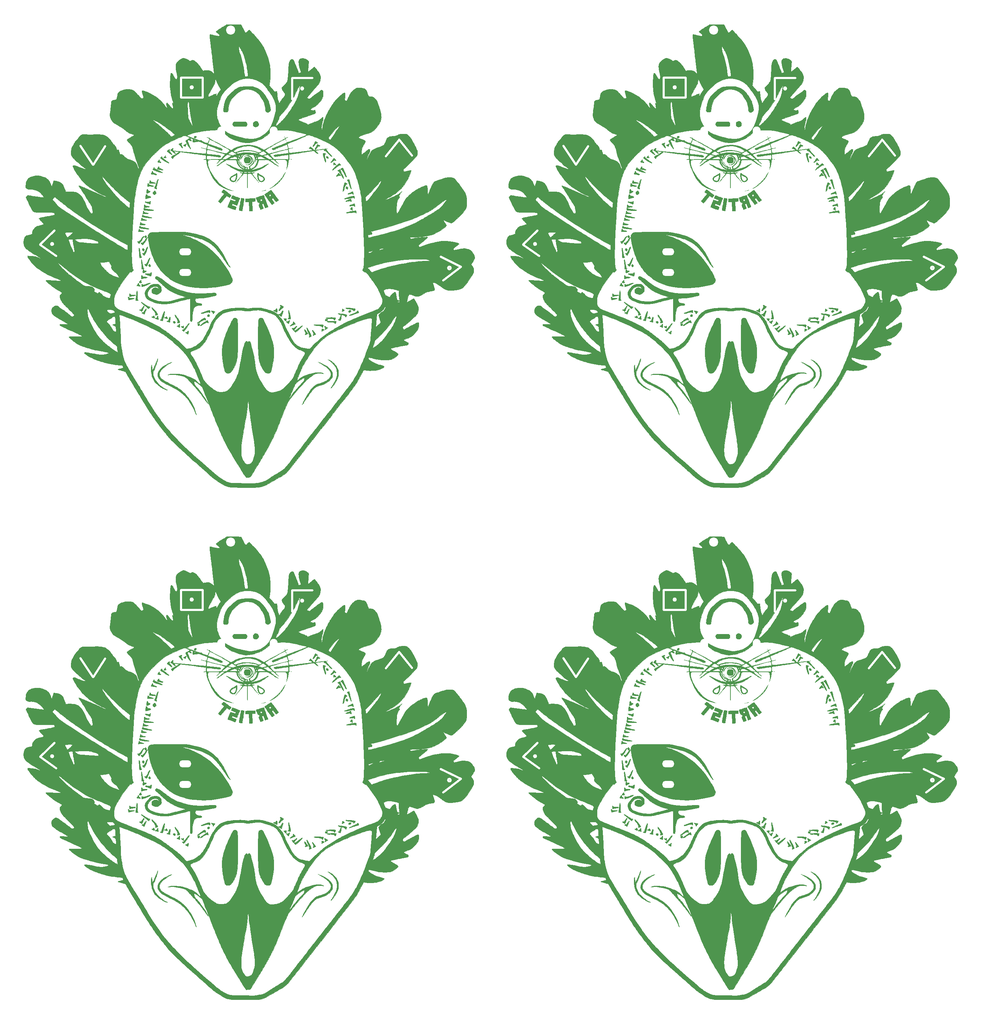
<source format=gbo>
G04 #@! TF.FileFunction,Legend,Bot*
%FSLAX46Y46*%
G04 Gerber Fmt 4.6, Leading zero omitted, Abs format (unit mm)*
G04 Created by KiCad (PCBNEW 4.0.7-e2-6376~58~ubuntu16.04.1) date Sat Nov  3 10:35:59 2018*
%MOMM*%
%LPD*%
G01*
G04 APERTURE LIST*
%ADD10C,0.150000*%
%ADD11C,0.010000*%
%ADD12C,0.500000*%
%ADD13C,0.200000*%
%ADD14R,2.200000X2.200000*%
%ADD15C,2.200000*%
%ADD16O,2.924000X1.700000*%
%ADD17R,2.100000X2.100000*%
%ADD18O,2.100000X2.100000*%
%ADD19O,1.900000X2.924000*%
G04 APERTURE END LIST*
D10*
D11*
G36*
X193924286Y-73422468D02*
X193853645Y-73471179D01*
X193727893Y-73553975D01*
X193555842Y-73665213D01*
X193346299Y-73799250D01*
X193108075Y-73950444D01*
X192849978Y-74113151D01*
X192661852Y-74231095D01*
X192351623Y-74426860D01*
X192087345Y-74597191D01*
X191872654Y-74739618D01*
X191711181Y-74851674D01*
X191606563Y-74930887D01*
X191562432Y-74974791D01*
X191561185Y-74978946D01*
X191587678Y-75064678D01*
X191659448Y-75175150D01*
X191760605Y-75291253D01*
X191875262Y-75393881D01*
X191946940Y-75442822D01*
X192080813Y-75540609D01*
X192210498Y-75667360D01*
X192313808Y-75799202D01*
X192361196Y-75888557D01*
X192358653Y-75973090D01*
X192295075Y-76044062D01*
X192184623Y-76090957D01*
X192070928Y-76104074D01*
X191947844Y-76094995D01*
X191769374Y-76070042D01*
X191552876Y-76032634D01*
X191315709Y-75986193D01*
X191075230Y-75934142D01*
X190848797Y-75879901D01*
X190653768Y-75826892D01*
X190632521Y-75820540D01*
X190407973Y-75759752D01*
X190242801Y-75732415D01*
X190129290Y-75737886D01*
X190062229Y-75772933D01*
X190038301Y-75835600D01*
X190023450Y-75954371D01*
X190017855Y-76110621D01*
X190021700Y-76285722D01*
X190035166Y-76461047D01*
X190054206Y-76595755D01*
X190064577Y-76665929D01*
X190082872Y-76804382D01*
X190108320Y-77004637D01*
X190140151Y-77260218D01*
X190177595Y-77564650D01*
X190219881Y-77911454D01*
X190266239Y-78294155D01*
X190315898Y-78706277D01*
X190368089Y-79141343D01*
X190422040Y-79592876D01*
X190476981Y-80054401D01*
X190532143Y-80519440D01*
X190586753Y-80981518D01*
X190640043Y-81434158D01*
X190691242Y-81870883D01*
X190739578Y-82285218D01*
X190784283Y-82670685D01*
X190824585Y-83020808D01*
X190859714Y-83329111D01*
X190888900Y-83589118D01*
X190911372Y-83794352D01*
X190918503Y-83861513D01*
X190944797Y-84104291D01*
X190971339Y-84334927D01*
X190996208Y-84537766D01*
X191017484Y-84697154D01*
X191033248Y-84797437D01*
X191033351Y-84797982D01*
X191055529Y-84941249D01*
X191068914Y-85078500D01*
X191070703Y-85128793D01*
X191070703Y-85262647D01*
X190816703Y-84995374D01*
X190568807Y-84770640D01*
X190301086Y-84602928D01*
X189998746Y-84485145D01*
X189646991Y-84410196D01*
X189576188Y-84400569D01*
X189422369Y-84393987D01*
X189224599Y-84403245D01*
X189008487Y-84425316D01*
X188799640Y-84457170D01*
X188623663Y-84495781D01*
X188538550Y-84523260D01*
X188446522Y-84555663D01*
X188389229Y-84567761D01*
X188382285Y-84566043D01*
X188357914Y-84531577D01*
X188299006Y-84445043D01*
X188212707Y-84317032D01*
X188106163Y-84158138D01*
X188016957Y-84024603D01*
X187767807Y-83656855D01*
X187547025Y-83345077D01*
X187346245Y-83079553D01*
X187157104Y-82850566D01*
X186971236Y-82648400D01*
X186780276Y-82463338D01*
X186575859Y-82285665D01*
X186395393Y-82141053D01*
X186246797Y-82047610D01*
X186078018Y-81975607D01*
X185911634Y-81931828D01*
X185770221Y-81923053D01*
X185711382Y-81935563D01*
X185629459Y-81975990D01*
X185521881Y-82040222D01*
X185480217Y-82067629D01*
X185361336Y-82131120D01*
X185247652Y-82147322D01*
X185121583Y-82114077D01*
X184965543Y-82029228D01*
X184918259Y-81998690D01*
X184590583Y-81796657D01*
X184286025Y-81637481D01*
X184012212Y-81524446D01*
X183776770Y-81460838D01*
X183638565Y-81447481D01*
X183541251Y-81456002D01*
X183436235Y-81485137D01*
X183312871Y-81540244D01*
X183160511Y-81626682D01*
X182968510Y-81749808D01*
X182770475Y-81884353D01*
X182491134Y-82087345D01*
X182272133Y-82272029D01*
X182104415Y-82449207D01*
X181978920Y-82629685D01*
X181886589Y-82824264D01*
X181827337Y-83009111D01*
X181791936Y-83223670D01*
X181781826Y-83496930D01*
X181795865Y-83817124D01*
X181832913Y-84172490D01*
X181891830Y-84551260D01*
X181971475Y-84941671D01*
X182042581Y-85229259D01*
X182109918Y-85493747D01*
X182154167Y-85701964D01*
X182176705Y-85868811D01*
X182178908Y-86009189D01*
X182162151Y-86138000D01*
X182136130Y-86242353D01*
X182064738Y-86415521D01*
X181974042Y-86517013D01*
X181867226Y-86546011D01*
X181747472Y-86501697D01*
X181617961Y-86383250D01*
X181612668Y-86377013D01*
X181559048Y-86300000D01*
X181481615Y-86171527D01*
X181389633Y-86007736D01*
X181292368Y-85824767D01*
X181264598Y-85770626D01*
X181128460Y-85510055D01*
X181016128Y-85314045D01*
X180922489Y-85177678D01*
X180842429Y-85096035D01*
X180770834Y-85064196D01*
X180702589Y-85077243D01*
X180632581Y-85130257D01*
X180616241Y-85147002D01*
X180582435Y-85190998D01*
X180557101Y-85249176D01*
X180537593Y-85335116D01*
X180521265Y-85462398D01*
X180505469Y-85644603D01*
X180497092Y-85758483D01*
X180479205Y-86003983D01*
X180458853Y-86274383D01*
X180438659Y-86535267D01*
X180422709Y-86734444D01*
X180388507Y-87439607D01*
X180399397Y-88180741D01*
X180455569Y-88969513D01*
X180460070Y-89015461D01*
X180503327Y-89430156D01*
X180546090Y-89786208D01*
X180591792Y-90100128D01*
X180643871Y-90388430D01*
X180705760Y-90667626D01*
X180780896Y-90954229D01*
X180872713Y-91264752D01*
X180984646Y-91615708D01*
X181029145Y-91750951D01*
X181098772Y-91965426D01*
X181157684Y-92154819D01*
X181202583Y-92307848D01*
X181230171Y-92413231D01*
X181237149Y-92459687D01*
X181236635Y-92460611D01*
X181196087Y-92454438D01*
X181121494Y-92413282D01*
X181101018Y-92399246D01*
X180985963Y-92317319D01*
X180985582Y-92404548D01*
X180991082Y-92472694D01*
X181006425Y-92598705D01*
X181029432Y-92766151D01*
X181057923Y-92958605D01*
X181066151Y-93011938D01*
X181097766Y-93219413D01*
X181117421Y-93365548D01*
X181125524Y-93463240D01*
X181122479Y-93525386D01*
X181108694Y-93564882D01*
X181084575Y-93594625D01*
X181084511Y-93594690D01*
X181002604Y-93627337D01*
X180891399Y-93595942D01*
X180755528Y-93503638D01*
X180599627Y-93353560D01*
X180431785Y-93153331D01*
X180308274Y-92995114D01*
X180181329Y-92835903D01*
X180070072Y-92699542D01*
X180021960Y-92642296D01*
X179920912Y-92523495D01*
X179825143Y-92409734D01*
X179769823Y-92343142D01*
X179707477Y-92272882D01*
X179662529Y-92254329D01*
X179605492Y-92280323D01*
X179579730Y-92296973D01*
X179522297Y-92350603D01*
X179490276Y-92426338D01*
X179484065Y-92534053D01*
X179504062Y-92683622D01*
X179550668Y-92884920D01*
X179612481Y-93107444D01*
X179672881Y-93317862D01*
X179713019Y-93466087D01*
X179734694Y-93561881D01*
X179739706Y-93615003D01*
X179729854Y-93635214D01*
X179709422Y-93633210D01*
X179676919Y-93601077D01*
X179605578Y-93518258D01*
X179502639Y-93393568D01*
X179375343Y-93235823D01*
X179230932Y-93053838D01*
X179173701Y-92980963D01*
X178664737Y-92364715D01*
X178153363Y-91815978D01*
X177629993Y-91327345D01*
X177085035Y-90891410D01*
X176508903Y-90500768D01*
X175892008Y-90148011D01*
X175224760Y-89825735D01*
X174917619Y-89693704D01*
X174655378Y-89589598D01*
X174401873Y-89497945D01*
X174166275Y-89421214D01*
X173957750Y-89361875D01*
X173785470Y-89322397D01*
X173658602Y-89305250D01*
X173586315Y-89312902D01*
X173572926Y-89331545D01*
X173581882Y-89397388D01*
X173605974Y-89518367D01*
X173641039Y-89676878D01*
X173682912Y-89855314D01*
X173727432Y-90036070D01*
X173770434Y-90201540D01*
X173807754Y-90334118D01*
X173817492Y-90365703D01*
X173864435Y-90538370D01*
X173900890Y-90718797D01*
X173918848Y-90866608D01*
X173930407Y-91085290D01*
X173723444Y-91158909D01*
X173604181Y-91198995D01*
X173527265Y-91213086D01*
X173464638Y-91201777D01*
X173388898Y-91166005D01*
X173308637Y-91106740D01*
X173202025Y-91004573D01*
X173087073Y-90877393D01*
X173037811Y-90817259D01*
X172891175Y-90639809D01*
X172716033Y-90440181D01*
X172522544Y-90228802D01*
X172320869Y-90016099D01*
X172121167Y-89812500D01*
X171933599Y-89628432D01*
X171768324Y-89474323D01*
X171635503Y-89360600D01*
X171574272Y-89315190D01*
X171414319Y-89217884D01*
X171255147Y-89144537D01*
X171079882Y-89090524D01*
X170871650Y-89051220D01*
X170613577Y-89022000D01*
X170459754Y-89009665D01*
X170190515Y-88994554D01*
X169957402Y-88993728D01*
X169741395Y-89009936D01*
X169523474Y-89045926D01*
X169284619Y-89104448D01*
X169005810Y-89188250D01*
X168832199Y-89244899D01*
X168613250Y-89318407D01*
X168451959Y-89375892D01*
X168334356Y-89424429D01*
X168246472Y-89471091D01*
X168174339Y-89522956D01*
X168103987Y-89587098D01*
X168050581Y-89640781D01*
X167885392Y-89828424D01*
X167773272Y-90007665D01*
X167700285Y-90204367D01*
X167667688Y-90351289D01*
X167639453Y-90496762D01*
X167602418Y-90673325D01*
X167560520Y-90863806D01*
X167517693Y-91051030D01*
X167477874Y-91217827D01*
X167444999Y-91347022D01*
X167423005Y-91421445D01*
X167421522Y-91425295D01*
X167363436Y-91490555D01*
X167245948Y-91537925D01*
X167063382Y-91569181D01*
X166924403Y-91580687D01*
X166663629Y-91618641D01*
X166452493Y-91695922D01*
X166298058Y-91809172D01*
X166224761Y-91913490D01*
X166193565Y-92001586D01*
X166167816Y-92131955D01*
X166146053Y-92314790D01*
X166126820Y-92560282D01*
X166122492Y-92628453D01*
X166103451Y-92884314D01*
X166077037Y-93165555D01*
X166046593Y-93439793D01*
X166015463Y-93674650D01*
X166012258Y-93695926D01*
X165949028Y-94119762D01*
X165900018Y-94478929D01*
X165865574Y-94782725D01*
X165846045Y-95040451D01*
X165841776Y-95261406D01*
X165853115Y-95454890D01*
X165880410Y-95630203D01*
X165924006Y-95796644D01*
X165984252Y-95963514D01*
X166061494Y-96140111D01*
X166107051Y-96235901D01*
X166200831Y-96426135D01*
X166285751Y-96585160D01*
X166370048Y-96720524D01*
X166461957Y-96839775D01*
X166569717Y-96950458D01*
X166701562Y-97060122D01*
X166865729Y-97176314D01*
X167070455Y-97306582D01*
X167323977Y-97458472D01*
X167634530Y-97639532D01*
X167646259Y-97646331D01*
X168011960Y-97861274D01*
X168325346Y-98052758D01*
X168601470Y-98230875D01*
X168855380Y-98405723D01*
X169102129Y-98587394D01*
X169356767Y-98785983D01*
X169414851Y-98832552D01*
X169682459Y-99045059D01*
X169908039Y-99215694D01*
X170105752Y-99352653D01*
X170289758Y-99464135D01*
X170474216Y-99558338D01*
X170673286Y-99643459D01*
X170901127Y-99727696D01*
X171047844Y-99777969D01*
X171224476Y-99839682D01*
X171381978Y-99898929D01*
X171502401Y-99948693D01*
X171565251Y-99980224D01*
X171622507Y-100024724D01*
X171650268Y-100069306D01*
X171643333Y-100118723D01*
X171596503Y-100177727D01*
X171504577Y-100251070D01*
X171362354Y-100343505D01*
X171164633Y-100459783D01*
X170906214Y-100604658D01*
X170844777Y-100638592D01*
X170570639Y-100791641D01*
X170357095Y-100916424D01*
X170197566Y-101018615D01*
X170085474Y-101103886D01*
X170014240Y-101177912D01*
X169977286Y-101246364D01*
X169968033Y-101314916D01*
X169978906Y-101385282D01*
X170015135Y-101447791D01*
X170100036Y-101553059D01*
X170226604Y-101693208D01*
X170387838Y-101860357D01*
X170502497Y-101974444D01*
X170683095Y-102152989D01*
X170819678Y-102293191D01*
X170922877Y-102408457D01*
X171003320Y-102512197D01*
X171071636Y-102617819D01*
X171138452Y-102738731D01*
X171192953Y-102845481D01*
X171280483Y-103032730D01*
X171351323Y-103209102D01*
X171397280Y-103353178D01*
X171408855Y-103409925D01*
X171470389Y-103772234D01*
X171567042Y-104195236D01*
X171699071Y-104679762D01*
X171866730Y-105226645D01*
X172070275Y-105836716D01*
X172309962Y-106510806D01*
X172586046Y-107249746D01*
X172600784Y-107288343D01*
X172698712Y-107545252D01*
X172772191Y-107741497D01*
X172823798Y-107886655D01*
X172856110Y-107990302D01*
X172871703Y-108062012D01*
X172873155Y-108111362D01*
X172863043Y-108147928D01*
X172843943Y-108181285D01*
X172841920Y-108184383D01*
X172784387Y-108248474D01*
X172734263Y-108267738D01*
X172733268Y-108267440D01*
X172705030Y-108228363D01*
X172658651Y-108131402D01*
X172599958Y-107990017D01*
X172534775Y-107817666D01*
X172516445Y-107766511D01*
X172411823Y-107480733D01*
X172320569Y-107254781D01*
X172236695Y-107075755D01*
X172154213Y-106930753D01*
X172076863Y-106819526D01*
X171953517Y-106693793D01*
X171773513Y-106557835D01*
X171553033Y-106420357D01*
X171308258Y-106290069D01*
X171055371Y-106175677D01*
X170810552Y-106085889D01*
X170619000Y-106035030D01*
X170460727Y-105998432D01*
X170317367Y-105958060D01*
X170216180Y-105921720D01*
X170205074Y-105916475D01*
X170047738Y-105822824D01*
X169852296Y-105683553D01*
X169631379Y-105508625D01*
X169397617Y-105308009D01*
X169181746Y-105109012D01*
X169034978Y-104973715D01*
X168899045Y-104857209D01*
X168786884Y-104769972D01*
X168711430Y-104722480D01*
X168698623Y-104717727D01*
X168598067Y-104713324D01*
X168475939Y-104734160D01*
X168450821Y-104741699D01*
X168340827Y-104769316D01*
X168276413Y-104760578D01*
X168259915Y-104748041D01*
X168235453Y-104697340D01*
X168198256Y-104588252D01*
X168152928Y-104435623D01*
X168104078Y-104254299D01*
X168092085Y-104207140D01*
X168032039Y-103976120D01*
X167982218Y-103810653D01*
X167937186Y-103702679D01*
X167891509Y-103644139D01*
X167839752Y-103626975D01*
X167776478Y-103643126D01*
X167727821Y-103667015D01*
X167631334Y-103706848D01*
X167555661Y-103717629D01*
X167545242Y-103715170D01*
X167510992Y-103671248D01*
X167466963Y-103572082D01*
X167420702Y-103435661D01*
X167404847Y-103380502D01*
X167338247Y-103158036D01*
X167268306Y-102981063D01*
X167182009Y-102826949D01*
X167066342Y-102673061D01*
X166908288Y-102496766D01*
X166878636Y-102465429D01*
X166679029Y-102251306D01*
X166522276Y-102071853D01*
X166395791Y-101910842D01*
X166286988Y-101752047D01*
X166183280Y-101579244D01*
X166162115Y-101541703D01*
X166004595Y-101296560D01*
X165811748Y-101067503D01*
X165571111Y-100841336D01*
X165294407Y-100622691D01*
X165063366Y-100456547D01*
X164870904Y-100330911D01*
X164699694Y-100235912D01*
X164532408Y-100161676D01*
X164403894Y-100115282D01*
X164083624Y-100029159D01*
X163709440Y-99963206D01*
X163300291Y-99918743D01*
X162875123Y-99897088D01*
X162452883Y-99899562D01*
X162052518Y-99927484D01*
X161926555Y-99942762D01*
X161719306Y-99968475D01*
X161533340Y-99984782D01*
X161346893Y-99992350D01*
X161138200Y-99991846D01*
X160885497Y-99983938D01*
X160760037Y-99978526D01*
X160500962Y-99967791D01*
X160229533Y-99958338D01*
X159970283Y-99950905D01*
X159747747Y-99946229D01*
X159647225Y-99945082D01*
X159211747Y-99942444D01*
X158875818Y-100111777D01*
X158727605Y-100188256D01*
X158620520Y-100252667D01*
X158538363Y-100320871D01*
X158464932Y-100408726D01*
X158384028Y-100532094D01*
X158295296Y-100680075D01*
X158231574Y-100768733D01*
X158127630Y-100892727D01*
X157997858Y-101035617D01*
X157856742Y-101180877D01*
X157704831Y-101337340D01*
X157575922Y-101485349D01*
X157455721Y-101643746D01*
X157329937Y-101831372D01*
X157184275Y-102067069D01*
X157183401Y-102068518D01*
X156977178Y-102419124D01*
X156811842Y-102722937D01*
X156683076Y-102993335D01*
X156586560Y-103243697D01*
X156517978Y-103487399D01*
X156473011Y-103737820D01*
X156447342Y-104008338D01*
X156436653Y-104312330D01*
X156435886Y-104384524D01*
X156435206Y-104576718D01*
X156439014Y-104714260D01*
X156451200Y-104817755D01*
X156475654Y-104907808D01*
X156516268Y-105005025D01*
X156576477Y-105129086D01*
X156645593Y-105257863D01*
X156725500Y-105380828D01*
X156826914Y-105511638D01*
X156960552Y-105663953D01*
X157137129Y-105851431D01*
X157169795Y-105885306D01*
X157346222Y-106062560D01*
X157533149Y-106241439D01*
X157712925Y-106405616D01*
X157867895Y-106538766D01*
X157929059Y-106587455D01*
X158085557Y-106714870D01*
X158267826Y-106874994D01*
X158450662Y-107045171D01*
X158577518Y-107170377D01*
X158831318Y-107410719D01*
X159095712Y-107619336D01*
X159345690Y-107786786D01*
X159557328Y-107920707D01*
X159713265Y-108021214D01*
X159821849Y-108094407D01*
X159891431Y-108146387D01*
X159930360Y-108183254D01*
X159946986Y-108211108D01*
X159949817Y-108228149D01*
X159939947Y-108271264D01*
X159898849Y-108291201D01*
X159813654Y-108289180D01*
X159671496Y-108266422D01*
X159629894Y-108258480D01*
X159412093Y-108210811D01*
X159194650Y-108150976D01*
X158962355Y-108073758D01*
X158700000Y-107973941D01*
X158392375Y-107846308D01*
X158253243Y-107786298D01*
X157887323Y-107633422D01*
X157582379Y-107520276D01*
X157335633Y-107446597D01*
X157144307Y-107412121D01*
X157005623Y-107416586D01*
X156916803Y-107459729D01*
X156875070Y-107541286D01*
X156876802Y-107655944D01*
X156914424Y-107793488D01*
X156987775Y-107980617D01*
X157090404Y-108204587D01*
X157215862Y-108452654D01*
X157357698Y-108712074D01*
X157509463Y-108970102D01*
X157664706Y-109213996D01*
X157667472Y-109218148D01*
X157802867Y-109414787D01*
X157972466Y-109651195D01*
X158166394Y-109914454D01*
X158374779Y-110191647D01*
X158587745Y-110469859D01*
X158795419Y-110736172D01*
X158987927Y-110977669D01*
X159155396Y-111181435D01*
X159270218Y-111314801D01*
X159788259Y-111845003D01*
X160373813Y-112348957D01*
X160609518Y-112530071D01*
X160854524Y-112705923D01*
X161142345Y-112901212D01*
X161462384Y-113109627D01*
X161804043Y-113324858D01*
X162156727Y-113540592D01*
X162509837Y-113750520D01*
X162852777Y-113948328D01*
X163174951Y-114127706D01*
X163465760Y-114282343D01*
X163714609Y-114405928D01*
X163889766Y-114483698D01*
X164213977Y-114617826D01*
X164480534Y-114733145D01*
X164686547Y-114828284D01*
X164829128Y-114901873D01*
X164905389Y-114952543D01*
X164918111Y-114971406D01*
X164886768Y-115021040D01*
X164796361Y-115032941D01*
X164652325Y-115008159D01*
X164460093Y-114947742D01*
X164225100Y-114852741D01*
X164165518Y-114826083D01*
X163933096Y-114720953D01*
X163652818Y-114595158D01*
X163333042Y-114452376D01*
X162982123Y-114296287D01*
X162608418Y-114130569D01*
X162220282Y-113958901D01*
X161826074Y-113784962D01*
X161434147Y-113612430D01*
X161052860Y-113444985D01*
X160690567Y-113286304D01*
X160355626Y-113140068D01*
X160056392Y-113009954D01*
X159801223Y-112899641D01*
X159598473Y-112812808D01*
X159461814Y-112755328D01*
X159134435Y-112621090D01*
X158869806Y-112515429D01*
X158661846Y-112436490D01*
X158504472Y-112382419D01*
X158391603Y-112351361D01*
X158317156Y-112341461D01*
X158275049Y-112350864D01*
X158259202Y-112377717D01*
X158258648Y-112388444D01*
X158281149Y-112434068D01*
X158342086Y-112525971D01*
X158432753Y-112651766D01*
X158544447Y-112799065D01*
X158572011Y-112834446D01*
X158674244Y-112973365D01*
X158807526Y-113167471D01*
X158965366Y-113406722D01*
X159141272Y-113681077D01*
X159328755Y-113980494D01*
X159521322Y-114294932D01*
X159593654Y-114414891D01*
X159862241Y-114860771D01*
X160096892Y-115246838D01*
X160301101Y-115578570D01*
X160478360Y-115861447D01*
X160632163Y-116100946D01*
X160766003Y-116302546D01*
X160883373Y-116471727D01*
X160987765Y-116613966D01*
X161033902Y-116673786D01*
X161150719Y-116833754D01*
X161271511Y-117016691D01*
X161363827Y-117171952D01*
X161433681Y-117307278D01*
X161479418Y-117423816D01*
X161508628Y-117548999D01*
X161528896Y-117710258D01*
X161536706Y-117796977D01*
X161559748Y-118003885D01*
X161593406Y-118227743D01*
X161631383Y-118427976D01*
X161641571Y-118472767D01*
X161681299Y-118665099D01*
X161690402Y-118801323D01*
X161665067Y-118895651D01*
X161601481Y-118962296D01*
X161495984Y-119015408D01*
X161361508Y-119059741D01*
X161257708Y-119075902D01*
X161199807Y-119062371D01*
X161192777Y-119045662D01*
X161173488Y-119005957D01*
X161119507Y-118912474D01*
X161036668Y-118774850D01*
X160930803Y-118602726D01*
X160807744Y-118405739D01*
X160754474Y-118321292D01*
X160558826Y-118008650D01*
X160398500Y-117743560D01*
X160265975Y-117511703D01*
X160153728Y-117298757D01*
X160054237Y-117090402D01*
X159959979Y-116872318D01*
X159863432Y-116630185D01*
X159855964Y-116610852D01*
X159705884Y-116254899D01*
X159526805Y-115884444D01*
X159330623Y-115521528D01*
X159129233Y-115188190D01*
X158939974Y-114913710D01*
X158637553Y-114567161D01*
X158298790Y-114286354D01*
X157922592Y-114070536D01*
X157507867Y-113918955D01*
X157487204Y-113913344D01*
X157264349Y-113866888D01*
X156987191Y-113829352D01*
X156676286Y-113801923D01*
X156352191Y-113785785D01*
X156035463Y-113782126D01*
X155746661Y-113792132D01*
X155601264Y-113804530D01*
X155396673Y-113825142D01*
X155255323Y-113833500D01*
X155166004Y-113828349D01*
X155117506Y-113808436D01*
X155098620Y-113772505D01*
X155096777Y-113748064D01*
X155082617Y-113688753D01*
X155043526Y-113573156D01*
X154984591Y-113414000D01*
X154910899Y-113224013D01*
X154827535Y-113015924D01*
X154739587Y-112802460D01*
X154652140Y-112596349D01*
X154570282Y-112410318D01*
X154510114Y-112280043D01*
X154344333Y-111992111D01*
X154142687Y-111755735D01*
X153898049Y-111566160D01*
X153603291Y-111418632D01*
X153251287Y-111308398D01*
X152967283Y-111250924D01*
X152778326Y-111217654D01*
X152605563Y-111183990D01*
X152468771Y-111153986D01*
X152390580Y-111132714D01*
X152299381Y-111112270D01*
X152243403Y-111120995D01*
X152241222Y-111123177D01*
X152221354Y-111167949D01*
X152182807Y-111272563D01*
X152129713Y-111425141D01*
X152066208Y-111613807D01*
X151997646Y-111822913D01*
X151927861Y-112034411D01*
X151864035Y-112220382D01*
X151810347Y-112369241D01*
X151770972Y-112469404D01*
X151750170Y-112509239D01*
X151720203Y-112513375D01*
X151686588Y-112483752D01*
X151645032Y-112412151D01*
X151591245Y-112290354D01*
X151520936Y-112110142D01*
X151469334Y-111971371D01*
X151353076Y-111671480D01*
X151244180Y-111429810D01*
X151133868Y-111231072D01*
X151013358Y-111059979D01*
X150873870Y-110901244D01*
X150827964Y-110854694D01*
X150698026Y-110733607D01*
X150566618Y-110630710D01*
X150419813Y-110538194D01*
X150243683Y-110448253D01*
X150024302Y-110353078D01*
X149747743Y-110244863D01*
X149724445Y-110236055D01*
X149402887Y-110119909D01*
X149128810Y-110034288D01*
X148882818Y-109975203D01*
X148645512Y-109938665D01*
X148397495Y-109920684D01*
X148172926Y-109916989D01*
X147954893Y-109919943D01*
X147779628Y-109930428D01*
X147618189Y-109952314D01*
X147441636Y-109989474D01*
X147232185Y-110042810D01*
X146867988Y-110149360D01*
X146568929Y-110261121D01*
X146324903Y-110385054D01*
X146125810Y-110528119D01*
X145961546Y-110697278D01*
X145822009Y-110899489D01*
X145725678Y-111080814D01*
X145619077Y-111347255D01*
X145526467Y-111668991D01*
X145452629Y-112026623D01*
X145403691Y-112387222D01*
X145394763Y-112586569D01*
X145421115Y-112735848D01*
X145492458Y-112855773D01*
X145618501Y-112967059D01*
X145702222Y-113024097D01*
X145889815Y-113134623D01*
X146051611Y-113199251D01*
X146215791Y-113224524D01*
X146410540Y-113216988D01*
X146492626Y-113207622D01*
X146750158Y-113194300D01*
X147042552Y-113216922D01*
X147379978Y-113276750D01*
X147716930Y-113359737D01*
X147962355Y-113436884D01*
X148188954Y-113532938D01*
X148407714Y-113655383D01*
X148629623Y-113811704D01*
X148865668Y-114009388D01*
X149126836Y-114255918D01*
X149323077Y-114453931D01*
X149521410Y-114661612D01*
X149667217Y-114824353D01*
X149763352Y-114948174D01*
X149812670Y-115039094D01*
X149818025Y-115103134D01*
X149782271Y-115146314D01*
X149708263Y-115174654D01*
X149668811Y-115183142D01*
X149611910Y-115181811D01*
X149489126Y-115170667D01*
X149309032Y-115150863D01*
X149080201Y-115123548D01*
X148811207Y-115089874D01*
X148510622Y-115050991D01*
X148187020Y-115008052D01*
X147848975Y-114962206D01*
X147505059Y-114914605D01*
X147163845Y-114866400D01*
X146833908Y-114818742D01*
X146523819Y-114772782D01*
X146242153Y-114729670D01*
X145997483Y-114690558D01*
X145987161Y-114688858D01*
X145915197Y-114681062D01*
X145859602Y-114693625D01*
X145802623Y-114737881D01*
X145726509Y-114825165D01*
X145676996Y-114886891D01*
X145591581Y-115002474D01*
X145529127Y-115102598D01*
X145501834Y-115167459D01*
X145501502Y-115171741D01*
X145518565Y-115235666D01*
X145563642Y-115342117D01*
X145627109Y-115468452D01*
X145629450Y-115472778D01*
X145685108Y-115581068D01*
X145764388Y-115742997D01*
X145860121Y-115943533D01*
X145965137Y-116167643D01*
X146072268Y-116400294D01*
X146083172Y-116424222D01*
X146211961Y-116702015D01*
X146360865Y-117014988D01*
X146516277Y-117335034D01*
X146664587Y-117634047D01*
X146757267Y-117816518D01*
X146886655Y-118065970D01*
X146991967Y-118257860D01*
X147083382Y-118401638D01*
X147171076Y-118506756D01*
X147265228Y-118582662D01*
X147376014Y-118638809D01*
X147513613Y-118684646D01*
X147688202Y-118729624D01*
X147759000Y-118746689D01*
X147837278Y-118765060D01*
X147911191Y-118780603D01*
X147987543Y-118793556D01*
X148073138Y-118804153D01*
X148174781Y-118812632D01*
X148299277Y-118819228D01*
X148453430Y-118824178D01*
X148644044Y-118827717D01*
X148877925Y-118830081D01*
X149161876Y-118831507D01*
X149502703Y-118832231D01*
X149907210Y-118832489D01*
X150232734Y-118832518D01*
X150714174Y-118832920D01*
X151124589Y-118834185D01*
X151468211Y-118836401D01*
X151749270Y-118839656D01*
X151971997Y-118844039D01*
X152140623Y-118849637D01*
X152259378Y-118856540D01*
X152332495Y-118864834D01*
X152364203Y-118874610D01*
X152366060Y-118877014D01*
X152392419Y-118982583D01*
X152407490Y-119116243D01*
X152410555Y-119251777D01*
X152400893Y-119362969D01*
X152380968Y-119420264D01*
X152344606Y-119440762D01*
X152261992Y-119467051D01*
X152128774Y-119500051D01*
X151940600Y-119540680D01*
X151693118Y-119589857D01*
X151381975Y-119648500D01*
X151002820Y-119717528D01*
X150807000Y-119752554D01*
X150352902Y-119833755D01*
X149967423Y-119903726D01*
X149644998Y-119963904D01*
X149380060Y-120015728D01*
X149167043Y-120060633D01*
X149000381Y-120100058D01*
X148874508Y-120135439D01*
X148783857Y-120168214D01*
X148722862Y-120199820D01*
X148685958Y-120231695D01*
X148667577Y-120265276D01*
X148662155Y-120302000D01*
X148662111Y-120306405D01*
X148687536Y-120350577D01*
X148758527Y-120438757D01*
X148867156Y-120562015D01*
X149005493Y-120711420D01*
X149165611Y-120878043D01*
X149207740Y-120920963D01*
X149427015Y-121146065D01*
X149590649Y-121325913D01*
X149697015Y-121467659D01*
X149744483Y-121578458D01*
X149731424Y-121665465D01*
X149656210Y-121735834D01*
X149517212Y-121796720D01*
X149312801Y-121855275D01*
X149041348Y-121918656D01*
X148977348Y-121932878D01*
X148680958Y-122001255D01*
X148445257Y-122062911D01*
X148256571Y-122122737D01*
X148101232Y-122185620D01*
X147965567Y-122256451D01*
X147835906Y-122340119D01*
X147833040Y-122342125D01*
X147674353Y-122476294D01*
X147504411Y-122657872D01*
X147341049Y-122864858D01*
X147202100Y-123075250D01*
X147131057Y-123208190D01*
X147072607Y-123358189D01*
X147043978Y-123511291D01*
X147037396Y-123674183D01*
X147033630Y-123823589D01*
X147018927Y-123919747D01*
X146988177Y-123984439D01*
X146956050Y-124021030D01*
X146875741Y-124070061D01*
X146725531Y-124127823D01*
X146504268Y-124194663D01*
X146210799Y-124270928D01*
X145843973Y-124356963D01*
X145821074Y-124362114D01*
X145626332Y-124415366D01*
X145486693Y-124482014D01*
X145382008Y-124576611D01*
X145292130Y-124713712D01*
X145266251Y-124762923D01*
X145076778Y-125182117D01*
X144951906Y-125566524D01*
X144891842Y-125915280D01*
X144896796Y-126227523D01*
X144902552Y-126267421D01*
X144944824Y-126453959D01*
X145013375Y-126672921D01*
X145099726Y-126903355D01*
X145195397Y-127124310D01*
X145291908Y-127314837D01*
X145380778Y-127453983D01*
X145385012Y-127459398D01*
X145496927Y-127576740D01*
X145668940Y-127724617D01*
X145894541Y-127898537D01*
X146167216Y-128094008D01*
X146480454Y-128306537D01*
X146827743Y-128531632D01*
X147202571Y-128764801D01*
X147598425Y-129001551D01*
X147740185Y-129084110D01*
X148007521Y-129240814D01*
X148258821Y-129392100D01*
X148485803Y-129532664D01*
X148680188Y-129657205D01*
X148833692Y-129760417D01*
X148938034Y-129837000D01*
X148984467Y-129880866D01*
X149001026Y-129923550D01*
X148980396Y-129942761D01*
X148917113Y-129937029D01*
X148805710Y-129904885D01*
X148640723Y-129844858D01*
X148416684Y-129755480D01*
X148229370Y-129677837D01*
X147777814Y-129488776D01*
X146877260Y-129404383D01*
X146623042Y-129381511D01*
X146392484Y-129362575D01*
X146196571Y-129348333D01*
X146046289Y-129339538D01*
X145952624Y-129336948D01*
X145927111Y-129339021D01*
X145883393Y-129391713D01*
X145887543Y-129492730D01*
X145935502Y-129635920D01*
X146023213Y-129815132D01*
X146146617Y-130024215D01*
X146301655Y-130257017D01*
X146484270Y-130507388D01*
X146690403Y-130769175D01*
X146915995Y-131036228D01*
X147156989Y-131302396D01*
X147363048Y-131515476D01*
X147590034Y-131736245D01*
X147818719Y-131943697D01*
X148058207Y-132144598D01*
X148317597Y-132345713D01*
X148605991Y-132553807D01*
X148932491Y-132775649D01*
X149306197Y-133018002D01*
X149736210Y-133287632D01*
X149799467Y-133326735D01*
X150198094Y-133566807D01*
X150569487Y-133776495D01*
X150933318Y-133965524D01*
X151309263Y-134143620D01*
X151716996Y-134320508D01*
X152176190Y-134505914D01*
X152218111Y-134522333D01*
X152652799Y-134693595D01*
X153017078Y-134840064D01*
X153311516Y-134961979D01*
X153536678Y-135059577D01*
X153693132Y-135133097D01*
X153770333Y-135175447D01*
X153842188Y-135243925D01*
X153842704Y-135306216D01*
X153772767Y-135351732D01*
X153755163Y-135356734D01*
X153670603Y-135365361D01*
X153516154Y-135367319D01*
X153296871Y-135362812D01*
X153017808Y-135352044D01*
X152684021Y-135335219D01*
X152300565Y-135312540D01*
X151872494Y-135284213D01*
X151756312Y-135276075D01*
X151370751Y-135250367D01*
X151054222Y-135233148D01*
X150800952Y-135224646D01*
X150605166Y-135225088D01*
X150461093Y-135234703D01*
X150362958Y-135253718D01*
X150304990Y-135282361D01*
X150281414Y-135320860D01*
X150280185Y-135334326D01*
X150303382Y-135388416D01*
X150374521Y-135474529D01*
X150495922Y-135594780D01*
X150669904Y-135751281D01*
X150898787Y-135946146D01*
X151184892Y-136181489D01*
X151405720Y-136359636D01*
X151736488Y-136622794D01*
X152021196Y-136844048D01*
X152270684Y-137030753D01*
X152495791Y-137190262D01*
X152707358Y-137329930D01*
X152916224Y-137457111D01*
X153133229Y-137579160D01*
X153369212Y-137703431D01*
X153438293Y-137738677D01*
X153702909Y-137876631D01*
X153903865Y-137990450D01*
X154047201Y-138084387D01*
X154138957Y-138162698D01*
X154185172Y-138229636D01*
X154193666Y-138270817D01*
X154169487Y-138329480D01*
X154104912Y-138425270D01*
X154011883Y-138541235D01*
X153968447Y-138590502D01*
X153832634Y-138751816D01*
X153739602Y-138897152D01*
X153688705Y-139039715D01*
X153679296Y-139192709D01*
X153710728Y-139369342D01*
X153782355Y-139582818D01*
X153893530Y-139846342D01*
X153905637Y-139873372D01*
X153977957Y-140033183D01*
X154043828Y-140173046D01*
X154108296Y-140299103D01*
X154176410Y-140417497D01*
X154253219Y-140534369D01*
X154343769Y-140655861D01*
X154453108Y-140788117D01*
X154586286Y-140937277D01*
X154748349Y-141109485D01*
X154944346Y-141310882D01*
X155179324Y-141547610D01*
X155458332Y-141825812D01*
X155740894Y-142106444D01*
X156104752Y-142469149D01*
X156413931Y-142780681D01*
X156668685Y-143041307D01*
X156869269Y-143251296D01*
X157015939Y-143410915D01*
X157108950Y-143520430D01*
X157148556Y-143580111D01*
X157149673Y-143583681D01*
X157143849Y-143712522D01*
X157068992Y-143838200D01*
X156931023Y-143950823D01*
X156929177Y-143951952D01*
X156814089Y-144005708D01*
X156700705Y-144018778D01*
X156578628Y-143987285D01*
X156437458Y-143907352D01*
X156266798Y-143775104D01*
X156128920Y-143653606D01*
X156051018Y-143588463D01*
X155920487Y-143485969D01*
X155745511Y-143352115D01*
X155534274Y-143192893D01*
X155294959Y-143014294D01*
X155035751Y-142822308D01*
X154764833Y-142622927D01*
X154490389Y-142422143D01*
X154220602Y-142225945D01*
X153963658Y-142040326D01*
X153727738Y-141871277D01*
X153521028Y-141724788D01*
X153351711Y-141606850D01*
X153227970Y-141523456D01*
X153168252Y-141486182D01*
X153017651Y-141412998D01*
X152878866Y-141380219D01*
X152764035Y-141375067D01*
X152570198Y-141395047D01*
X152397015Y-141458710D01*
X152225702Y-141575133D01*
X152087910Y-141701767D01*
X151882329Y-141950363D01*
X151740616Y-142216681D01*
X151664748Y-142492081D01*
X151656703Y-142767924D01*
X151718458Y-143035568D01*
X151760362Y-143132765D01*
X151847927Y-143285536D01*
X151962479Y-143437963D01*
X152108903Y-143593690D01*
X152292083Y-143756362D01*
X152516902Y-143929623D01*
X152788245Y-144117118D01*
X153110995Y-144322490D01*
X153490036Y-144549384D01*
X153930253Y-144801445D01*
X154193666Y-144948496D01*
X154547130Y-145145216D01*
X154839417Y-145309976D01*
X155075824Y-145446098D01*
X155261650Y-145556908D01*
X155402192Y-145645729D01*
X155502750Y-145715883D01*
X155568621Y-145770696D01*
X155605103Y-145813490D01*
X155616666Y-145841185D01*
X155615206Y-145872743D01*
X155587181Y-145892086D01*
X155518983Y-145901915D01*
X155397009Y-145904930D01*
X155297092Y-145904627D01*
X155112923Y-145900792D01*
X154888318Y-145892443D01*
X154657867Y-145880997D01*
X154532333Y-145873310D01*
X154337754Y-145863367D01*
X154150643Y-145859127D01*
X153995504Y-145860867D01*
X153914453Y-145866312D01*
X153799414Y-145885517D01*
X153736142Y-145916991D01*
X153701157Y-145974335D01*
X153694221Y-145993881D01*
X153690503Y-146109012D01*
X153753255Y-146205570D01*
X153869370Y-146268660D01*
X153919546Y-146289319D01*
X154031075Y-146338443D01*
X154197026Y-146412847D01*
X154410471Y-146509347D01*
X154664482Y-146624759D01*
X154952128Y-146755898D01*
X155266481Y-146899579D01*
X155600612Y-147052620D01*
X155947592Y-147211835D01*
X156300491Y-147374041D01*
X156652381Y-147536052D01*
X156996333Y-147694685D01*
X157325417Y-147846755D01*
X157632705Y-147989078D01*
X157911267Y-148118470D01*
X158154175Y-148231747D01*
X158354499Y-148325724D01*
X158505310Y-148397217D01*
X158584791Y-148435658D01*
X158745646Y-148518307D01*
X158885947Y-148596711D01*
X158988838Y-148661069D01*
X159033576Y-148696604D01*
X159065892Y-148735878D01*
X159081290Y-148768357D01*
X159073881Y-148794684D01*
X159037775Y-148815501D01*
X158967082Y-148831451D01*
X158855913Y-148843178D01*
X158698378Y-148851324D01*
X158488587Y-148856533D01*
X158220651Y-148859446D01*
X157888680Y-148860708D01*
X157527907Y-148860963D01*
X157141489Y-148861407D01*
X156823836Y-148862884D01*
X156568458Y-148865612D01*
X156368863Y-148869808D01*
X156218563Y-148875690D01*
X156111066Y-148883475D01*
X156039882Y-148893381D01*
X155998522Y-148905626D01*
X155987101Y-148912607D01*
X155936558Y-148967771D01*
X155924629Y-148996569D01*
X155952577Y-149051837D01*
X156030083Y-149144806D01*
X156147638Y-149266537D01*
X156295734Y-149408093D01*
X156464864Y-149560536D01*
X156645519Y-149714926D01*
X156828191Y-149862327D01*
X156921814Y-149933990D01*
X157230786Y-150161959D01*
X157512903Y-150360883D01*
X157778056Y-150535398D01*
X158036137Y-150690138D01*
X158297035Y-150829738D01*
X158570642Y-150958831D01*
X158866849Y-151082052D01*
X159195546Y-151204037D01*
X159566624Y-151329418D01*
X159989974Y-151462831D01*
X160475487Y-151608911D01*
X160532152Y-151625668D01*
X160973182Y-151754754D01*
X161360198Y-151864922D01*
X161708607Y-151959755D01*
X162033816Y-152042839D01*
X162351232Y-152117757D01*
X162676263Y-152188095D01*
X163024315Y-152257435D01*
X163410796Y-152329363D01*
X163851112Y-152407463D01*
X164015000Y-152435917D01*
X164378191Y-152499850D01*
X164674195Y-152554723D01*
X164910311Y-152602245D01*
X165093836Y-152644126D01*
X165232069Y-152682074D01*
X165332307Y-152717801D01*
X165401848Y-152753015D01*
X165419405Y-152764888D01*
X165467439Y-152829316D01*
X165447537Y-152897550D01*
X165366753Y-152967063D01*
X165232145Y-153035323D01*
X165050766Y-153099801D01*
X164829673Y-153157967D01*
X164575921Y-153207293D01*
X164296565Y-153245248D01*
X164015000Y-153268406D01*
X163821243Y-153276055D01*
X163630861Y-153275765D01*
X163433813Y-153266279D01*
X163220058Y-153246342D01*
X162979557Y-153214698D01*
X162702268Y-153170091D01*
X162378152Y-153111266D01*
X161997167Y-153036967D01*
X161725332Y-152982036D01*
X161236962Y-152884750D01*
X160818523Y-152806886D01*
X160467220Y-152748504D01*
X160180258Y-152709664D01*
X159954843Y-152690426D01*
X159788178Y-152690850D01*
X159677470Y-152710995D01*
X159619924Y-152750922D01*
X159612743Y-152810690D01*
X159653135Y-152890359D01*
X159738303Y-152989989D01*
X159772259Y-153023869D01*
X159967356Y-153190165D01*
X160223504Y-153372614D01*
X160529799Y-153565307D01*
X160875340Y-153762336D01*
X161249223Y-153957791D01*
X161640545Y-154145765D01*
X162038404Y-154320347D01*
X162431898Y-154475630D01*
X162491000Y-154497302D01*
X162795515Y-154604568D01*
X163144699Y-154722255D01*
X163518218Y-154843911D01*
X163895739Y-154963083D01*
X164256927Y-155073320D01*
X164581450Y-155168168D01*
X164767592Y-155219719D01*
X165103823Y-155302638D01*
X165495617Y-155386931D01*
X165925270Y-155469704D01*
X166375076Y-155548060D01*
X166827331Y-155619104D01*
X167264331Y-155679941D01*
X167668370Y-155727675D01*
X168021744Y-155759411D01*
X168097814Y-155764371D01*
X168353866Y-155781241D01*
X168546557Y-155800539D01*
X168687745Y-155827223D01*
X168789285Y-155866254D01*
X168863034Y-155922591D01*
X168920848Y-156001196D01*
X168974583Y-156107029D01*
X168988098Y-156136825D01*
X169044419Y-156267204D01*
X169070628Y-156347169D01*
X169069717Y-156393894D01*
X169044678Y-156424553D01*
X169038978Y-156428862D01*
X168982498Y-156453118D01*
X168867265Y-156490443D01*
X168707760Y-156536550D01*
X168518460Y-156587148D01*
X168423423Y-156611233D01*
X168178848Y-156673239D01*
X168000248Y-156721792D01*
X167880157Y-156759887D01*
X167811110Y-156790520D01*
X167785642Y-156816685D01*
X167796288Y-156841378D01*
X167814823Y-156855411D01*
X167865863Y-156875468D01*
X167978446Y-156912093D01*
X168141539Y-156961949D01*
X168344107Y-157021699D01*
X168575113Y-157088009D01*
X168707250Y-157125216D01*
X168947345Y-157192879D01*
X169163482Y-157254769D01*
X169344999Y-157307751D01*
X169481229Y-157348692D01*
X169561509Y-157374459D01*
X169578006Y-157381064D01*
X169607464Y-157420133D01*
X169665756Y-157513046D01*
X169745577Y-157647631D01*
X169839620Y-157811716D01*
X169884711Y-157892074D01*
X170037765Y-158163266D01*
X170223323Y-158486511D01*
X170434316Y-158849843D01*
X170663677Y-159241300D01*
X170904337Y-159648918D01*
X171149228Y-160060732D01*
X171391282Y-160464779D01*
X171623432Y-160849096D01*
X171838608Y-161201717D01*
X171874392Y-161259926D01*
X171996910Y-161459340D01*
X172152854Y-161713752D01*
X172336542Y-162013861D01*
X172542289Y-162350365D01*
X172764413Y-162713964D01*
X172997230Y-163095355D01*
X173235059Y-163485236D01*
X173472215Y-163874308D01*
X173621739Y-164119777D01*
X173968537Y-164688942D01*
X174280603Y-165200007D01*
X174562149Y-165659273D01*
X174817387Y-166073042D01*
X175050527Y-166447613D01*
X175265781Y-166789288D01*
X175467361Y-167104367D01*
X175659478Y-167399151D01*
X175846343Y-167679940D01*
X176032168Y-167953037D01*
X176221165Y-168224740D01*
X176417545Y-168501352D01*
X176625518Y-168789172D01*
X176849298Y-169094502D01*
X177093095Y-169423642D01*
X177361120Y-169782893D01*
X177657586Y-170178556D01*
X177784367Y-170347481D01*
X178124886Y-170799650D01*
X178445876Y-171222247D01*
X178750882Y-171618900D01*
X179043448Y-171993234D01*
X179327119Y-172348876D01*
X179605440Y-172689453D01*
X179881956Y-173018590D01*
X180160211Y-173339915D01*
X180443750Y-173657052D01*
X180736117Y-173973630D01*
X181040859Y-174293273D01*
X181361518Y-174619609D01*
X181701641Y-174956264D01*
X182064771Y-175306864D01*
X182454454Y-175675035D01*
X182874234Y-176064405D01*
X183327655Y-176478598D01*
X183818263Y-176921242D01*
X184349603Y-177395963D01*
X184925219Y-177906387D01*
X185548655Y-178456141D01*
X186223457Y-179048850D01*
X186686851Y-179454967D01*
X187067057Y-179788359D01*
X187444352Y-180119961D01*
X187812951Y-180444645D01*
X188167072Y-180757284D01*
X188500930Y-181052750D01*
X188808741Y-181325916D01*
X189084723Y-181571653D01*
X189323090Y-181784835D01*
X189518060Y-181960334D01*
X189663847Y-182093021D01*
X189697222Y-182123799D01*
X190038345Y-182436038D01*
X190343221Y-182705842D01*
X190627299Y-182945467D01*
X190906032Y-183167171D01*
X191194871Y-183383210D01*
X191509268Y-183605840D01*
X191864673Y-183847318D01*
X191898555Y-183869965D01*
X192326578Y-184152767D01*
X192703023Y-184394076D01*
X193036319Y-184597823D01*
X193334890Y-184767938D01*
X193607166Y-184908354D01*
X193861571Y-185023002D01*
X194106534Y-185115814D01*
X194350481Y-185190720D01*
X194601840Y-185251653D01*
X194869037Y-185302544D01*
X195021814Y-185327072D01*
X195112557Y-185339235D01*
X195217961Y-185349838D01*
X195343802Y-185359017D01*
X195495853Y-185366910D01*
X195679890Y-185373654D01*
X195901688Y-185379386D01*
X196167020Y-185384242D01*
X196481662Y-185388359D01*
X196851388Y-185391875D01*
X197281974Y-185394926D01*
X197779192Y-185397650D01*
X198051000Y-185398916D01*
X198508810Y-185400490D01*
X198959124Y-185401161D01*
X199393943Y-185400971D01*
X199805269Y-185399963D01*
X200185101Y-185398179D01*
X200525442Y-185395660D01*
X200818291Y-185392451D01*
X201055649Y-185388592D01*
X201229518Y-185384126D01*
X201287148Y-185381823D01*
X201815959Y-185342509D01*
X202288550Y-185275942D01*
X202720138Y-185178545D01*
X203125942Y-185046737D01*
X203521179Y-184876939D01*
X203601370Y-184837570D01*
X203742721Y-184763511D01*
X203934787Y-184658135D01*
X204163947Y-184529171D01*
X204416578Y-184384350D01*
X204679060Y-184231400D01*
X204899592Y-184100864D01*
X205197104Y-183925355D01*
X205530735Y-183731883D01*
X205878083Y-183533219D01*
X206216744Y-183342138D01*
X206524314Y-183171412D01*
X206654005Y-183100618D01*
X207060530Y-182877573D01*
X207407857Y-182680192D01*
X207704881Y-182502092D01*
X207960501Y-182336893D01*
X208183612Y-182178212D01*
X208383112Y-182019669D01*
X208567897Y-181854880D01*
X208746865Y-181677465D01*
X208928913Y-181481043D01*
X208959138Y-181447180D01*
X209001334Y-181396247D01*
X209087806Y-181288803D01*
X209216411Y-181127576D01*
X209385006Y-180915294D01*
X209591449Y-180654685D01*
X209833597Y-180348477D01*
X210109307Y-179999399D01*
X210416437Y-179610178D01*
X210752844Y-179183543D01*
X211116385Y-178722222D01*
X211504918Y-178228942D01*
X211916300Y-177706433D01*
X212348388Y-177157422D01*
X212799040Y-176584637D01*
X213266113Y-175990807D01*
X213747465Y-175378659D01*
X214240952Y-174750922D01*
X214744432Y-174110324D01*
X215255763Y-173459592D01*
X215772802Y-172801456D01*
X216293406Y-172138643D01*
X216815432Y-171473881D01*
X217336738Y-170809899D01*
X217855181Y-170149424D01*
X218368619Y-169495185D01*
X218874909Y-168849910D01*
X219371908Y-168216327D01*
X219857473Y-167597164D01*
X220329462Y-166995149D01*
X220785733Y-166413010D01*
X221224142Y-165853476D01*
X221642547Y-165319275D01*
X222038805Y-164813134D01*
X222410774Y-164337782D01*
X222756310Y-163895947D01*
X223073272Y-163490357D01*
X223359517Y-163123740D01*
X223612901Y-162798825D01*
X223831283Y-162518339D01*
X224012520Y-162285011D01*
X224154468Y-162101569D01*
X224222407Y-162013301D01*
X224595801Y-161518164D01*
X224934989Y-161048979D01*
X225250084Y-160590095D01*
X225551201Y-160125862D01*
X225848453Y-159640630D01*
X226151953Y-159118748D01*
X226471816Y-158544567D01*
X226514375Y-158466646D01*
X226641942Y-158230146D01*
X226768854Y-157990433D01*
X226886311Y-157764454D01*
X226985510Y-157569155D01*
X227057650Y-157421483D01*
X227061623Y-157413016D01*
X227138516Y-157257657D01*
X227213149Y-157122566D01*
X227274838Y-157026369D01*
X227301655Y-156994645D01*
X227348346Y-156958256D01*
X227397760Y-156943929D01*
X227472148Y-156950908D01*
X227593764Y-156978439D01*
X227616152Y-156983971D01*
X227756727Y-157013325D01*
X227943489Y-157044813D01*
X228147668Y-157073838D01*
X228272746Y-157088840D01*
X228524935Y-157106188D01*
X228831324Y-157111002D01*
X229172091Y-157104326D01*
X229527410Y-157087207D01*
X229877459Y-157060690D01*
X230202413Y-157025821D01*
X230482450Y-156983647D01*
X230563000Y-156968019D01*
X230877416Y-156888260D01*
X231210456Y-156779162D01*
X231534892Y-156650957D01*
X231823499Y-156513880D01*
X231932075Y-156453418D01*
X232094856Y-156349385D01*
X232203643Y-156258278D01*
X232255797Y-156177057D01*
X232248674Y-156102680D01*
X232179634Y-156032105D01*
X232046036Y-155962290D01*
X231845237Y-155890195D01*
X231574596Y-155812777D01*
X231319707Y-155748297D01*
X231033499Y-155676854D01*
X230790100Y-155610916D01*
X230575522Y-155544712D01*
X230375773Y-155472471D01*
X230176863Y-155388422D01*
X229964802Y-155286794D01*
X229725600Y-155161817D01*
X229445266Y-155007718D01*
X229227148Y-154885128D01*
X228965014Y-154731877D01*
X228765698Y-154601129D01*
X228622990Y-154485403D01*
X228530680Y-154377216D01*
X228482559Y-154269085D01*
X228472416Y-154153528D01*
X228494043Y-154023060D01*
X228498273Y-154006814D01*
X228514409Y-153965331D01*
X228543384Y-153939048D01*
X228595335Y-153928616D01*
X228680401Y-153934688D01*
X228808718Y-153957914D01*
X228990425Y-153998945D01*
X229212218Y-154052674D01*
X229666243Y-154162917D01*
X230058826Y-154254874D01*
X230401099Y-154330177D01*
X230704195Y-154390455D01*
X230979248Y-154437340D01*
X231237391Y-154472463D01*
X231489757Y-154497454D01*
X231747479Y-154513945D01*
X232021690Y-154523567D01*
X232323524Y-154527950D01*
X232461218Y-154528621D01*
X232815641Y-154527470D01*
X233107970Y-154520785D01*
X233351265Y-154506972D01*
X233558588Y-154484431D01*
X233742999Y-154451568D01*
X233917561Y-154406786D01*
X234095335Y-154348488D01*
X234175444Y-154319083D01*
X234430998Y-154207958D01*
X234684038Y-154070653D01*
X234925175Y-153914946D01*
X235145020Y-153748616D01*
X235334183Y-153579444D01*
X235483276Y-153415208D01*
X235582908Y-153263688D01*
X235623691Y-153132663D01*
X235624185Y-153118732D01*
X235596929Y-153040833D01*
X235513183Y-152944803D01*
X235369984Y-152828353D01*
X235164366Y-152689193D01*
X234893364Y-152525035D01*
X234745388Y-152440191D01*
X234473139Y-152284949D01*
X234260694Y-152160160D01*
X234101373Y-152061005D01*
X233988496Y-151982666D01*
X233915384Y-151920327D01*
X233875356Y-151869169D01*
X233861733Y-151824375D01*
X233862638Y-151803534D01*
X233885607Y-151751675D01*
X233947731Y-151706423D01*
X234063714Y-151658362D01*
X234119000Y-151639386D01*
X234210032Y-151614174D01*
X234362702Y-151577772D01*
X234567428Y-151532076D01*
X234814631Y-151478984D01*
X235094731Y-151420393D01*
X235398146Y-151358201D01*
X235715298Y-151294305D01*
X236036606Y-151230604D01*
X236352490Y-151168994D01*
X236653370Y-151111373D01*
X236929665Y-151059638D01*
X237171796Y-151015688D01*
X237370182Y-150981419D01*
X237515243Y-150958730D01*
X237597399Y-150949517D01*
X237602534Y-150949407D01*
X237718240Y-150933986D01*
X237856753Y-150894978D01*
X237916388Y-150871938D01*
X238032547Y-150812768D01*
X238098965Y-150748178D01*
X238138716Y-150656816D01*
X238155485Y-150523372D01*
X238111213Y-150414030D01*
X238000567Y-150320409D01*
X237888196Y-150262984D01*
X237765957Y-150204736D01*
X237616416Y-150127012D01*
X237455514Y-150038907D01*
X237299191Y-149949521D01*
X237163387Y-149867951D01*
X237064045Y-149803295D01*
X237018677Y-149766719D01*
X237002692Y-149726340D01*
X237025530Y-149682754D01*
X237093678Y-149632154D01*
X237213621Y-149570736D01*
X237391846Y-149494692D01*
X237634839Y-149400217D01*
X237658411Y-149391319D01*
X237990908Y-149264151D01*
X238264769Y-149153370D01*
X238492663Y-149051287D01*
X238687257Y-148950213D01*
X238861220Y-148842460D01*
X239027221Y-148720340D01*
X239197928Y-148576164D01*
X239386009Y-148402245D01*
X239551397Y-148242485D01*
X239844320Y-147947434D01*
X240081554Y-147685166D01*
X240268820Y-147444955D01*
X240411841Y-147216080D01*
X240516339Y-146987817D01*
X240588035Y-146749443D01*
X240632651Y-146490235D01*
X240655909Y-146199470D01*
X240657202Y-146170151D01*
X240661670Y-145909432D01*
X240648987Y-145715257D01*
X240616937Y-145580410D01*
X240563307Y-145497672D01*
X240485882Y-145459826D01*
X240437945Y-145455481D01*
X240342375Y-145472538D01*
X240211545Y-145517021D01*
X240087951Y-145572470D01*
X239920722Y-145658552D01*
X239711937Y-145767883D01*
X239471242Y-145895246D01*
X239208284Y-146035424D01*
X238932709Y-146183201D01*
X238654164Y-146333361D01*
X238382295Y-146480686D01*
X238126749Y-146619961D01*
X237897173Y-146745969D01*
X237703214Y-146853493D01*
X237554517Y-146937317D01*
X237460730Y-146992224D01*
X237449222Y-146999396D01*
X237279718Y-147099688D01*
X237153576Y-147150799D01*
X237056505Y-147151924D01*
X236974215Y-147102261D01*
X236892416Y-147001003D01*
X236869885Y-146966779D01*
X236793565Y-146827367D01*
X236761287Y-146705193D01*
X236777435Y-146591425D01*
X236846391Y-146477229D01*
X236972538Y-146353772D01*
X237160259Y-146212219D01*
X237286814Y-146126444D01*
X237426593Y-146026675D01*
X237612075Y-145883305D01*
X237834114Y-145704265D01*
X238083563Y-145497486D01*
X238351278Y-145270900D01*
X238628112Y-145032439D01*
X238904919Y-144790033D01*
X239172554Y-144551613D01*
X239421870Y-144325112D01*
X239643722Y-144118461D01*
X239795037Y-143972350D01*
X235236892Y-143972350D01*
X235230955Y-144100440D01*
X235199216Y-144277206D01*
X235144601Y-144492847D01*
X235070032Y-144737560D01*
X234978433Y-145001542D01*
X234872726Y-145274991D01*
X234755836Y-145548105D01*
X234666580Y-145738649D01*
X234535973Y-145987507D01*
X234364640Y-146284462D01*
X234159487Y-146619337D01*
X233927414Y-146981957D01*
X233675324Y-147362145D01*
X233410120Y-147749725D01*
X233138704Y-148134522D01*
X232867979Y-148506359D01*
X232604847Y-148855061D01*
X232356211Y-149170452D01*
X232255133Y-149293703D01*
X231896685Y-149699827D01*
X231497366Y-150108502D01*
X231074125Y-150504205D01*
X230643913Y-150871414D01*
X230223680Y-151194603D01*
X230037002Y-151325152D01*
X229827219Y-151460508D01*
X229670688Y-151546954D01*
X229564459Y-151585625D01*
X229505581Y-151577662D01*
X229490555Y-151535873D01*
X229503691Y-151481929D01*
X229539522Y-151373531D01*
X229592684Y-151226060D01*
X229657813Y-151054894D01*
X229662570Y-151042707D01*
X229748060Y-150812993D01*
X229816652Y-150599321D01*
X229875351Y-150376230D01*
X229931163Y-150118264D01*
X229964313Y-149946157D01*
X229996728Y-149894129D01*
X230076644Y-149803095D01*
X230194423Y-149683029D01*
X230340429Y-149543907D01*
X230444084Y-149449609D01*
X230666475Y-149244927D01*
X230926582Y-148995720D01*
X231212565Y-148714103D01*
X231512586Y-148412192D01*
X231814803Y-148102102D01*
X232107379Y-147795950D01*
X232378473Y-147505851D01*
X232616246Y-147243921D01*
X232760660Y-147078997D01*
X233042478Y-146741637D01*
X233325805Y-146384018D01*
X233618579Y-145995523D01*
X233928742Y-145565536D01*
X234264232Y-145083442D01*
X234380026Y-144913799D01*
X234584913Y-144614636D01*
X234753353Y-144374311D01*
X234889226Y-144188122D01*
X234996413Y-144051364D01*
X235078794Y-143959334D01*
X235140249Y-143907327D01*
X235184658Y-143890641D01*
X235214106Y-143902740D01*
X235236892Y-143972350D01*
X239795037Y-143972350D01*
X239828965Y-143939590D01*
X239946153Y-143820242D01*
X240107159Y-143638730D01*
X240228877Y-143469471D01*
X240322235Y-143291201D01*
X240398157Y-143082661D01*
X240467569Y-142822588D01*
X240475010Y-142791057D01*
X240537929Y-142493625D01*
X240573272Y-142249325D01*
X240582045Y-142041669D01*
X240565257Y-141854168D01*
X240539833Y-141730082D01*
X240510106Y-141636701D01*
X232651444Y-141636701D01*
X232632968Y-141707304D01*
X232583252Y-141825772D01*
X232510867Y-141976100D01*
X232424382Y-142142284D01*
X232332368Y-142308319D01*
X232243393Y-142458201D01*
X232166028Y-142575927D01*
X232113789Y-142640781D01*
X232018406Y-142720066D01*
X231882998Y-142813779D01*
X231735035Y-142903062D01*
X231718492Y-142912172D01*
X231461687Y-143082447D01*
X231205280Y-143310196D01*
X231180941Y-143334995D01*
X231060756Y-143460133D01*
X230984507Y-143546790D01*
X230943663Y-143610443D01*
X230929694Y-143666567D01*
X230934068Y-143730636D01*
X230940562Y-143771045D01*
X230967347Y-143889981D01*
X231011239Y-144044816D01*
X231060304Y-144194889D01*
X231184122Y-144553882D01*
X231281737Y-144853939D01*
X231352380Y-145092458D01*
X231395280Y-145266839D01*
X231409666Y-145374159D01*
X231403416Y-145439978D01*
X231378241Y-145503162D01*
X231324510Y-145577392D01*
X231232588Y-145676348D01*
X231115722Y-145791582D01*
X230898984Y-145998246D01*
X230707910Y-146173830D01*
X230548458Y-146313207D01*
X230426585Y-146411251D01*
X230348249Y-146462836D01*
X230327814Y-146469590D01*
X230301109Y-146444065D01*
X230285899Y-146359682D01*
X230280842Y-146208701D01*
X230280831Y-146198666D01*
X230284464Y-146092362D01*
X230294718Y-145923073D01*
X230310670Y-145702697D01*
X230331395Y-145443130D01*
X230355969Y-145156267D01*
X230383467Y-144854006D01*
X230390909Y-144775347D01*
X229331259Y-144775347D01*
X229330868Y-144974460D01*
X229326554Y-145033846D01*
X229318837Y-145128787D01*
X229305890Y-145290190D01*
X229288395Y-145509490D01*
X229267032Y-145778122D01*
X229242480Y-146087521D01*
X229215420Y-146429122D01*
X229186532Y-146794360D01*
X229156497Y-147174670D01*
X229152598Y-147224074D01*
X229121901Y-147612690D01*
X229091790Y-147993053D01*
X229063019Y-148355688D01*
X229036344Y-148691122D01*
X229012518Y-148989881D01*
X228992296Y-149242491D01*
X228976433Y-149439479D01*
X228965682Y-149571370D01*
X228965306Y-149575926D01*
X228951703Y-149722230D01*
X228934731Y-149856788D01*
X228911599Y-149988925D01*
X228879521Y-150127966D01*
X228835707Y-150283236D01*
X228777369Y-150464062D01*
X228701719Y-150679768D01*
X228605969Y-150939679D01*
X228487329Y-151253122D01*
X228380221Y-151532666D01*
X228278801Y-151798492D01*
X228160497Y-152111708D01*
X228034059Y-152448947D01*
X227908241Y-152786839D01*
X227791794Y-153102019D01*
X227760098Y-153188370D01*
X227619203Y-153571272D01*
X227497067Y-153898619D01*
X227387450Y-154185840D01*
X227284108Y-154448365D01*
X227180799Y-154701623D01*
X227071281Y-154961044D01*
X226949313Y-155242057D01*
X226808652Y-155560093D01*
X226722499Y-155753162D01*
X226410306Y-156440935D01*
X226115786Y-157066560D01*
X225833458Y-157639501D01*
X225557844Y-158169217D01*
X225283461Y-158665173D01*
X225004830Y-159136829D01*
X224716471Y-159593647D01*
X224412903Y-160045090D01*
X224088646Y-160500618D01*
X223738219Y-160969696D01*
X223587471Y-161165852D01*
X223519909Y-161252747D01*
X223408200Y-161395930D01*
X223254644Y-161592467D01*
X223061539Y-161839425D01*
X222831183Y-162133874D01*
X222565874Y-162472880D01*
X222267911Y-162853512D01*
X221939592Y-163272836D01*
X221583216Y-163727921D01*
X221201080Y-164215834D01*
X220795484Y-164733644D01*
X220368725Y-165278417D01*
X219923103Y-165847222D01*
X219460914Y-166437125D01*
X218984458Y-167045196D01*
X218496034Y-167668502D01*
X217997938Y-168304110D01*
X217492470Y-168949088D01*
X216981929Y-169600503D01*
X216468611Y-170255425D01*
X215954817Y-170910919D01*
X215442843Y-171564054D01*
X214934989Y-172211898D01*
X214433553Y-172851519D01*
X213940833Y-173479983D01*
X213459127Y-174094359D01*
X212990735Y-174691715D01*
X212537953Y-175269118D01*
X212103081Y-175823636D01*
X211688417Y-176352337D01*
X211296260Y-176852287D01*
X210928906Y-177320556D01*
X210588656Y-177754211D01*
X210277808Y-178150319D01*
X209998659Y-178505949D01*
X209753508Y-178818167D01*
X209544653Y-179084042D01*
X209374393Y-179300642D01*
X209245026Y-179465033D01*
X209158851Y-179574285D01*
X209149935Y-179585555D01*
X208903643Y-179895970D01*
X208690793Y-180160435D01*
X208502820Y-180386365D01*
X208331161Y-180581180D01*
X208167252Y-180752297D01*
X208002530Y-180907134D01*
X207828429Y-181053107D01*
X207636387Y-181197636D01*
X207417839Y-181348136D01*
X207164223Y-181512026D01*
X206866973Y-181696724D01*
X206517527Y-181909647D01*
X206348333Y-182012184D01*
X206047551Y-182196139D01*
X205711016Y-182404919D01*
X205360952Y-182624544D01*
X205019582Y-182841032D01*
X204709128Y-183040402D01*
X204566889Y-183132929D01*
X204319123Y-183292599D01*
X204071945Y-183447501D01*
X203838198Y-183589909D01*
X203630723Y-183712100D01*
X203462364Y-183806347D01*
X203362740Y-183857250D01*
X203163124Y-183943080D01*
X202943169Y-184021073D01*
X202694570Y-184093098D01*
X202409022Y-184161021D01*
X202078219Y-184226711D01*
X201693857Y-184292036D01*
X201247631Y-184358864D01*
X200948481Y-184400225D01*
X200830806Y-184409979D01*
X200653709Y-184416793D01*
X200432980Y-184420440D01*
X200184409Y-184420694D01*
X199923784Y-184417328D01*
X199857222Y-184415861D01*
X199648436Y-184411177D01*
X199376142Y-184405578D01*
X199052084Y-184399280D01*
X198688005Y-184392498D01*
X198295648Y-184385448D01*
X197886758Y-184378345D01*
X197473076Y-184371403D01*
X197110259Y-184365533D01*
X196659232Y-184358214D01*
X196275916Y-184351264D01*
X195952769Y-184343987D01*
X195682251Y-184335690D01*
X195456819Y-184325677D01*
X195268933Y-184313255D01*
X195111051Y-184297728D01*
X194975632Y-184278403D01*
X194855135Y-184254584D01*
X194742019Y-184225577D01*
X194628742Y-184190689D01*
X194507764Y-184149223D01*
X194419516Y-184117729D01*
X194217254Y-184040379D01*
X194022272Y-183954597D01*
X193818173Y-183852049D01*
X193588560Y-183724403D01*
X193317034Y-183563324D01*
X193258037Y-183527449D01*
X193076107Y-183416478D01*
X192915381Y-183317837D01*
X192770547Y-183227360D01*
X192636294Y-183140887D01*
X192507311Y-183054254D01*
X192378287Y-182963298D01*
X192243911Y-182863856D01*
X192098872Y-182751766D01*
X191937858Y-182622865D01*
X191755559Y-182472990D01*
X191546663Y-182297979D01*
X191305859Y-182093667D01*
X191027837Y-181855894D01*
X190707284Y-181580495D01*
X190338890Y-181263308D01*
X190031722Y-180998693D01*
X189199470Y-180279571D01*
X188402506Y-179586514D01*
X187643692Y-178922070D01*
X186925889Y-178288786D01*
X186251956Y-177689209D01*
X185624753Y-177125886D01*
X185047142Y-176601365D01*
X184521983Y-176118192D01*
X184052135Y-175678916D01*
X183958703Y-175590531D01*
X183620433Y-175264412D01*
X183244385Y-174892313D01*
X182838877Y-174483059D01*
X182412229Y-174045476D01*
X181972758Y-173588387D01*
X181528785Y-173120619D01*
X181088626Y-172650996D01*
X180660602Y-172188343D01*
X180253030Y-171741485D01*
X179874230Y-171319246D01*
X179532520Y-170930453D01*
X179236219Y-170583929D01*
X179211501Y-170554444D01*
X178921479Y-170196570D01*
X178599720Y-169779076D01*
X178250548Y-169308398D01*
X177878289Y-168790973D01*
X177487265Y-168233237D01*
X177081803Y-167641628D01*
X176666226Y-167022582D01*
X176244858Y-166382535D01*
X175822024Y-165727925D01*
X175402049Y-165065188D01*
X174989256Y-164400761D01*
X174587970Y-163741080D01*
X174231202Y-163141407D01*
X174023067Y-162787778D01*
X173838527Y-162475016D01*
X173671639Y-162193326D01*
X173516461Y-161932914D01*
X173367052Y-161683988D01*
X173217470Y-161436753D01*
X173061773Y-161181416D01*
X172894019Y-160908182D01*
X172708268Y-160607259D01*
X172498576Y-160268853D01*
X172259003Y-159883170D01*
X172073819Y-159585407D01*
X171675121Y-158943046D01*
X171314928Y-158358793D01*
X170990835Y-157827586D01*
X170700442Y-157344361D01*
X170441344Y-156904055D01*
X170211140Y-156501607D01*
X170007427Y-156131952D01*
X169827803Y-155790027D01*
X169669865Y-155470770D01*
X169531210Y-155169118D01*
X169409436Y-154880008D01*
X169302141Y-154598376D01*
X169206921Y-154319160D01*
X169121375Y-154037297D01*
X169043099Y-153747723D01*
X168969692Y-153445377D01*
X168898751Y-153125194D01*
X168827873Y-152782112D01*
X168815029Y-152718000D01*
X168791926Y-152601272D01*
X167734545Y-152601272D01*
X167709090Y-152637402D01*
X167641535Y-152631001D01*
X167521441Y-152584235D01*
X167489649Y-152569979D01*
X167330373Y-152487051D01*
X167122793Y-152362585D01*
X166876359Y-152203298D01*
X166600521Y-152015903D01*
X166304731Y-151807115D01*
X165998440Y-151583650D01*
X165691098Y-151352221D01*
X165392156Y-151119543D01*
X165111066Y-150892332D01*
X165011259Y-150809125D01*
X164779467Y-150606501D01*
X164518351Y-150365595D01*
X164242521Y-150100902D01*
X163966584Y-149826920D01*
X163705150Y-149558145D01*
X163472826Y-149309073D01*
X163289969Y-149101039D01*
X162956305Y-148685131D01*
X162637137Y-148245303D01*
X162325869Y-147771137D01*
X162015903Y-147252214D01*
X161700645Y-146678116D01*
X161458274Y-146208074D01*
X161251400Y-145794951D01*
X161076607Y-145439217D01*
X160930650Y-145131805D01*
X160810287Y-144863651D01*
X160712274Y-144625687D01*
X160633368Y-144408848D01*
X160570327Y-144204068D01*
X160519907Y-144002280D01*
X160478865Y-143794420D01*
X160443958Y-143571420D01*
X160411942Y-143324214D01*
X160404598Y-143262564D01*
X160375893Y-143007408D01*
X160357694Y-142812591D01*
X160349443Y-142664010D01*
X160350581Y-142547562D01*
X160360549Y-142449145D01*
X160370203Y-142394530D01*
X160399302Y-142271628D01*
X160429727Y-142206836D01*
X160471077Y-142183457D01*
X160492417Y-142181960D01*
X160567329Y-142214896D01*
X160648733Y-142300226D01*
X160721088Y-142418384D01*
X160761138Y-142520370D01*
X160788573Y-142588996D01*
X160845765Y-142714130D01*
X160927587Y-142885596D01*
X161028914Y-143093216D01*
X161144620Y-143326812D01*
X161269579Y-143576206D01*
X161398664Y-143831220D01*
X161526750Y-144081677D01*
X161648710Y-144317399D01*
X161759419Y-144528209D01*
X161853750Y-144703927D01*
X161926578Y-144834378D01*
X161926702Y-144834592D01*
X162326497Y-145496505D01*
X162736364Y-146113416D01*
X163176327Y-146714922D01*
X163352606Y-146941852D01*
X163730551Y-147416435D01*
X164087088Y-147854678D01*
X164416402Y-148249577D01*
X164712678Y-148594127D01*
X164887376Y-148790633D01*
X165080651Y-148996896D01*
X165318312Y-149238481D01*
X165586863Y-149502611D01*
X165872809Y-149776507D01*
X166162654Y-150047392D01*
X166442902Y-150302486D01*
X166700057Y-150529013D01*
X166908946Y-150704709D01*
X167064384Y-150833962D01*
X167219509Y-150967517D01*
X167351782Y-151085768D01*
X167411074Y-151141481D01*
X167507197Y-151238440D01*
X167560703Y-151311686D01*
X167584062Y-151388783D01*
X167589744Y-151497296D01*
X167589866Y-151536698D01*
X167597164Y-151683536D01*
X167616393Y-151867598D01*
X167643638Y-152052534D01*
X167648209Y-152078296D01*
X167677968Y-152241875D01*
X167705150Y-152391784D01*
X167724928Y-152501395D01*
X167728340Y-152520444D01*
X167734545Y-152601272D01*
X168791926Y-152601272D01*
X168734640Y-152311847D01*
X168668364Y-151966633D01*
X168614600Y-151669695D01*
X168571746Y-151408371D01*
X168538201Y-151169999D01*
X168512364Y-150941917D01*
X168492634Y-150711462D01*
X168477410Y-150465972D01*
X168465090Y-150192785D01*
X168454074Y-149879240D01*
X168453397Y-149858148D01*
X168430154Y-149195158D01*
X168402346Y-148509939D01*
X168370802Y-147818929D01*
X168358068Y-147567442D01*
X167361842Y-147567442D01*
X167349918Y-147615476D01*
X167325039Y-147639641D01*
X167222289Y-147670221D01*
X167082445Y-147669150D01*
X166936130Y-147637617D01*
X166897011Y-147623007D01*
X166786880Y-147551123D01*
X166658011Y-147426605D01*
X166523143Y-147265183D01*
X166395016Y-147082582D01*
X166286371Y-146894530D01*
X166255851Y-146831528D01*
X166112585Y-146568115D01*
X165918540Y-146284957D01*
X165687798Y-146000480D01*
X165434441Y-145733112D01*
X165368503Y-145670437D01*
X165219552Y-145526485D01*
X165124433Y-145415702D01*
X165077880Y-145324655D01*
X165074630Y-145239915D01*
X165109418Y-145148049D01*
X165141634Y-145091621D01*
X165232742Y-144985685D01*
X165383557Y-144861932D01*
X165583030Y-144728185D01*
X165820112Y-144592270D01*
X165918913Y-144541105D01*
X166114956Y-144433667D01*
X166270301Y-144330742D01*
X166375714Y-144239396D01*
X166421959Y-144166695D01*
X166423296Y-144155238D01*
X166458819Y-144089480D01*
X166563118Y-144046216D01*
X166732786Y-144026634D01*
X166794431Y-144025555D01*
X166953895Y-144035776D01*
X167054533Y-144065042D01*
X167073134Y-144078695D01*
X167099172Y-144132985D01*
X167120367Y-144242805D01*
X167137666Y-144414905D01*
X167150938Y-144633732D01*
X167162606Y-144855993D01*
X167175865Y-145084577D01*
X167189041Y-145291816D01*
X167199915Y-145443182D01*
X167224227Y-145750734D01*
X167058947Y-145794096D01*
X166830382Y-145855708D01*
X166667741Y-145903738D01*
X166563448Y-145940796D01*
X166509930Y-145969494D01*
X166498555Y-145987326D01*
X166530265Y-146020451D01*
X166613507Y-146071814D01*
X166730451Y-146130450D01*
X166733740Y-146131955D01*
X166886272Y-146211900D01*
X167037649Y-146307739D01*
X167128851Y-146377120D01*
X167288777Y-146514975D01*
X167288777Y-146793567D01*
X167295879Y-146983719D01*
X167314293Y-147192180D01*
X167334447Y-147338482D01*
X167356503Y-147480952D01*
X167361842Y-147567442D01*
X168358068Y-147567442D01*
X168336351Y-147138564D01*
X168299822Y-146485282D01*
X168262046Y-145875519D01*
X168226484Y-145361407D01*
X168205084Y-145067287D01*
X168184183Y-144775079D01*
X168164848Y-144500079D01*
X168148147Y-144257586D01*
X168135148Y-144062897D01*
X168128257Y-143953935D01*
X168104637Y-143562463D01*
X168263243Y-143587825D01*
X168342196Y-143608500D01*
X168479236Y-143653023D01*
X168662606Y-143717211D01*
X168880551Y-143796878D01*
X169121313Y-143887838D01*
X169294646Y-143955017D01*
X169567046Y-144061333D01*
X169845419Y-144169324D01*
X170112728Y-144272429D01*
X170351938Y-144364086D01*
X170546012Y-144437732D01*
X170615504Y-144463778D01*
X171062500Y-144635200D01*
X171553851Y-144832413D01*
X172081291Y-145051582D01*
X172636554Y-145288870D01*
X173211375Y-145540440D01*
X173797486Y-145802456D01*
X174386624Y-146071082D01*
X174970522Y-146342481D01*
X175540913Y-146612817D01*
X176089533Y-146878254D01*
X176608116Y-147134954D01*
X177088396Y-147379082D01*
X177522107Y-147606801D01*
X177900983Y-147814275D01*
X178173449Y-147971670D01*
X178516223Y-148179321D01*
X178837609Y-148381524D01*
X179144142Y-148583494D01*
X179442358Y-148790446D01*
X179738795Y-149007598D01*
X180039987Y-149240164D01*
X180352470Y-149493361D01*
X180682782Y-149772403D01*
X181037457Y-150082508D01*
X181423032Y-150428890D01*
X181846043Y-150816766D01*
X182313027Y-151251351D01*
X182482959Y-151410658D01*
X182918858Y-151826169D01*
X183301807Y-152205386D01*
X183639324Y-152556816D01*
X183938931Y-152888965D01*
X184208149Y-153210341D01*
X184454498Y-153529450D01*
X184685498Y-153854799D01*
X184813567Y-154046890D01*
X184957969Y-154275410D01*
X185128346Y-154556901D01*
X185316689Y-154877185D01*
X185514990Y-155222085D01*
X185715240Y-155577422D01*
X185909429Y-155929019D01*
X186089549Y-156262697D01*
X186247591Y-156564279D01*
X186347957Y-156763185D01*
X186440115Y-156956928D01*
X186547200Y-157193721D01*
X186665906Y-157465262D01*
X186792926Y-157763251D01*
X186924954Y-158079387D01*
X187058684Y-158405369D01*
X187190810Y-158732895D01*
X187318026Y-159053665D01*
X187437026Y-159359379D01*
X187544504Y-159641734D01*
X187637154Y-159892430D01*
X187711669Y-160103166D01*
X187764743Y-160265640D01*
X187793072Y-160371553D01*
X187796926Y-160401274D01*
X187774686Y-160434125D01*
X187708297Y-160406715D01*
X187598257Y-160319371D01*
X187445060Y-160172417D01*
X187438435Y-160165704D01*
X186986228Y-159740399D01*
X186527246Y-159378986D01*
X186045956Y-159070607D01*
X185526827Y-158804407D01*
X185426259Y-158759293D01*
X185230641Y-158678856D01*
X184984520Y-158586133D01*
X184703422Y-158486203D01*
X184402872Y-158384144D01*
X184098398Y-158285035D01*
X183805525Y-158193953D01*
X183539780Y-158115979D01*
X183316688Y-158056189D01*
X183183343Y-158025658D01*
X182915378Y-157980537D01*
X182605211Y-157942713D01*
X182267269Y-157912699D01*
X181915976Y-157891009D01*
X181565756Y-157878159D01*
X181231036Y-157874663D01*
X180926239Y-157881034D01*
X180665791Y-157897788D01*
X180464117Y-157925438D01*
X180450618Y-157928208D01*
X180312687Y-157962662D01*
X180169141Y-158006898D01*
X180036384Y-158054654D01*
X179930822Y-158099666D01*
X179868863Y-158135674D01*
X179861090Y-158153226D01*
X179902827Y-158153687D01*
X179998110Y-158140263D01*
X180127109Y-158115806D01*
X180139720Y-158113156D01*
X180368683Y-158079807D01*
X180650273Y-158062631D01*
X180963634Y-158061551D01*
X181287910Y-158076491D01*
X181602244Y-158107376D01*
X181685192Y-158118805D01*
X182185789Y-158197746D01*
X182645982Y-158280497D01*
X183059304Y-158365587D01*
X183419287Y-158451543D01*
X183719460Y-158536896D01*
X183953357Y-158620174D01*
X184022036Y-158650275D01*
X184160123Y-158722910D01*
X184293703Y-158811864D01*
X184432607Y-158925939D01*
X184586663Y-159073939D01*
X184765700Y-159264667D01*
X184979546Y-159506927D01*
X184983293Y-159511257D01*
X185143545Y-159694406D01*
X185339137Y-159914668D01*
X185554021Y-160154167D01*
X185772155Y-160395028D01*
X185977490Y-160619377D01*
X185996638Y-160640146D01*
X186269212Y-160937302D01*
X186514971Y-161209555D01*
X186741848Y-161466551D01*
X186957772Y-161717936D01*
X187170676Y-161973358D01*
X187388489Y-162242463D01*
X187619144Y-162534897D01*
X187870570Y-162860307D01*
X188150700Y-163228341D01*
X188439768Y-163611777D01*
X188655726Y-163898913D01*
X188860076Y-164170124D01*
X189047913Y-164418937D01*
X189214337Y-164638880D01*
X189354443Y-164823482D01*
X189463329Y-164966271D01*
X189536092Y-165060773D01*
X189565746Y-165098148D01*
X189645495Y-165192222D01*
X189619414Y-165098148D01*
X189557050Y-164930586D01*
X189451052Y-164712998D01*
X189306526Y-164452701D01*
X189128582Y-164157013D01*
X188922325Y-163833249D01*
X188692865Y-163488726D01*
X188445308Y-163130762D01*
X188184762Y-162766672D01*
X187916334Y-162403774D01*
X187645134Y-162049385D01*
X187376267Y-161710820D01*
X187114842Y-161395398D01*
X186865966Y-161110434D01*
X186739874Y-160973164D01*
X186585763Y-160800221D01*
X186474158Y-160651281D01*
X186389033Y-160503045D01*
X186336247Y-160386329D01*
X186277865Y-160228779D01*
X186232593Y-160074377D01*
X186209294Y-159953841D01*
X186208412Y-159943367D01*
X186206604Y-159839543D01*
X186227434Y-159784554D01*
X186283013Y-159752716D01*
X186301394Y-159746170D01*
X186363256Y-159733382D01*
X186429392Y-159744455D01*
X186518428Y-159785850D01*
X186648988Y-159864034D01*
X186658875Y-159870241D01*
X186864319Y-160005154D01*
X187073130Y-160154883D01*
X187299031Y-160329930D01*
X187555744Y-160540794D01*
X187743480Y-160700192D01*
X188122775Y-161025406D01*
X188634182Y-162280962D01*
X188731161Y-162519750D01*
X188852604Y-162819918D01*
X188995086Y-163172944D01*
X189155180Y-163570309D01*
X189329460Y-164003490D01*
X189514502Y-164463966D01*
X189706877Y-164943218D01*
X189903162Y-165432723D01*
X190099930Y-165923961D01*
X190293754Y-166408412D01*
X190311507Y-166452814D01*
X190626489Y-167240449D01*
X190915315Y-167962044D01*
X191179644Y-168621490D01*
X191421132Y-169222678D01*
X191641437Y-169769500D01*
X191842217Y-170265846D01*
X192025130Y-170715609D01*
X192191832Y-171122678D01*
X192343981Y-171490947D01*
X192483235Y-171824305D01*
X192611251Y-172126644D01*
X192729686Y-172401856D01*
X192840199Y-172653831D01*
X192944446Y-172886461D01*
X193044085Y-173103637D01*
X193140774Y-173309250D01*
X193236170Y-173507192D01*
X193331930Y-173701353D01*
X193429713Y-173895626D01*
X193531175Y-174093901D01*
X193637973Y-174300070D01*
X193725557Y-174467926D01*
X194025038Y-175038502D01*
X194297369Y-175552266D01*
X194548641Y-176019929D01*
X194784942Y-176452199D01*
X195012361Y-176859787D01*
X195236990Y-177253402D01*
X195464916Y-177643754D01*
X195702230Y-178041553D01*
X195955021Y-178457507D01*
X196229378Y-178902328D01*
X196432189Y-179228074D01*
X196644335Y-179568537D01*
X196875900Y-179941500D01*
X197116321Y-180329862D01*
X197355036Y-180716525D01*
X197581482Y-181084387D01*
X197785097Y-181416349D01*
X197896523Y-181598740D01*
X198083058Y-181901445D01*
X198254953Y-182174021D01*
X198407740Y-182409714D01*
X198536948Y-182601768D01*
X198638111Y-182743427D01*
X198706760Y-182827935D01*
X198715144Y-182836389D01*
X198868439Y-182982778D01*
X199212312Y-182961197D01*
X199467843Y-182937537D01*
X199663410Y-182898077D01*
X199813838Y-182835413D01*
X199933952Y-182742141D01*
X200038577Y-182610856D01*
X200094367Y-182520666D01*
X200128947Y-182462489D01*
X200199404Y-182345157D01*
X200302595Y-182173871D01*
X200435379Y-181953830D01*
X200594612Y-181690233D01*
X200777152Y-181388280D01*
X200979855Y-181053171D01*
X201199581Y-180690105D01*
X201433185Y-180304281D01*
X201677525Y-179900900D01*
X201777395Y-179736074D01*
X202115031Y-179178858D01*
X202416774Y-178680627D01*
X202685714Y-178235986D01*
X202924940Y-177839545D01*
X203137542Y-177485909D01*
X203326609Y-177169686D01*
X203495230Y-176885484D01*
X203646496Y-176627909D01*
X203677058Y-176575185D01*
X200945112Y-176575185D01*
X200943964Y-176843319D01*
X200937290Y-177067002D01*
X200922179Y-177263066D01*
X200895718Y-177448346D01*
X200854993Y-177639674D01*
X200797091Y-177853886D01*
X200719100Y-178107813D01*
X200635102Y-178366641D01*
X200520490Y-178699905D01*
X200413953Y-178968535D01*
X200308081Y-179181544D01*
X200195463Y-179347948D01*
X200068685Y-179476759D01*
X199920338Y-179576993D01*
X199743010Y-179657664D01*
X199529288Y-179727784D01*
X199511821Y-179732802D01*
X199294600Y-179786134D01*
X199125117Y-179805556D01*
X198984331Y-179791864D01*
X198883060Y-179759072D01*
X198736722Y-179668891D01*
X198578320Y-179514458D01*
X198405565Y-179293111D01*
X198216166Y-179002187D01*
X198179404Y-178941004D01*
X198022871Y-178666061D01*
X197896905Y-178414071D01*
X197798361Y-178171644D01*
X197724095Y-177925388D01*
X197670962Y-177661913D01*
X197635817Y-177367827D01*
X197615514Y-177029739D01*
X197606911Y-176634258D01*
X197606133Y-176499926D01*
X197605748Y-176301760D01*
X197606518Y-176131344D01*
X197609419Y-175978661D01*
X197615425Y-175833694D01*
X197625510Y-175686424D01*
X197640650Y-175526836D01*
X197661819Y-175344910D01*
X197689991Y-175130631D01*
X197726141Y-174873980D01*
X197771245Y-174564940D01*
X197826275Y-174193493D01*
X197838617Y-174110444D01*
X197924576Y-173533870D01*
X198001704Y-173021045D01*
X198071758Y-172561204D01*
X198136490Y-172143585D01*
X198197657Y-171757424D01*
X198257011Y-171391958D01*
X198316309Y-171036425D01*
X198377305Y-170680060D01*
X198441753Y-170312101D01*
X198511408Y-169921784D01*
X198588024Y-169498346D01*
X198611560Y-169369111D01*
X198719103Y-168773968D01*
X198812626Y-168242909D01*
X198893292Y-167766306D01*
X198962263Y-167334530D01*
X199020702Y-166937955D01*
X199069771Y-166566950D01*
X199110632Y-166211889D01*
X199144449Y-165863144D01*
X199172383Y-165511085D01*
X199195596Y-165146086D01*
X199215252Y-164758518D01*
X199232513Y-164338752D01*
X199238388Y-164177206D01*
X199248930Y-163893629D01*
X199259531Y-163635084D01*
X199269727Y-163410949D01*
X199279056Y-163230599D01*
X199287053Y-163103412D01*
X199293257Y-163038765D01*
X199294929Y-163032638D01*
X199303184Y-163058406D01*
X199309261Y-163141875D01*
X199311935Y-163265495D01*
X199311964Y-163276247D01*
X199319278Y-163573665D01*
X199340211Y-163941967D01*
X199374366Y-164378093D01*
X199421349Y-164878984D01*
X199480764Y-165441581D01*
X199552215Y-166062825D01*
X199635308Y-166739655D01*
X199729647Y-167469014D01*
X199834837Y-168247840D01*
X199950481Y-169073076D01*
X200076186Y-169941662D01*
X200211555Y-170850538D01*
X200356193Y-171796645D01*
X200509705Y-172776924D01*
X200665973Y-173752963D01*
X200739200Y-174215014D01*
X200798952Y-174615888D01*
X200846478Y-174968214D01*
X200883028Y-175284620D01*
X200909850Y-175577735D01*
X200928194Y-175860186D01*
X200939308Y-176144601D01*
X200944442Y-176443610D01*
X200945112Y-176575185D01*
X203677058Y-176575185D01*
X203783494Y-176391570D01*
X203909316Y-176171073D01*
X204027050Y-175961025D01*
X204139786Y-175756035D01*
X204250612Y-175550708D01*
X204362620Y-175339653D01*
X204478897Y-175117477D01*
X204602534Y-174878787D01*
X204736619Y-174618190D01*
X204884243Y-174330294D01*
X204968183Y-174166449D01*
X205091656Y-173924547D01*
X205206378Y-173697394D01*
X205314611Y-173479731D01*
X205418618Y-173266301D01*
X205520663Y-173051842D01*
X205623009Y-172831098D01*
X205727918Y-172598809D01*
X205837655Y-172349716D01*
X205954482Y-172078560D01*
X206080663Y-171780083D01*
X206218461Y-171449026D01*
X206370139Y-171080129D01*
X206537960Y-170668134D01*
X206724187Y-170207782D01*
X206931084Y-169693815D01*
X207160914Y-169120972D01*
X207415939Y-168483997D01*
X207445721Y-168409555D01*
X207642215Y-167918951D01*
X207832111Y-167445945D01*
X208013393Y-166995502D01*
X208184042Y-166572585D01*
X208342039Y-166182158D01*
X208485369Y-165829186D01*
X208612011Y-165518633D01*
X208719950Y-165255463D01*
X208807166Y-165044639D01*
X208871642Y-164891126D01*
X208911361Y-164799888D01*
X208921785Y-164778296D01*
X208985509Y-164677588D01*
X209091274Y-164527007D01*
X209232871Y-164334436D01*
X209404093Y-164107762D01*
X209598733Y-163854869D01*
X209810584Y-163583643D01*
X210033438Y-163301969D01*
X210261088Y-163017733D01*
X210487326Y-162738819D01*
X210705946Y-162473114D01*
X210910739Y-162228501D01*
X211095499Y-162012867D01*
X211128645Y-161974889D01*
X211331329Y-161745481D01*
X211562760Y-161486946D01*
X211813977Y-161209017D01*
X212076020Y-160921428D01*
X212339929Y-160633914D01*
X212596744Y-160356207D01*
X212837504Y-160098042D01*
X213053250Y-159869153D01*
X213235020Y-159679273D01*
X213347311Y-159564651D01*
X213591760Y-159326227D01*
X213828915Y-159111520D01*
X213876573Y-159071965D01*
X212955686Y-159071965D01*
X212937318Y-159135764D01*
X212904558Y-159250173D01*
X212863637Y-159393421D01*
X212852048Y-159434037D01*
X212766427Y-159734223D01*
X212336978Y-160149000D01*
X212131561Y-160354295D01*
X211891531Y-160605647D01*
X211628713Y-160889888D01*
X211354929Y-161193851D01*
X211082005Y-161504367D01*
X210821764Y-161808269D01*
X210586030Y-162092389D01*
X210532472Y-162158586D01*
X210214571Y-162568435D01*
X209908026Y-162995268D01*
X209595620Y-163463255D01*
X209527970Y-163568534D01*
X209430165Y-163717954D01*
X209347308Y-163837555D01*
X209287160Y-163916646D01*
X209257485Y-163944538D01*
X209255929Y-163943159D01*
X209266931Y-163901409D01*
X209303342Y-163798510D01*
X209361905Y-163642900D01*
X209439364Y-163443015D01*
X209532462Y-163207294D01*
X209637945Y-162944174D01*
X209711204Y-162763439D01*
X209899516Y-162301163D01*
X210061977Y-161903383D01*
X210200933Y-161564821D01*
X210318727Y-161280195D01*
X210417705Y-161044225D01*
X210500211Y-160851629D01*
X210568590Y-160697128D01*
X210625186Y-160575441D01*
X210672343Y-160481286D01*
X210712407Y-160409384D01*
X210747722Y-160354454D01*
X210780633Y-160311214D01*
X210813483Y-160274385D01*
X210818791Y-160268838D01*
X210963182Y-160132094D01*
X211152261Y-159972371D01*
X211373349Y-159798637D01*
X211613766Y-159619858D01*
X211860834Y-159445001D01*
X212101871Y-159283034D01*
X212324201Y-159142924D01*
X212515142Y-159033638D01*
X212662017Y-158964143D01*
X212665448Y-158962828D01*
X212777916Y-158923034D01*
X212844461Y-158911695D01*
X212888351Y-158927660D01*
X212914144Y-158950520D01*
X212954664Y-159023482D01*
X212955686Y-159071965D01*
X213876573Y-159071965D01*
X214075631Y-158906752D01*
X214348764Y-158698142D01*
X214665171Y-158471913D01*
X214788358Y-158386637D01*
X215081142Y-158191373D01*
X215329033Y-158040280D01*
X215543279Y-157927407D01*
X215735124Y-157846798D01*
X215906259Y-157794835D01*
X216076746Y-157767634D01*
X216301593Y-157753487D01*
X216561082Y-157752166D01*
X216835495Y-157763440D01*
X217105114Y-157787083D01*
X217279740Y-157810758D01*
X217430146Y-157833104D01*
X217549822Y-157847700D01*
X217621338Y-157852575D01*
X217633545Y-157850796D01*
X217614027Y-157827523D01*
X217539772Y-157787252D01*
X217427385Y-157736942D01*
X217293475Y-157683551D01*
X217154648Y-157634037D01*
X217027511Y-157595360D01*
X217017834Y-157592810D01*
X216831499Y-157560060D01*
X216592216Y-157541164D01*
X216321012Y-157536119D01*
X216038913Y-157544925D01*
X215766945Y-157567579D01*
X215586407Y-157592942D01*
X215305647Y-157648172D01*
X214982896Y-157723452D01*
X214632840Y-157814365D01*
X214270167Y-157916493D01*
X213909561Y-158025415D01*
X213565709Y-158136715D01*
X213253298Y-158245973D01*
X212987013Y-158348771D01*
X212801814Y-158430714D01*
X212585857Y-158540491D01*
X212387690Y-158653637D01*
X212189387Y-158781794D01*
X211973022Y-158936604D01*
X211720668Y-159129708D01*
X211697236Y-159148063D01*
X211547570Y-159262195D01*
X211415352Y-159356954D01*
X211313507Y-159423504D01*
X211254962Y-159453008D01*
X211250194Y-159453703D01*
X211217728Y-159438594D01*
X211205297Y-159390010D01*
X211214338Y-159303070D01*
X211246286Y-159172893D01*
X211302577Y-158994595D01*
X211384647Y-158763296D01*
X211493931Y-158474113D01*
X211631864Y-158122164D01*
X211669786Y-158026824D01*
X211827000Y-157634965D01*
X211969326Y-157287392D01*
X212101582Y-156975005D01*
X212228588Y-156688707D01*
X212355163Y-156419399D01*
X212486125Y-156157983D01*
X212626294Y-155895360D01*
X212780488Y-155622432D01*
X212953528Y-155330101D01*
X213150231Y-155009267D01*
X213375417Y-154650834D01*
X213633904Y-154245701D01*
X213852676Y-153905496D01*
X214342480Y-153160394D01*
X214582366Y-152812314D01*
X213071031Y-152812314D01*
X213070021Y-152924397D01*
X213038643Y-153057691D01*
X212973839Y-153219693D01*
X212872553Y-153417899D01*
X212731729Y-153659805D01*
X212548308Y-153952906D01*
X212524180Y-153990491D01*
X212405745Y-154176824D01*
X212294945Y-154356775D01*
X212188816Y-154536460D01*
X212084397Y-154721992D01*
X211978724Y-154919485D01*
X211868836Y-155135054D01*
X211751770Y-155374813D01*
X211624563Y-155644877D01*
X211484254Y-155951358D01*
X211327879Y-156300372D01*
X211152476Y-156698033D01*
X210955084Y-157150455D01*
X210732739Y-157663752D01*
X210637138Y-157885197D01*
X210524943Y-158141741D01*
X210414486Y-158387868D01*
X210311561Y-158611144D01*
X210221965Y-158799137D01*
X210151495Y-158939411D01*
X210115049Y-159005212D01*
X210047107Y-159101739D01*
X209934327Y-159243727D01*
X209784386Y-159422728D01*
X209604958Y-159630293D01*
X209403721Y-159857974D01*
X209188349Y-160097322D01*
X208966519Y-160339888D01*
X208745905Y-160577224D01*
X208534185Y-160800881D01*
X208339034Y-161002410D01*
X208168127Y-161173364D01*
X208029140Y-161305292D01*
X208008347Y-161324027D01*
X207741750Y-161549798D01*
X207494985Y-161729159D01*
X207248050Y-161872638D01*
X206980947Y-161990764D01*
X206673674Y-162094064D01*
X206404777Y-162168157D01*
X206077690Y-162249157D01*
X205806270Y-162308190D01*
X205574973Y-162347638D01*
X205368256Y-162369880D01*
X205170574Y-162377298D01*
X205050111Y-162375632D01*
X204864674Y-162367382D01*
X204728229Y-162352197D01*
X204614517Y-162324503D01*
X204497283Y-162278728D01*
X204415976Y-162241053D01*
X204173892Y-162099853D01*
X203929010Y-161904753D01*
X203677933Y-161651995D01*
X203417268Y-161337823D01*
X203143620Y-160958482D01*
X202857853Y-160517100D01*
X202518271Y-159957223D01*
X202224751Y-159447775D01*
X201974140Y-158982249D01*
X201763284Y-158554135D01*
X201589032Y-158156925D01*
X201448231Y-157784113D01*
X201337726Y-157429188D01*
X201308271Y-157318414D01*
X201264229Y-157139422D01*
X201224835Y-156963696D01*
X201188184Y-156779860D01*
X201152371Y-156576535D01*
X201115490Y-156342345D01*
X201075636Y-156065912D01*
X201030904Y-155735858D01*
X200987063Y-155400316D01*
X200927204Y-154949898D01*
X200870554Y-154556285D01*
X200813632Y-154201321D01*
X200752955Y-153866848D01*
X200685044Y-153534711D01*
X200606416Y-153186754D01*
X200513591Y-152804819D01*
X200415016Y-152416963D01*
X200340949Y-152127638D01*
X200266531Y-151833244D01*
X200195945Y-151550600D01*
X200133374Y-151296525D01*
X200083002Y-151087839D01*
X200059390Y-150987142D01*
X199988042Y-150689078D01*
X199924572Y-150457239D01*
X199864359Y-150283633D01*
X199802781Y-150160269D01*
X199735216Y-150079159D01*
X199657043Y-150032312D01*
X199563638Y-150011737D01*
X199493397Y-150008666D01*
X199390658Y-150018084D01*
X199324672Y-150059650D01*
X199269010Y-150140314D01*
X199205926Y-150223242D01*
X199154450Y-150248572D01*
X199125445Y-150212974D01*
X199122607Y-150185186D01*
X199100649Y-150125228D01*
X199051889Y-150049466D01*
X198982008Y-149958563D01*
X198813472Y-150057332D01*
X198704237Y-150129016D01*
X198622335Y-150206926D01*
X198557722Y-150307304D01*
X198500356Y-150446392D01*
X198440196Y-150640433D01*
X198429396Y-150678530D01*
X198382352Y-150841646D01*
X198337835Y-150988741D01*
X198302991Y-151096467D01*
X198292894Y-151124529D01*
X198233724Y-151298570D01*
X198168063Y-151530770D01*
X198095364Y-151823608D01*
X198015081Y-152179565D01*
X197926670Y-152601121D01*
X197829583Y-153090756D01*
X197723277Y-153650950D01*
X197652452Y-154035037D01*
X197527825Y-154714247D01*
X197413944Y-155325078D01*
X197308890Y-155873336D01*
X197210743Y-156364827D01*
X197117584Y-156805359D01*
X197027495Y-157200737D01*
X196938555Y-157556768D01*
X196848846Y-157879258D01*
X196756449Y-158174015D01*
X196659443Y-158446844D01*
X196555911Y-158703552D01*
X196443933Y-158949945D01*
X196321589Y-159191830D01*
X196186960Y-159435014D01*
X196038128Y-159685303D01*
X195873173Y-159948503D01*
X195690176Y-160230421D01*
X195519399Y-160488518D01*
X195319785Y-160784967D01*
X195150794Y-161027158D01*
X195004533Y-161225490D01*
X194873110Y-161390361D01*
X194748631Y-161532171D01*
X194647179Y-161637564D01*
X194449748Y-161823882D01*
X194264239Y-161970841D01*
X194077169Y-162083485D01*
X193875058Y-162166861D01*
X193644421Y-162226014D01*
X193371778Y-162265990D01*
X193043647Y-162291834D01*
X192876926Y-162300085D01*
X192585367Y-162307731D01*
X192347809Y-162299881D01*
X192143863Y-162272469D01*
X191953145Y-162221433D01*
X191755268Y-162142711D01*
X191529846Y-162032239D01*
X191527852Y-162031203D01*
X191344578Y-161926633D01*
X191118981Y-161783197D01*
X190865675Y-161611244D01*
X190599272Y-161421125D01*
X190334386Y-161223191D01*
X190085628Y-161027791D01*
X189933267Y-160901754D01*
X189780802Y-160761400D01*
X189595263Y-160573131D01*
X189388046Y-160349744D01*
X189170548Y-160104039D01*
X188954166Y-159848812D01*
X188750296Y-159596865D01*
X188615960Y-159422418D01*
X188442331Y-159157852D01*
X188314022Y-158892636D01*
X188298853Y-158852187D01*
X188249981Y-158724294D01*
X188174457Y-158537686D01*
X188076538Y-158302269D01*
X187960484Y-158027946D01*
X187830555Y-157724620D01*
X187691008Y-157402196D01*
X187546103Y-157070577D01*
X187400098Y-156739668D01*
X187257254Y-156419371D01*
X187157780Y-156198740D01*
X186920644Y-155685567D01*
X186701008Y-155232591D01*
X186492715Y-154828567D01*
X186289608Y-154462248D01*
X186085530Y-154122388D01*
X185874323Y-153797739D01*
X185726006Y-153583481D01*
X185542510Y-153316015D01*
X185410932Y-153097091D01*
X185333933Y-152918407D01*
X185314174Y-152771659D01*
X185354314Y-152648545D01*
X185457013Y-152540762D01*
X185624932Y-152440007D01*
X185860731Y-152337976D01*
X186160037Y-152228817D01*
X186584297Y-152071945D01*
X186946464Y-151916756D01*
X187259188Y-151756107D01*
X187535114Y-151582854D01*
X187786890Y-151389854D01*
X188016999Y-151179970D01*
X188221346Y-150968230D01*
X188422147Y-150736297D01*
X188621749Y-150479911D01*
X188822500Y-150194811D01*
X189026747Y-149876734D01*
X189236838Y-149521419D01*
X189455121Y-149124604D01*
X189683943Y-148682028D01*
X189925651Y-148189430D01*
X190182593Y-147642547D01*
X190457117Y-147037119D01*
X190751570Y-146368883D01*
X191054475Y-145665966D01*
X191162122Y-145430879D01*
X191277805Y-145216981D01*
X191410620Y-145011934D01*
X191569664Y-144803398D01*
X191764033Y-144579034D01*
X192002825Y-144326502D01*
X192156721Y-144170804D01*
X192450030Y-143885288D01*
X192710316Y-143651709D01*
X192950328Y-143462259D01*
X193182811Y-143309133D01*
X193420515Y-143184525D01*
X193676186Y-143080629D01*
X193962572Y-142989639D01*
X194181025Y-142931241D01*
X194494966Y-142858854D01*
X194875415Y-142783056D01*
X195313784Y-142705393D01*
X195801485Y-142627411D01*
X196169518Y-142573193D01*
X196651153Y-142523865D01*
X197156583Y-142507095D01*
X197663250Y-142522126D01*
X198148592Y-142568199D01*
X198590048Y-142644557D01*
X198641000Y-142656189D01*
X198875966Y-142691122D01*
X199166111Y-142701166D01*
X199495786Y-142686870D01*
X199849341Y-142648782D01*
X200124899Y-142604165D01*
X200686989Y-142514892D01*
X201204543Y-142467122D01*
X201696143Y-142461368D01*
X202180371Y-142498144D01*
X202675809Y-142577965D01*
X203149814Y-142687857D01*
X203415578Y-142761371D01*
X203713077Y-142850847D01*
X204026616Y-142950933D01*
X204340502Y-143056278D01*
X204639040Y-143161532D01*
X204906535Y-143261344D01*
X205127292Y-143350361D01*
X205238487Y-143399994D01*
X205536925Y-143552288D01*
X205793192Y-143710232D01*
X206020295Y-143885659D01*
X206231240Y-144090401D01*
X206439033Y-144336290D01*
X206656682Y-144635159D01*
X206753377Y-144778148D01*
X206955880Y-145086148D01*
X207122901Y-145350052D01*
X207263160Y-145586676D01*
X207385379Y-145812835D01*
X207498277Y-146045344D01*
X207610575Y-146301018D01*
X207730994Y-146596672D01*
X207836452Y-146866592D01*
X207952212Y-147144241D01*
X208102640Y-147470961D01*
X208280550Y-147833279D01*
X208478753Y-148217722D01*
X208690062Y-148610814D01*
X208907288Y-148999083D01*
X209123244Y-149369054D01*
X209330742Y-149707254D01*
X209452455Y-149895777D01*
X209835835Y-150439334D01*
X210218296Y-150908372D01*
X210600554Y-151303614D01*
X210983325Y-151625784D01*
X211367325Y-151875605D01*
X211463725Y-151926904D01*
X211558683Y-151970306D01*
X211706945Y-152032259D01*
X211891045Y-152105710D01*
X212093515Y-152183609D01*
X212178291Y-152215385D01*
X212450647Y-152319889D01*
X212659706Y-152408615D01*
X212814454Y-152486735D01*
X212923880Y-152559421D01*
X212996971Y-152631844D01*
X213042714Y-152709175D01*
X213044728Y-152713946D01*
X213071031Y-152812314D01*
X214582366Y-152812314D01*
X214811326Y-152480088D01*
X215265031Y-151859037D01*
X215709416Y-151291702D01*
X216150299Y-150772544D01*
X216593500Y-150296023D01*
X217044838Y-149856601D01*
X217510132Y-149448736D01*
X217995201Y-149066891D01*
X218505864Y-148705526D01*
X219047940Y-148359102D01*
X219627249Y-148022078D01*
X220249609Y-147688916D01*
X220536139Y-147543346D01*
X221117139Y-147260912D01*
X221767221Y-146960691D01*
X222482743Y-146644255D01*
X223260060Y-146313174D01*
X224095528Y-145969019D01*
X224985502Y-145613361D01*
X225294851Y-145492052D01*
X225917537Y-145252192D01*
X226475704Y-145044179D01*
X226972610Y-144867137D01*
X227411509Y-144720193D01*
X227795659Y-144602472D01*
X228128314Y-144513099D01*
X228412731Y-144451200D01*
X228652165Y-144415900D01*
X228849873Y-144406324D01*
X229009111Y-144421597D01*
X229133133Y-144460846D01*
X229133323Y-144460936D01*
X229236674Y-144531001D01*
X229301256Y-144631666D01*
X229331259Y-144775347D01*
X230390909Y-144775347D01*
X230393720Y-144745640D01*
X230421485Y-144453293D01*
X230446771Y-144183340D01*
X230468707Y-143945357D01*
X230486424Y-143748922D01*
X230499053Y-143603612D01*
X230505724Y-143519003D01*
X230506555Y-143502707D01*
X230541844Y-143450035D01*
X230645143Y-143377756D01*
X230794632Y-143297440D01*
X231240312Y-143047157D01*
X231615397Y-142772122D01*
X231920574Y-142471737D01*
X232156525Y-142145401D01*
X232200610Y-142067474D01*
X232298335Y-141902297D01*
X232397054Y-141763497D01*
X232489183Y-141658320D01*
X232567139Y-141594010D01*
X232623339Y-141577814D01*
X232650201Y-141616977D01*
X232651444Y-141636701D01*
X240510106Y-141636701D01*
X240498951Y-141601660D01*
X240431605Y-141432084D01*
X240343021Y-141231299D01*
X240238428Y-141009249D01*
X240123053Y-140775879D01*
X240002125Y-140541134D01*
X239880871Y-140314958D01*
X239764520Y-140107296D01*
X239658299Y-139928093D01*
X239567436Y-139787293D01*
X239497159Y-139694840D01*
X239452696Y-139660680D01*
X239451927Y-139660659D01*
X239392708Y-139679307D01*
X239302005Y-139725555D01*
X239274259Y-139742089D01*
X239080738Y-139859701D01*
X238871909Y-139983496D01*
X238658426Y-140107496D01*
X238450943Y-140225723D01*
X238260114Y-140332197D01*
X238096594Y-140420942D01*
X237971037Y-140485977D01*
X237894097Y-140521326D01*
X237877220Y-140526000D01*
X237810900Y-140496220D01*
X237792957Y-140469194D01*
X237790513Y-140437262D01*
X236037535Y-140437262D01*
X236024152Y-140490195D01*
X235971303Y-140525682D01*
X235861339Y-140555475D01*
X235859370Y-140555894D01*
X235669898Y-140585203D01*
X235545214Y-140578843D01*
X235486021Y-140536873D01*
X235482050Y-140523934D01*
X235507580Y-140474321D01*
X235588143Y-140412444D01*
X235705238Y-140349389D01*
X231875229Y-140349389D01*
X231852904Y-140544456D01*
X231804048Y-140732503D01*
X231732183Y-140916231D01*
X231646469Y-141083583D01*
X231528526Y-141281338D01*
X231390616Y-141491842D01*
X231244999Y-141697440D01*
X231103938Y-141880478D01*
X230979695Y-142023302D01*
X230928430Y-142073472D01*
X230880290Y-142116505D01*
X230835137Y-142154539D01*
X230786804Y-142190286D01*
X230729126Y-142226456D01*
X230655935Y-142265761D01*
X230561067Y-142310911D01*
X230438355Y-142364618D01*
X230281632Y-142429593D01*
X230084734Y-142508547D01*
X229841493Y-142604190D01*
X229545744Y-142719234D01*
X229191320Y-142856390D01*
X228832037Y-142995198D01*
X227947394Y-143340517D01*
X227096554Y-143679792D01*
X226283763Y-144011180D01*
X225513269Y-144332838D01*
X224789317Y-144642923D01*
X224116156Y-144939591D01*
X223498031Y-145221001D01*
X222939189Y-145485308D01*
X222443877Y-145730670D01*
X222036574Y-145944251D01*
X221673790Y-146145985D01*
X221264718Y-146382085D01*
X220822643Y-146644295D01*
X220360851Y-146924357D01*
X219892628Y-147214015D01*
X219431260Y-147505013D01*
X218990033Y-147789093D01*
X218582232Y-148057998D01*
X218221144Y-148303472D01*
X218069963Y-148409384D01*
X217745582Y-148645990D01*
X217401113Y-148909254D01*
X217044661Y-149192118D01*
X216684334Y-149487523D01*
X216328238Y-149788409D01*
X215984479Y-150087716D01*
X215661165Y-150378386D01*
X215366401Y-150653359D01*
X215108294Y-150905575D01*
X214894952Y-151127976D01*
X214734479Y-151313502D01*
X214733214Y-151315090D01*
X214613153Y-151454868D01*
X214480709Y-151592084D01*
X214363136Y-151698623D01*
X214355600Y-151704654D01*
X214288943Y-151756460D01*
X214230176Y-151794654D01*
X214168270Y-151819539D01*
X214092194Y-151831419D01*
X213990919Y-151830600D01*
X213853414Y-151817385D01*
X213668649Y-151792078D01*
X213425595Y-151754984D01*
X213291000Y-151734018D01*
X212763749Y-151639726D01*
X212301261Y-151528382D01*
X211893887Y-151394178D01*
X211531974Y-151231310D01*
X211205874Y-151033969D01*
X210905934Y-150796351D01*
X210622505Y-150512649D01*
X210345935Y-150177055D01*
X210078120Y-149800970D01*
X209869918Y-149473211D01*
X209642206Y-149081291D01*
X209398739Y-148632623D01*
X209143270Y-148134619D01*
X208879553Y-147594692D01*
X208611341Y-147020255D01*
X208342389Y-146418721D01*
X208207382Y-146106778D01*
X208110351Y-145882076D01*
X208015561Y-145666147D01*
X207929911Y-145474445D01*
X207860299Y-145322421D01*
X207816381Y-145230944D01*
X207690051Y-145011160D01*
X207517651Y-144755357D01*
X207309879Y-144476929D01*
X207077434Y-144189266D01*
X206831013Y-143905762D01*
X206581315Y-143639808D01*
X206411765Y-143472640D01*
X206227572Y-143308381D01*
X206036505Y-143161950D01*
X205828846Y-143028532D01*
X205594874Y-142903310D01*
X205324873Y-142781468D01*
X205009122Y-142658193D01*
X204637903Y-142528667D01*
X204259889Y-142406401D01*
X203791150Y-142262964D01*
X203381274Y-142146809D01*
X203020053Y-142055337D01*
X202697277Y-141985948D01*
X202425016Y-141939308D01*
X202084039Y-141903067D01*
X201690767Y-141885336D01*
X201265669Y-141885399D01*
X200829213Y-141902540D01*
X200401866Y-141936042D01*
X200004097Y-141985190D01*
X199728931Y-142033638D01*
X199550122Y-142069065D01*
X199407757Y-142091323D01*
X199282471Y-142099908D01*
X199154897Y-142094314D01*
X199005669Y-142074038D01*
X198815421Y-142038575D01*
X198653074Y-142005595D01*
X198464166Y-141968541D01*
X198300323Y-141941765D01*
X198142284Y-141923664D01*
X197970790Y-141912636D01*
X197766580Y-141907077D01*
X197510394Y-141905385D01*
X197448926Y-141905370D01*
X196922953Y-141913652D01*
X196386930Y-141937099D01*
X195855444Y-141974333D01*
X195343081Y-142023977D01*
X194864430Y-142084651D01*
X194434077Y-142154979D01*
X194125722Y-142219294D01*
X193595124Y-142363480D01*
X193126605Y-142534860D01*
X192709713Y-142740554D01*
X192333993Y-142987686D01*
X191988992Y-143283378D01*
X191664256Y-143634752D01*
X191349332Y-144048931D01*
X191269389Y-144165378D01*
X191024418Y-144532691D01*
X190817267Y-144853063D01*
X190640657Y-145139801D01*
X190487309Y-145406211D01*
X190349943Y-145665601D01*
X190221278Y-145931277D01*
X190094036Y-146216547D01*
X189960936Y-146534718D01*
X189925473Y-146622000D01*
X189739659Y-147058125D01*
X189531550Y-147505549D01*
X189307482Y-147952957D01*
X189073787Y-148389032D01*
X188836801Y-148802461D01*
X188602856Y-149181926D01*
X188378288Y-149516112D01*
X188169430Y-149793705D01*
X188110153Y-149864992D01*
X187937000Y-150048818D01*
X187714067Y-150257456D01*
X187456606Y-150478911D01*
X187179869Y-150701184D01*
X186899109Y-150912279D01*
X186629577Y-151100200D01*
X186386526Y-151252949D01*
X186251631Y-151326853D01*
X186035636Y-151424238D01*
X185773160Y-151524762D01*
X185491750Y-151619244D01*
X185218956Y-151698501D01*
X184982327Y-151753354D01*
X184959107Y-151757607D01*
X184799305Y-151786309D01*
X184653686Y-151813205D01*
X184549723Y-151833207D01*
X184537392Y-151835716D01*
X184455544Y-151843691D01*
X184376967Y-151826848D01*
X184291161Y-151777966D01*
X184187625Y-151689823D01*
X184055857Y-151555197D01*
X183932543Y-151419777D01*
X183733277Y-151204433D01*
X183496179Y-150959772D01*
X183236132Y-150700243D01*
X182968017Y-150440291D01*
X182706716Y-150194363D01*
X182467111Y-149976907D01*
X182279959Y-149815516D01*
X182112074Y-149678655D01*
X181893849Y-149505016D01*
X181635544Y-149302449D01*
X181347421Y-149078804D01*
X181039738Y-148841930D01*
X180722758Y-148599677D01*
X180406739Y-148359895D01*
X180101943Y-148130432D01*
X179818630Y-147919139D01*
X179567060Y-147733865D01*
X179412828Y-147622052D01*
X178872224Y-147240603D01*
X178369691Y-146901687D01*
X177889166Y-146595557D01*
X177414585Y-146312463D01*
X176929886Y-146042660D01*
X176419003Y-145776399D01*
X176150555Y-145642453D01*
X175946067Y-145542690D01*
X175739574Y-145444083D01*
X175526712Y-145344834D01*
X175303114Y-145243144D01*
X175064414Y-145137212D01*
X174806246Y-145025240D01*
X174524244Y-144905429D01*
X174214043Y-144775980D01*
X173871276Y-144635093D01*
X173491577Y-144480970D01*
X173070582Y-144311811D01*
X172603923Y-144125817D01*
X172087234Y-143921189D01*
X171516151Y-143696128D01*
X170886306Y-143448834D01*
X170193335Y-143177510D01*
X170005910Y-143104250D01*
X166987740Y-143104250D01*
X166470333Y-143203781D01*
X166276393Y-143240286D01*
X166104196Y-143271211D01*
X165969629Y-143293811D01*
X165888577Y-143305340D01*
X165877666Y-143306210D01*
X165817405Y-143281243D01*
X165714655Y-143208133D01*
X165578309Y-143093725D01*
X165454333Y-142980203D01*
X165307207Y-142838808D01*
X165207725Y-142735599D01*
X165147020Y-142659060D01*
X165116223Y-142597673D01*
X165106466Y-142539924D01*
X165106259Y-142528177D01*
X165124024Y-142426074D01*
X165178720Y-142378046D01*
X165239319Y-142370127D01*
X165360934Y-142365388D01*
X165529382Y-142363993D01*
X165730481Y-142366105D01*
X165886197Y-142369852D01*
X166521212Y-142388666D01*
X166753601Y-142595629D01*
X166869700Y-142702403D01*
X166939290Y-142779551D01*
X166974120Y-142845093D01*
X166985938Y-142917047D01*
X166986865Y-142953421D01*
X166987740Y-143104250D01*
X170005910Y-143104250D01*
X169719404Y-142992262D01*
X169371785Y-142855603D01*
X169037809Y-142722679D01*
X168725645Y-142596852D01*
X168443462Y-142481489D01*
X168199428Y-142379955D01*
X168001713Y-142295614D01*
X167858485Y-142231832D01*
X167781478Y-142193989D01*
X167554083Y-142044537D01*
X167338783Y-141861145D01*
X167151602Y-141660305D01*
X167008561Y-141458510D01*
X166947003Y-141335037D01*
X166917344Y-141257136D01*
X166894987Y-141183725D01*
X166878901Y-141102789D01*
X166868051Y-141002316D01*
X166861404Y-140870292D01*
X166857926Y-140694704D01*
X166856585Y-140463540D01*
X166856370Y-140281407D01*
X166857329Y-139989097D01*
X166861004Y-139759247D01*
X166868198Y-139579082D01*
X166879713Y-139435825D01*
X166896351Y-139316702D01*
X166918916Y-139208937D01*
X166925345Y-139183178D01*
X166984492Y-139000498D01*
X167080209Y-138764588D01*
X167116053Y-138685834D01*
X166047000Y-138685834D01*
X166036202Y-138774390D01*
X166007579Y-138905426D01*
X165966791Y-139060019D01*
X165919496Y-139219242D01*
X165871351Y-139364173D01*
X165828014Y-139475886D01*
X165795145Y-139535456D01*
X165792147Y-139538222D01*
X165752008Y-139564581D01*
X165706132Y-139578155D01*
X165641978Y-139577252D01*
X165547008Y-139560185D01*
X165408683Y-139525262D01*
X165214462Y-139470795D01*
X165146182Y-139451186D01*
X164882959Y-139372121D01*
X164675220Y-139298790D01*
X164504999Y-139220520D01*
X164354331Y-139126635D01*
X164205252Y-139006461D01*
X164039797Y-138849322D01*
X163908790Y-138715932D01*
X163755161Y-138562094D01*
X163604891Y-138420309D01*
X163472153Y-138303367D01*
X163371124Y-138224060D01*
X163344455Y-138206719D01*
X163179175Y-138109859D01*
X163012972Y-138272974D01*
X162917156Y-138362033D01*
X162854638Y-138403189D01*
X162808792Y-138404858D01*
X162781773Y-138389983D01*
X162722660Y-138354401D01*
X162613294Y-138294005D01*
X162470568Y-138217972D01*
X162346623Y-138153549D01*
X162164718Y-138055275D01*
X162049845Y-137981599D01*
X161998737Y-137930256D01*
X161996465Y-137911112D01*
X162044650Y-137759134D01*
X162074007Y-137612888D01*
X162079936Y-137498593D01*
X162074432Y-137466742D01*
X162037428Y-137391248D01*
X161969620Y-137286290D01*
X161916585Y-137214592D01*
X161796125Y-137069661D01*
X161679278Y-136954057D01*
X161555206Y-136863914D01*
X161413066Y-136795368D01*
X161242019Y-136744555D01*
X161031224Y-136707610D01*
X160769839Y-136680667D01*
X160447025Y-136659863D01*
X160346111Y-136654707D01*
X160111996Y-136641766D01*
X159923543Y-136624874D01*
X159765987Y-136598320D01*
X159624562Y-136556397D01*
X159484504Y-136493395D01*
X159331047Y-136403606D01*
X159149425Y-136281320D01*
X158924874Y-136120830D01*
X158878555Y-136087299D01*
X158670416Y-135936653D01*
X158437997Y-135768666D01*
X158209747Y-135603887D01*
X158015022Y-135463521D01*
X157780903Y-135291191D01*
X157503118Y-135080567D01*
X157195143Y-134842331D01*
X156870453Y-134587165D01*
X156542523Y-134325753D01*
X156224830Y-134068778D01*
X155930848Y-133826923D01*
X155674054Y-133610870D01*
X155624419Y-133568319D01*
X155383722Y-133356873D01*
X155129580Y-133125991D01*
X154869709Y-132883337D01*
X154611829Y-132636573D01*
X154363655Y-132393360D01*
X154132907Y-132161362D01*
X153927302Y-131948241D01*
X153754558Y-131761660D01*
X153622392Y-131609280D01*
X153538523Y-131498764D01*
X153536002Y-131494889D01*
X153428342Y-131326166D01*
X153357969Y-131210329D01*
X153320399Y-131137656D01*
X153311148Y-131098427D01*
X153325735Y-131082923D01*
X153345085Y-131080963D01*
X153385747Y-131103851D01*
X153478500Y-131169260D01*
X153616979Y-131272306D01*
X153794821Y-131408105D01*
X154005664Y-131571773D01*
X154243143Y-131758427D01*
X154500896Y-131963182D01*
X154648831Y-132081610D01*
X155351213Y-132640446D01*
X156006299Y-133150814D01*
X156620451Y-133617014D01*
X157200034Y-134043348D01*
X157751411Y-134434114D01*
X158280947Y-134793615D01*
X158795004Y-135126149D01*
X159299947Y-135436018D01*
X159802140Y-135727521D01*
X160307946Y-136004960D01*
X160823729Y-136272635D01*
X160929370Y-136325740D01*
X161207842Y-136463891D01*
X161467651Y-136590032D01*
X161718563Y-136708373D01*
X161970343Y-136823123D01*
X162232757Y-136938494D01*
X162515568Y-137058694D01*
X162828543Y-137187935D01*
X163181447Y-137330426D01*
X163584045Y-137490377D01*
X164046101Y-137671998D01*
X164109841Y-137696949D01*
X164410462Y-137815331D01*
X164699073Y-137930391D01*
X164965574Y-138037998D01*
X165199860Y-138134020D01*
X165391832Y-138214325D01*
X165531388Y-138274781D01*
X165596211Y-138304926D01*
X165791476Y-138414455D01*
X165936724Y-138521211D01*
X166024082Y-138618541D01*
X166047000Y-138685834D01*
X167116053Y-138685834D01*
X167207487Y-138484946D01*
X167361315Y-138171074D01*
X167536685Y-137832471D01*
X167728588Y-137478636D01*
X167932014Y-137119071D01*
X168141955Y-136763276D01*
X168353401Y-136420749D01*
X168508970Y-136179777D01*
X168634311Y-135994073D01*
X168785441Y-135777261D01*
X168957193Y-135536167D01*
X169144402Y-135277615D01*
X169341905Y-135008431D01*
X169544536Y-134735441D01*
X169642307Y-134605154D01*
X168092984Y-134605154D01*
X168080440Y-134616130D01*
X168055503Y-134618142D01*
X168050814Y-134618148D01*
X167990172Y-134606769D01*
X167873434Y-134575546D01*
X167715759Y-134528847D01*
X167532309Y-134471040D01*
X167472364Y-134451477D01*
X166968014Y-134273185D01*
X166524211Y-134087561D01*
X166126258Y-133885864D01*
X165759457Y-133659354D01*
X165409108Y-133399292D01*
X165060514Y-133096938D01*
X164841629Y-132887185D01*
X164583134Y-132621405D01*
X164334967Y-132347060D01*
X164104363Y-132073519D01*
X163898553Y-131810153D01*
X163724771Y-131566330D01*
X163590251Y-131351422D01*
X163502224Y-131174797D01*
X163486152Y-131131248D01*
X163462977Y-131031255D01*
X163478874Y-130966924D01*
X163543248Y-130931983D01*
X163665506Y-130920161D01*
X163799079Y-130922622D01*
X164078277Y-130919540D01*
X164398730Y-130892347D01*
X164731672Y-130844514D01*
X165048336Y-130779511D01*
X165107143Y-130764767D01*
X165302528Y-130720126D01*
X165443633Y-130703130D01*
X165545459Y-130712023D01*
X165549291Y-130712987D01*
X165631585Y-130742503D01*
X165670277Y-130772509D01*
X165670703Y-130775197D01*
X165689943Y-130815933D01*
X165743069Y-130908422D01*
X165823189Y-131041166D01*
X165923411Y-131202664D01*
X165990555Y-131308941D01*
X166099526Y-131482044D01*
X166192554Y-131633137D01*
X166262754Y-131750771D01*
X166303242Y-131823495D01*
X166310407Y-131840843D01*
X166278571Y-131870465D01*
X166216333Y-131893362D01*
X166147233Y-131936419D01*
X166122559Y-132023633D01*
X166142065Y-132160882D01*
X166197994Y-132334189D01*
X166337602Y-132610032D01*
X166542293Y-132876249D01*
X166801896Y-133122179D01*
X167106243Y-133337159D01*
X167213440Y-133398774D01*
X167300702Y-133452123D01*
X167378084Y-133516374D01*
X167457437Y-133604827D01*
X167550610Y-133730784D01*
X167669455Y-133907547D01*
X167677112Y-133919220D01*
X167825509Y-134145919D01*
X167936774Y-134317385D01*
X168015031Y-134441330D01*
X168064403Y-134525466D01*
X168089013Y-134577503D01*
X168092984Y-134605154D01*
X169642307Y-134605154D01*
X169747131Y-134465469D01*
X169944524Y-134205342D01*
X170131551Y-133961885D01*
X170303048Y-133741923D01*
X170453848Y-133552282D01*
X170578788Y-133399786D01*
X170672703Y-133291262D01*
X170730428Y-133233535D01*
X170744210Y-133225852D01*
X170824977Y-133247786D01*
X170852278Y-133267219D01*
X170917609Y-133289959D01*
X170974712Y-133282857D01*
X171036100Y-133247371D01*
X171129489Y-133175791D01*
X171239574Y-133082076D01*
X171351053Y-132980185D01*
X171448623Y-132884077D01*
X171516980Y-132807711D01*
X171540926Y-132766383D01*
X171521184Y-132712035D01*
X171473528Y-132631951D01*
X171471901Y-132629586D01*
X171409341Y-132527778D01*
X171358315Y-132414993D01*
X171316243Y-132279834D01*
X171280544Y-132110907D01*
X171248636Y-131896813D01*
X171217940Y-131626157D01*
X171197890Y-131419629D01*
X171171599Y-131116684D01*
X171149332Y-130813466D01*
X171131094Y-130504304D01*
X171116890Y-130183528D01*
X171106725Y-129845465D01*
X171100604Y-129484445D01*
X171098532Y-129094797D01*
X171100515Y-128670850D01*
X171106557Y-128206931D01*
X171107905Y-128138918D01*
X157242208Y-128138918D01*
X157228514Y-128314752D01*
X157190960Y-128429553D01*
X157133174Y-128479805D01*
X157058782Y-128461995D01*
X156983981Y-128389171D01*
X156960695Y-128356456D01*
X156933946Y-128311312D01*
X156901135Y-128247733D01*
X156859664Y-128159713D01*
X156806934Y-128041245D01*
X156740347Y-127886323D01*
X156657304Y-127688942D01*
X156555207Y-127443094D01*
X156431457Y-127142773D01*
X156283456Y-126781973D01*
X156191882Y-126558279D01*
X156065242Y-126245424D01*
X155967133Y-125994006D01*
X155895529Y-125796684D01*
X155848404Y-125646119D01*
X155823730Y-125534970D01*
X155819481Y-125455897D01*
X155833630Y-125401562D01*
X155862657Y-125365847D01*
X155928327Y-125341398D01*
X156048952Y-125320922D01*
X156204287Y-125305433D01*
X156374085Y-125295948D01*
X156538101Y-125293482D01*
X156676090Y-125299050D01*
X156767805Y-125313670D01*
X156782742Y-125319686D01*
X156825090Y-125350023D01*
X156849943Y-125396872D01*
X156861832Y-125478449D01*
X156865291Y-125612971D01*
X156865370Y-125651820D01*
X156874121Y-125817887D01*
X156897844Y-126026934D01*
X156932740Y-126249058D01*
X156957186Y-126374866D01*
X157019051Y-126679135D01*
X157077201Y-126986020D01*
X157129632Y-127283119D01*
X157174339Y-127558030D01*
X157209320Y-127798351D01*
X157232570Y-127991678D01*
X157242086Y-128125610D01*
X157242208Y-128138918D01*
X171107905Y-128138918D01*
X171116663Y-127697371D01*
X171130838Y-127136499D01*
X171133624Y-127042153D01*
X170136836Y-127042153D01*
X170127946Y-127264672D01*
X170127753Y-127269051D01*
X170118355Y-127461932D01*
X170108574Y-127629478D01*
X170099418Y-127756461D01*
X170091897Y-127827649D01*
X170090253Y-127835407D01*
X170042426Y-127876464D01*
X169945006Y-127872371D01*
X169807842Y-127824135D01*
X169761426Y-127801723D01*
X169654376Y-127743494D01*
X169488444Y-127648235D01*
X169268486Y-127518937D01*
X168999356Y-127358589D01*
X168685909Y-127170182D01*
X168333001Y-126956705D01*
X167945488Y-126721148D01*
X167528224Y-126466501D01*
X167321028Y-126339629D01*
X163081321Y-126339629D01*
X162485123Y-126339584D01*
X162244014Y-126336261D01*
X161954791Y-126327093D01*
X161644270Y-126313233D01*
X161339272Y-126295833D01*
X161136333Y-126281620D01*
X160861451Y-126259501D01*
X160570568Y-126234439D01*
X160287671Y-126208614D01*
X160036749Y-126184201D01*
X159875740Y-126167216D01*
X159626967Y-126142609D01*
X159340914Y-126119088D01*
X159055540Y-126099551D01*
X158840926Y-126088201D01*
X158615825Y-126076883D01*
X158440279Y-126060547D01*
X158295901Y-126032775D01*
X158164305Y-125987149D01*
X158027104Y-125917250D01*
X157865913Y-125816662D01*
X157662346Y-125678967D01*
X157655948Y-125674577D01*
X157482307Y-125548433D01*
X157373438Y-125451585D01*
X157326483Y-125380312D01*
X157338583Y-125330892D01*
X157375392Y-125309246D01*
X157450006Y-125293486D01*
X157593332Y-125275770D01*
X157798865Y-125256594D01*
X158060097Y-125236455D01*
X158370522Y-125215851D01*
X158723634Y-125195277D01*
X159112925Y-125175231D01*
X159160777Y-125172931D01*
X159586500Y-125156769D01*
X159961837Y-125153256D01*
X160302228Y-125164588D01*
X160623110Y-125192962D01*
X160939921Y-125240574D01*
X161268099Y-125309621D01*
X161623081Y-125402299D01*
X162020305Y-125520806D01*
X162352487Y-125627061D01*
X162567477Y-125699984D01*
X162750382Y-125767400D01*
X162890198Y-125824891D01*
X162975919Y-125868036D01*
X162997266Y-125885996D01*
X163019751Y-125955613D01*
X163043276Y-126068764D01*
X163054643Y-126142074D01*
X163081321Y-126339629D01*
X167321028Y-126339629D01*
X167086064Y-126195754D01*
X166623864Y-125911896D01*
X166146479Y-125617919D01*
X165658764Y-125316811D01*
X165165574Y-125011563D01*
X164671765Y-124705164D01*
X164182192Y-124400604D01*
X163701710Y-124100873D01*
X163235173Y-123808962D01*
X163001262Y-123662104D01*
X156895306Y-123662104D01*
X156894885Y-123665695D01*
X156862483Y-123703239D01*
X156784252Y-123781772D01*
X156670292Y-123891925D01*
X156530701Y-124024329D01*
X156375578Y-124169613D01*
X156215022Y-124318409D01*
X156059132Y-124461345D01*
X155918007Y-124589053D01*
X155801746Y-124692163D01*
X155720447Y-124761305D01*
X155687777Y-124785642D01*
X155560657Y-124829840D01*
X155456704Y-124805097D01*
X155417243Y-124773238D01*
X155367769Y-124705686D01*
X155299260Y-124588745D01*
X155219903Y-124439299D01*
X155137884Y-124274236D01*
X155061388Y-124110440D01*
X154998601Y-123964797D01*
X154957710Y-123854193D01*
X154946259Y-123801706D01*
X154960240Y-123735385D01*
X155015561Y-123695088D01*
X155087370Y-123673138D01*
X155197756Y-123654070D01*
X155354856Y-123638468D01*
X155546697Y-123626380D01*
X155761305Y-123617855D01*
X155986708Y-123612944D01*
X156210932Y-123611694D01*
X156422004Y-123614156D01*
X156607950Y-123620379D01*
X156756798Y-123630411D01*
X156856575Y-123644303D01*
X156895306Y-123662104D01*
X163001262Y-123662104D01*
X162787439Y-123527859D01*
X162363360Y-123260555D01*
X161967794Y-123010040D01*
X161605594Y-122779303D01*
X161604447Y-122778569D01*
X161093620Y-122451739D01*
X160571140Y-122116969D01*
X160040954Y-121776814D01*
X159507009Y-121433830D01*
X158973253Y-121090570D01*
X158443632Y-120749588D01*
X157922094Y-120413441D01*
X157412585Y-120084682D01*
X156919053Y-119765865D01*
X156445445Y-119459546D01*
X155995708Y-119168278D01*
X155573789Y-118894618D01*
X155183635Y-118641118D01*
X154829194Y-118410334D01*
X154514413Y-118204820D01*
X154243238Y-118027131D01*
X154019617Y-117879821D01*
X153847497Y-117765446D01*
X153730824Y-117686559D01*
X153673547Y-117645715D01*
X153673417Y-117645610D01*
X153574774Y-117557867D01*
X153441440Y-117426879D01*
X153287283Y-117266902D01*
X153126172Y-117092189D01*
X153032704Y-116987092D01*
X152858910Y-116790382D01*
X152670446Y-116579846D01*
X152486098Y-116376300D01*
X152324652Y-116200561D01*
X152270704Y-116142723D01*
X152145151Y-116005098D01*
X152041057Y-115883674D01*
X151968235Y-115790443D01*
X151936499Y-115737396D01*
X151935889Y-115733576D01*
X151959991Y-115659286D01*
X152023480Y-115552377D01*
X152113127Y-115428845D01*
X152215705Y-115304683D01*
X152317984Y-115195888D01*
X152406738Y-115118455D01*
X152468738Y-115088379D01*
X152469475Y-115088370D01*
X152506841Y-115111873D01*
X152588326Y-115175911D01*
X152702016Y-115270777D01*
X152835996Y-115386764D01*
X152839589Y-115389926D01*
X153013210Y-115538195D01*
X153240630Y-115725157D01*
X153514702Y-115945344D01*
X153828282Y-116193290D01*
X154174226Y-116463529D01*
X154545388Y-116750593D01*
X154934624Y-117049018D01*
X155334790Y-117353334D01*
X155738740Y-117658078D01*
X156139329Y-117957781D01*
X156529414Y-118246978D01*
X156901849Y-118520201D01*
X157249489Y-118771984D01*
X157411000Y-118887573D01*
X157981337Y-119288766D01*
X158608488Y-119720564D01*
X159283446Y-120177082D01*
X159997204Y-120652435D01*
X160740755Y-121140736D01*
X161505092Y-121636100D01*
X162281207Y-122132643D01*
X163060094Y-122624479D01*
X163832745Y-123105723D01*
X164404696Y-123457369D01*
X164725672Y-123652020D01*
X165078028Y-123862983D01*
X165455378Y-124086620D01*
X165851339Y-124319294D01*
X166259524Y-124557366D01*
X166673551Y-124797199D01*
X167087032Y-125035155D01*
X167493584Y-125267598D01*
X167886822Y-125490889D01*
X168260360Y-125701390D01*
X168607814Y-125895465D01*
X168922800Y-126069475D01*
X169198931Y-126219783D01*
X169429824Y-126342752D01*
X169609093Y-126434743D01*
X169730354Y-126492119D01*
X169734703Y-126493982D01*
X169891608Y-126561980D01*
X170003051Y-126620572D01*
X170076163Y-126683821D01*
X170118076Y-126765791D01*
X170135923Y-126880547D01*
X170136836Y-127042153D01*
X171133624Y-127042153D01*
X171149088Y-126518642D01*
X171171417Y-125838130D01*
X171197831Y-125089292D01*
X171203689Y-124928518D01*
X171215152Y-124622807D01*
X171226662Y-124333166D01*
X171238679Y-124050965D01*
X171251659Y-123767569D01*
X171266060Y-123474349D01*
X171282341Y-123162672D01*
X171300960Y-122823905D01*
X171322374Y-122449418D01*
X171347041Y-122030577D01*
X171375419Y-121558752D01*
X171407967Y-121025310D01*
X171428263Y-120695185D01*
X171453372Y-120283979D01*
X171479293Y-119852783D01*
X171505167Y-119416359D01*
X171530132Y-118989470D01*
X171553328Y-118586878D01*
X171573895Y-118223345D01*
X171590971Y-117913634D01*
X171597184Y-117797703D01*
X171623455Y-117336469D01*
X171651824Y-116916621D01*
X171683989Y-116523315D01*
X171685152Y-116511527D01*
X170697789Y-116511527D01*
X170667103Y-116862986D01*
X170643675Y-117131280D01*
X170625480Y-117333840D01*
X170610962Y-117479883D01*
X170598566Y-117578628D01*
X170586735Y-117639293D01*
X170573913Y-117671094D01*
X170558544Y-117683251D01*
X170539073Y-117684982D01*
X170528382Y-117684814D01*
X170460742Y-117664899D01*
X170360152Y-117613998D01*
X170296192Y-117574497D01*
X170111690Y-117442023D01*
X169885637Y-117263277D01*
X169627781Y-117047055D01*
X169347868Y-116802152D01*
X169055645Y-116537363D01*
X168760861Y-116261485D01*
X168473261Y-115983312D01*
X168202594Y-115711642D01*
X168016459Y-115517329D01*
X167334002Y-114776882D01*
X166696648Y-114055845D01*
X166086230Y-113332878D01*
X165484579Y-112586638D01*
X165091421Y-112081361D01*
X164831612Y-111736866D01*
X164615819Y-111435615D01*
X164436748Y-111165795D01*
X164287106Y-110915589D01*
X164159602Y-110673185D01*
X164046943Y-110426768D01*
X163999573Y-110312480D01*
X163951021Y-110187973D01*
X163922449Y-110100602D01*
X163917535Y-110052951D01*
X163939955Y-110047598D01*
X163993388Y-110087127D01*
X164081511Y-110174116D01*
X164208001Y-110311148D01*
X164376535Y-110500803D01*
X164549732Y-110698596D01*
X164965865Y-111169634D01*
X165371235Y-111615956D01*
X165775496Y-112047325D01*
X166188302Y-112473501D01*
X166619306Y-112904247D01*
X167078163Y-113349325D01*
X167574528Y-113818497D01*
X168118052Y-114321523D01*
X168272354Y-114462778D01*
X168529386Y-114693449D01*
X168805106Y-114933597D01*
X169087621Y-115173404D01*
X169365036Y-115403047D01*
X169625458Y-115612707D01*
X169856993Y-115792563D01*
X170047748Y-115932795D01*
X170079306Y-115954773D01*
X170235698Y-116068982D01*
X170385605Y-116189780D01*
X170506549Y-116298577D01*
X170551441Y-116345268D01*
X170697789Y-116511527D01*
X171685152Y-116511527D01*
X171721647Y-116141706D01*
X171766496Y-115756949D01*
X171820233Y-115354198D01*
X171884557Y-114918608D01*
X171961166Y-114435334D01*
X172027916Y-114031398D01*
X172147945Y-113333128D01*
X172263601Y-112701847D01*
X172377133Y-112129574D01*
X172490790Y-111608331D01*
X172606823Y-111130138D01*
X172727482Y-110687017D01*
X172855015Y-110270987D01*
X172991672Y-109874071D01*
X173139704Y-109488288D01*
X173301360Y-109105659D01*
X173478889Y-108718206D01*
X173591862Y-108484370D01*
X173794572Y-108090286D01*
X174008834Y-107712276D01*
X174239983Y-107343646D01*
X174493353Y-106977698D01*
X174774279Y-106607738D01*
X175088094Y-106227068D01*
X175440132Y-105828993D01*
X175835729Y-105406817D01*
X176280217Y-104953843D01*
X176778931Y-104463377D01*
X176849351Y-104395233D01*
X177234035Y-104026731D01*
X177576028Y-103706593D01*
X177883786Y-103427974D01*
X178165766Y-103184030D01*
X178430423Y-102967917D01*
X178686213Y-102772791D01*
X178941593Y-102591807D01*
X179205019Y-102418121D01*
X179484946Y-102244889D01*
X179566053Y-102196355D01*
X179861690Y-102027901D01*
X180212694Y-101840043D01*
X180604037Y-101639995D01*
X181020691Y-101434966D01*
X181447627Y-101232170D01*
X181869817Y-101038818D01*
X182272231Y-100862122D01*
X182639843Y-100709294D01*
X182779848Y-100654113D01*
X182971846Y-100577703D01*
X183162227Y-100498154D01*
X183326327Y-100425971D01*
X183421598Y-100380842D01*
X183604005Y-100296983D01*
X183753659Y-100252202D01*
X183899450Y-100242408D01*
X184070269Y-100263507D01*
X184145424Y-100278287D01*
X184284110Y-100317168D01*
X184447199Y-100378184D01*
X184620431Y-100454038D01*
X184789550Y-100537432D01*
X184940296Y-100621071D01*
X185058412Y-100697656D01*
X185129638Y-100759892D01*
X185144037Y-100789336D01*
X185112369Y-100834104D01*
X185029438Y-100894569D01*
X184927666Y-100950428D01*
X184815581Y-101012771D01*
X184737388Y-101071579D01*
X184711296Y-101110354D01*
X184691296Y-101159542D01*
X184675078Y-101165407D01*
X184622584Y-101177783D01*
X184523738Y-101209848D01*
X184428028Y-101244289D01*
X184268282Y-101320307D01*
X184180092Y-101404876D01*
X184159811Y-101503599D01*
X184193916Y-101604115D01*
X184425054Y-102039225D01*
X184631410Y-102414910D01*
X184811814Y-102729176D01*
X184965098Y-102980029D01*
X185090095Y-103165475D01*
X185163858Y-103259612D01*
X185233570Y-103346453D01*
X185279754Y-103416183D01*
X185285692Y-103428946D01*
X185310376Y-103458706D01*
X185356078Y-103430478D01*
X185364526Y-103422618D01*
X185381500Y-103399318D01*
X185387117Y-103364680D01*
X185378442Y-103309991D01*
X185352541Y-103226541D01*
X185306478Y-103105619D01*
X185237320Y-102938515D01*
X185142131Y-102716516D01*
X185072952Y-102557136D01*
X184943302Y-102259304D01*
X184840808Y-102022498D01*
X184763023Y-101838551D01*
X184707502Y-101699297D01*
X184671798Y-101596570D01*
X184653467Y-101522201D01*
X184650062Y-101468025D01*
X184659138Y-101425874D01*
X184678248Y-101387581D01*
X184704948Y-101344980D01*
X184708315Y-101339563D01*
X184771305Y-101253218D01*
X184822453Y-101226348D01*
X184855328Y-101235060D01*
X185078828Y-101346604D01*
X185244875Y-101427416D01*
X185363096Y-101480889D01*
X185443118Y-101510413D01*
X185494566Y-101519382D01*
X185527066Y-101511186D01*
X185550246Y-101489219D01*
X185555783Y-101481876D01*
X185578987Y-101436610D01*
X185571882Y-101386996D01*
X185527500Y-101314459D01*
X185460254Y-101227166D01*
X185370916Y-101109976D01*
X185326615Y-101031539D01*
X185322622Y-100974152D01*
X185354206Y-100920112D01*
X185372557Y-100898969D01*
X185416618Y-100864335D01*
X185474692Y-100854281D01*
X185560868Y-100871181D01*
X185689233Y-100917410D01*
X185829033Y-100975928D01*
X186024844Y-101060285D01*
X185945114Y-101168125D01*
X185882844Y-101299175D01*
X185848938Y-101474511D01*
X185848433Y-101480375D01*
X185841922Y-101601553D01*
X185852949Y-101673082D01*
X185888964Y-101719895D01*
X185928517Y-101748364D01*
X185999980Y-101784828D01*
X186077967Y-101793260D01*
X186192586Y-101776013D01*
X186216942Y-101770898D01*
X186374785Y-101746108D01*
X186549452Y-101731503D01*
X186615118Y-101729851D01*
X186769129Y-101719767D01*
X186947673Y-101693784D01*
X187063183Y-101669244D01*
X187190702Y-101639451D01*
X187285397Y-101628159D01*
X187376813Y-101636613D01*
X187494495Y-101666061D01*
X187578916Y-101690996D01*
X187712069Y-101735369D01*
X187894067Y-101802137D01*
X188104768Y-101883610D01*
X188324032Y-101972103D01*
X188417814Y-102011191D01*
X188623182Y-102096093D01*
X188817814Y-102173604D01*
X188985222Y-102237368D01*
X189108914Y-102281030D01*
X189151592Y-102293977D01*
X189292726Y-102340778D01*
X189386767Y-102400586D01*
X189436965Y-102484512D01*
X189446568Y-102603668D01*
X189418823Y-102769164D01*
X189356979Y-102992112D01*
X189356316Y-102994284D01*
X189296379Y-103172232D01*
X189238552Y-103287393D01*
X189170858Y-103350905D01*
X189081317Y-103373910D01*
X188957951Y-103367548D01*
X188955302Y-103367228D01*
X188794111Y-103347607D01*
X188991666Y-103409030D01*
X189189222Y-103470453D01*
X189189222Y-103728343D01*
X189180476Y-103966710D01*
X189156080Y-104184239D01*
X189118796Y-104367399D01*
X189071389Y-104502658D01*
X189016620Y-104576485D01*
X189015952Y-104576928D01*
X188995710Y-104585151D01*
X188960829Y-104590755D01*
X188906971Y-104593385D01*
X188829798Y-104592687D01*
X188724970Y-104588305D01*
X188588150Y-104579885D01*
X188415000Y-104567074D01*
X188201180Y-104549515D01*
X187942353Y-104526854D01*
X187634180Y-104498738D01*
X187272322Y-104464810D01*
X186852443Y-104424717D01*
X186370202Y-104378104D01*
X185821262Y-104324617D01*
X185275859Y-104271215D01*
X184755050Y-104220305D01*
X184252957Y-104171550D01*
X183774967Y-104125454D01*
X183326469Y-104082523D01*
X182912850Y-104043261D01*
X182539499Y-104008174D01*
X182211803Y-103977766D01*
X181935150Y-103952544D01*
X181714928Y-103933012D01*
X181556526Y-103919675D01*
X181465331Y-103913038D01*
X181448209Y-103912370D01*
X181325663Y-103901744D01*
X181237703Y-103859019D01*
X181171824Y-103797033D01*
X181101186Y-103706664D01*
X181079874Y-103625783D01*
X181086762Y-103561848D01*
X181115027Y-103461190D01*
X181149963Y-103390650D01*
X181164372Y-103339918D01*
X181118619Y-103281581D01*
X181102541Y-103268087D01*
X181014596Y-103196874D01*
X180763407Y-103432326D01*
X180620342Y-103578661D01*
X180541380Y-103691179D01*
X180525412Y-103773625D01*
X180571325Y-103829746D01*
X180638047Y-103854964D01*
X180784534Y-103919505D01*
X180963573Y-104046258D01*
X181170781Y-104231863D01*
X181298982Y-104361826D01*
X181447150Y-104507587D01*
X181557722Y-104591981D01*
X181634289Y-104616633D01*
X181680443Y-104583166D01*
X181694196Y-104540413D01*
X181677597Y-104477603D01*
X181620042Y-104378220D01*
X181533256Y-104261951D01*
X181437297Y-104136141D01*
X181393986Y-104054307D01*
X181399181Y-104010915D01*
X181446933Y-103996409D01*
X181551478Y-103995634D01*
X181718606Y-104008840D01*
X181939604Y-104034437D01*
X182193830Y-104068342D01*
X182378411Y-104098145D01*
X182498669Y-104126365D01*
X182559926Y-104155521D01*
X182567503Y-104188131D01*
X182526724Y-104226714D01*
X182444111Y-104273182D01*
X182360677Y-104321914D01*
X182236870Y-104402208D01*
X182092777Y-104500807D01*
X182009515Y-104559940D01*
X181847735Y-104667185D01*
X181643987Y-104788649D01*
X181425411Y-104908752D01*
X181236273Y-105003835D01*
X181032328Y-105103787D01*
X180888598Y-105182412D01*
X180795248Y-105245902D01*
X180742447Y-105300448D01*
X180729734Y-105322754D01*
X180705971Y-105387448D01*
X180707402Y-105444216D01*
X180741504Y-105510066D01*
X180815755Y-105602006D01*
X180887916Y-105682523D01*
X180971431Y-105771215D01*
X181021928Y-105810377D01*
X181055533Y-105807475D01*
X181085471Y-105773968D01*
X181126943Y-105690825D01*
X181136481Y-105641216D01*
X181147399Y-105586302D01*
X181184404Y-105524232D01*
X181253869Y-105449507D01*
X181362171Y-105356629D01*
X181515685Y-105240100D01*
X181720784Y-105094422D01*
X181963656Y-104927794D01*
X182173170Y-104782801D01*
X182369809Y-104641639D01*
X182541870Y-104513106D01*
X182677646Y-104405998D01*
X182765434Y-104329113D01*
X182779384Y-104314684D01*
X182917857Y-104161411D01*
X185987688Y-104567852D01*
X186459881Y-104630526D01*
X186910573Y-104690650D01*
X187334187Y-104747462D01*
X187725151Y-104800200D01*
X188077890Y-104848103D01*
X188386829Y-104890410D01*
X188646395Y-104926357D01*
X188851014Y-104955184D01*
X188995110Y-104976129D01*
X189073111Y-104988431D01*
X189085740Y-104991182D01*
X189101585Y-105036913D01*
X189111487Y-105139025D01*
X189115836Y-105278905D01*
X189115019Y-105437941D01*
X189109424Y-105597523D01*
X189099438Y-105739037D01*
X189085450Y-105843872D01*
X189067848Y-105893415D01*
X189066926Y-105894079D01*
X189008045Y-105914963D01*
X188898228Y-105941794D01*
X188760894Y-105968871D01*
X188756481Y-105969647D01*
X188493074Y-106015806D01*
X188821417Y-106008310D01*
X188958711Y-106003670D01*
X189053639Y-106004705D01*
X189115806Y-106022779D01*
X189154813Y-106069254D01*
X189180266Y-106155492D01*
X189201768Y-106292856D01*
X189228539Y-106490000D01*
X189291088Y-106878019D01*
X189365000Y-107222921D01*
X189457477Y-107556736D01*
X189495058Y-107675333D01*
X189556337Y-107847365D01*
X189644348Y-108072800D01*
X189752855Y-108337384D01*
X189875623Y-108626865D01*
X190006417Y-108926991D01*
X190139001Y-109223510D01*
X190267141Y-109502168D01*
X190384602Y-109748713D01*
X190485148Y-109948894D01*
X190511089Y-109997791D01*
X190891326Y-110637254D01*
X191307379Y-111211079D01*
X191761470Y-111720975D01*
X192255818Y-112168647D01*
X192792644Y-112555803D01*
X193374169Y-112884150D01*
X194002612Y-113155394D01*
X194680194Y-113371243D01*
X195003000Y-113451045D01*
X195227389Y-113500169D01*
X195379384Y-113529334D01*
X195458984Y-113538443D01*
X195466190Y-113527399D01*
X195401002Y-113496101D01*
X195263420Y-113444452D01*
X195053443Y-113372354D01*
X195003000Y-113355551D01*
X194352005Y-113110891D01*
X193759139Y-112826865D01*
X193215691Y-112498704D01*
X192712953Y-112121638D01*
X192643318Y-112062961D01*
X192420364Y-111855998D01*
X192169091Y-111594544D01*
X191898057Y-111289711D01*
X191615822Y-110952609D01*
X191330947Y-110594352D01*
X191051989Y-110226052D01*
X190787510Y-109858820D01*
X190546069Y-109503768D01*
X190336225Y-109172009D01*
X190166538Y-108874655D01*
X190124103Y-108792545D01*
X189967305Y-108452837D01*
X189830933Y-108103207D01*
X189717160Y-107753807D01*
X189628163Y-107414791D01*
X189566115Y-107096312D01*
X189533193Y-106808523D01*
X189531570Y-106561577D01*
X189563422Y-106365627D01*
X189589407Y-106296473D01*
X189628868Y-106221842D01*
X189674290Y-106163084D01*
X189734750Y-106118150D01*
X189819324Y-106084994D01*
X189937088Y-106061570D01*
X190097116Y-106045828D01*
X190308486Y-106035723D01*
X190580272Y-106029207D01*
X190788481Y-106025998D01*
X191186322Y-106022196D01*
X191514510Y-106023301D01*
X191778541Y-106030108D01*
X191983911Y-106043415D01*
X192136114Y-106064021D01*
X192240644Y-106092721D01*
X192302998Y-106130313D01*
X192328671Y-106177596D01*
X192323156Y-106235365D01*
X192318860Y-106248070D01*
X192283583Y-106303300D01*
X192207176Y-106400143D01*
X192100355Y-106525664D01*
X191973841Y-106666925D01*
X191953582Y-106688938D01*
X191824644Y-106830171D01*
X191745987Y-106920737D01*
X191715320Y-106963827D01*
X191730355Y-106962627D01*
X191785666Y-106922762D01*
X191878917Y-106844051D01*
X192007379Y-106726990D01*
X192154052Y-106587431D01*
X192300881Y-106442292D01*
X192488054Y-106260950D01*
X192643014Y-106132133D01*
X192779691Y-106048916D01*
X192912015Y-106004370D01*
X193053917Y-105991568D01*
X193189911Y-106000191D01*
X193357149Y-106022091D01*
X193459841Y-106045843D01*
X193508685Y-106074625D01*
X193516629Y-106097223D01*
X193488387Y-106131810D01*
X193412136Y-106199954D01*
X193300587Y-106290752D01*
X193206185Y-106363552D01*
X193040109Y-106492201D01*
X192846990Y-106646750D01*
X192656317Y-106803416D01*
X192557074Y-106887070D01*
X192383635Y-107031262D01*
X192191973Y-107184477D01*
X192010650Y-107324126D01*
X191917370Y-107392968D01*
X191786902Y-107491548D01*
X191719548Y-107553257D01*
X191715309Y-107577097D01*
X191774185Y-107562071D01*
X191896176Y-107507182D01*
X191917370Y-107496718D01*
X191987360Y-107455684D01*
X192104741Y-107380193D01*
X192255611Y-107279454D01*
X192426065Y-107162676D01*
X192509208Y-107104716D01*
X192719315Y-106960158D01*
X192954487Y-106802951D01*
X193200737Y-106642026D01*
X193444077Y-106486313D01*
X193670522Y-106344740D01*
X193866084Y-106226238D01*
X194016775Y-106139736D01*
X194041993Y-106126164D01*
X194087598Y-106105368D01*
X194142647Y-106089188D01*
X194216582Y-106077057D01*
X194318845Y-106068409D01*
X194458879Y-106062678D01*
X194646124Y-106059296D01*
X194890025Y-106057699D01*
X195189697Y-106057317D01*
X195535211Y-106057549D01*
X195813510Y-106060566D01*
X196032637Y-106069912D01*
X196200633Y-106089133D01*
X196325539Y-106121777D01*
X196415396Y-106171387D01*
X196478245Y-106241511D01*
X196522129Y-106335694D01*
X196555088Y-106457482D01*
X196585164Y-106610421D01*
X196597640Y-106678148D01*
X196665324Y-106931909D01*
X196775936Y-107173706D01*
X196937428Y-107417263D01*
X197157755Y-107676307D01*
X197205105Y-107726507D01*
X197405148Y-107925264D01*
X197584187Y-108076028D01*
X197763250Y-108193237D01*
X197963363Y-108291327D01*
X198116851Y-108352481D01*
X198248033Y-108410931D01*
X198321262Y-108464793D01*
X198333222Y-108491262D01*
X198315715Y-108529114D01*
X198251689Y-108533411D01*
X198210926Y-108527183D01*
X198119182Y-108512970D01*
X197977122Y-108493550D01*
X197809210Y-108472207D01*
X197731148Y-108462781D01*
X197447720Y-108422381D01*
X197173723Y-108367859D01*
X196898652Y-108295461D01*
X196612002Y-108201436D01*
X196303269Y-108082034D01*
X195961950Y-107933503D01*
X195577539Y-107752092D01*
X195161006Y-107544936D01*
X194864481Y-107397396D01*
X194600680Y-107271472D01*
X194375845Y-107169843D01*
X194196219Y-107095190D01*
X194068043Y-107050190D01*
X193997558Y-107037526D01*
X193987675Y-107041225D01*
X194008899Y-107066823D01*
X194080246Y-107118218D01*
X194186132Y-107184199D01*
X194306049Y-107258512D01*
X194464667Y-107361812D01*
X194639503Y-107479261D01*
X194777222Y-107574332D01*
X195056603Y-107761111D01*
X195376135Y-107960147D01*
X195711531Y-108157213D01*
X196038505Y-108338081D01*
X196332770Y-108488522D01*
X196360060Y-108501630D01*
X196620506Y-108616665D01*
X196879901Y-108710232D01*
X197161208Y-108789377D01*
X197487391Y-108861146D01*
X197605733Y-108883842D01*
X197852564Y-108937135D01*
X198027611Y-108992310D01*
X198134347Y-109051028D01*
X198176248Y-109114950D01*
X198172353Y-109154648D01*
X198128599Y-109178014D01*
X198027416Y-109193016D01*
X197886212Y-109199259D01*
X197722391Y-109196350D01*
X197553363Y-109183895D01*
X197451899Y-109170949D01*
X197338107Y-109157038D01*
X197295203Y-109160387D01*
X197321146Y-109179683D01*
X197413894Y-109213610D01*
X197571404Y-109260855D01*
X197607054Y-109270832D01*
X197756557Y-109315282D01*
X197847364Y-109352153D01*
X197894371Y-109389639D01*
X197912470Y-109435931D01*
X197912952Y-109439100D01*
X197908713Y-109494377D01*
X197880024Y-109570390D01*
X197823071Y-109672740D01*
X197734038Y-109807027D01*
X197609109Y-109978853D01*
X197444470Y-110193819D01*
X197236305Y-110457525D01*
X197121431Y-110601037D01*
X196971331Y-110788841D01*
X196839682Y-110955328D01*
X196732942Y-111092185D01*
X196657568Y-111191096D01*
X196620017Y-111243747D01*
X196617288Y-111250148D01*
X196648053Y-111222784D01*
X196719331Y-111146715D01*
X196823362Y-111030972D01*
X196952386Y-110884590D01*
X197098644Y-110716602D01*
X197254375Y-110536039D01*
X197411820Y-110351936D01*
X197563220Y-110173324D01*
X197700815Y-110009238D01*
X197816845Y-109868709D01*
X197903550Y-109760772D01*
X197951209Y-109697348D01*
X198045220Y-109569018D01*
X198130463Y-109483681D01*
X198225320Y-109433744D01*
X198348171Y-109411608D01*
X198517396Y-109409680D01*
X198635832Y-109414430D01*
X198797214Y-109424523D01*
X198929455Y-109437145D01*
X199015134Y-109450391D01*
X199037548Y-109458375D01*
X199043988Y-109500785D01*
X199050646Y-109609674D01*
X199057260Y-109776264D01*
X199063565Y-109991777D01*
X199069299Y-110247436D01*
X199074199Y-110534460D01*
X199077444Y-110790239D01*
X199081756Y-111124227D01*
X199087390Y-111458363D01*
X199094020Y-111779044D01*
X199101323Y-112072663D01*
X199108974Y-112325615D01*
X199116649Y-112524294D01*
X199120707Y-112604536D01*
X199128886Y-112740926D01*
X199135604Y-112834134D01*
X199141143Y-112880112D01*
X199145782Y-112874811D01*
X199149800Y-112814182D01*
X199153478Y-112694177D01*
X199157094Y-112510747D01*
X199160930Y-112259845D01*
X199164904Y-111965111D01*
X199168874Y-111637797D01*
X199172450Y-111298535D01*
X199175484Y-110964758D01*
X199177833Y-110653900D01*
X199179349Y-110383396D01*
X199179889Y-110170679D01*
X199179889Y-110170374D01*
X199181558Y-109912521D01*
X199186944Y-109721816D01*
X199196610Y-109590213D01*
X199211122Y-109509667D01*
X199228744Y-109474226D01*
X199295759Y-109446328D01*
X199430076Y-109425326D01*
X199623951Y-109412413D01*
X199631108Y-109412144D01*
X199798646Y-109407324D01*
X199911138Y-109410160D01*
X199988693Y-109424392D01*
X200051422Y-109453762D01*
X200119435Y-109502011D01*
X200121136Y-109503308D01*
X200225043Y-109598501D01*
X200332505Y-109720868D01*
X200375749Y-109779078D01*
X200433187Y-109854880D01*
X200531084Y-109975936D01*
X200659967Y-110131194D01*
X200810360Y-110309602D01*
X200972789Y-110500107D01*
X201137779Y-110691656D01*
X201295857Y-110873196D01*
X201437547Y-111033676D01*
X201553375Y-111162041D01*
X201633867Y-111247241D01*
X201636773Y-111250148D01*
X201641390Y-111249360D01*
X201603809Y-111196776D01*
X201529196Y-111099091D01*
X201422714Y-110962998D01*
X201289528Y-110795189D01*
X201186753Y-110666889D01*
X200952268Y-110373664D01*
X200762263Y-110132269D01*
X200612744Y-109936960D01*
X200499717Y-109781997D01*
X200419190Y-109661637D01*
X200367168Y-109570138D01*
X200339659Y-109501759D01*
X200332669Y-109450758D01*
X200333632Y-109440247D01*
X200350748Y-109391304D01*
X200395926Y-109349821D01*
X200483485Y-109306992D01*
X200627745Y-109254012D01*
X200647444Y-109247270D01*
X200765728Y-109206877D01*
X200842476Y-109178725D01*
X200872385Y-109162014D01*
X200850151Y-109155940D01*
X200770469Y-109159703D01*
X200628035Y-109172502D01*
X200417545Y-109193533D01*
X200342211Y-109201139D01*
X200211919Y-109211150D01*
X200137267Y-109206008D01*
X200099616Y-109182657D01*
X200098638Y-109180804D01*
X199951296Y-109180804D01*
X199917001Y-109202262D01*
X199827446Y-109221390D01*
X199702626Y-109236684D01*
X199562534Y-109246640D01*
X199427167Y-109249754D01*
X199316518Y-109244521D01*
X199258225Y-109232937D01*
X199215204Y-109183637D01*
X199198638Y-109103807D01*
X199205958Y-109068813D01*
X199044357Y-109068813D01*
X199044207Y-109150405D01*
X199018762Y-109218519D01*
X199001148Y-109233272D01*
X198939511Y-109242126D01*
X198828883Y-109242734D01*
X198691607Y-109236684D01*
X198550022Y-109225567D01*
X198426470Y-109210972D01*
X198343292Y-109194487D01*
X198322652Y-109185000D01*
X198313406Y-109132208D01*
X198332915Y-109049623D01*
X198373034Y-108944102D01*
X198678780Y-108969600D01*
X198824809Y-108983748D01*
X198941624Y-108998722D01*
X199009091Y-109011827D01*
X199016356Y-109014770D01*
X199044357Y-109068813D01*
X199205958Y-109068813D01*
X199213512Y-109032708D01*
X199230532Y-109014770D01*
X199280736Y-109002661D01*
X199385876Y-108987935D01*
X199525816Y-108973288D01*
X199568108Y-108969600D01*
X199873855Y-108944102D01*
X199912575Y-109045945D01*
X199940850Y-109130829D01*
X199951296Y-109180804D01*
X200098638Y-109180804D01*
X200087304Y-109159351D01*
X200079775Y-109091101D01*
X200119084Y-109033372D01*
X200212076Y-108982600D01*
X200365599Y-108935218D01*
X200586499Y-108887661D01*
X200621569Y-108881086D01*
X201069013Y-108781378D01*
X201505951Y-108647440D01*
X201954652Y-108471705D01*
X202321963Y-108303249D01*
X202611943Y-108160174D01*
X202847888Y-108036493D01*
X203045333Y-107922902D01*
X203219814Y-107810096D01*
X203386866Y-107688770D01*
X203511245Y-107590932D01*
X203673469Y-107465213D01*
X203856679Y-107331012D01*
X204023160Y-107215900D01*
X204034111Y-107208679D01*
X204147629Y-107130941D01*
X204225361Y-107071304D01*
X204255745Y-107038951D01*
X204251893Y-107035705D01*
X204157999Y-107054694D01*
X204015617Y-107107357D01*
X203839718Y-107186913D01*
X203645277Y-107286584D01*
X203447268Y-107399590D01*
X203444527Y-107401243D01*
X202920623Y-107686936D01*
X202352198Y-107941755D01*
X201760692Y-108157899D01*
X201167548Y-108327567D01*
X200594205Y-108442958D01*
X200572185Y-108446305D01*
X200344568Y-108477157D01*
X200158841Y-108495734D01*
X200022776Y-108501733D01*
X199944144Y-108494854D01*
X199930717Y-108474795D01*
X199934363Y-108471025D01*
X199984253Y-108445065D01*
X200087156Y-108403063D01*
X200224559Y-108352381D01*
X200289167Y-108329914D01*
X200636928Y-108184710D01*
X200931500Y-108001433D01*
X201189836Y-107769293D01*
X201218533Y-107738379D01*
X201384828Y-107531947D01*
X201511070Y-107314465D01*
X201607550Y-107064485D01*
X201682104Y-106772222D01*
X201721445Y-106601285D01*
X201763073Y-106444476D01*
X201800339Y-106325991D01*
X201814485Y-106290364D01*
X201842989Y-106236281D01*
X201531740Y-106236281D01*
X201517714Y-106327998D01*
X201479560Y-106471390D01*
X201423165Y-106649119D01*
X201354417Y-106843843D01*
X201279201Y-107038224D01*
X201203406Y-107214922D01*
X201188780Y-107246436D01*
X201035265Y-107500701D01*
X200831102Y-107733169D01*
X200591769Y-107931404D01*
X200332745Y-108082967D01*
X200069510Y-108175422D01*
X200020364Y-108185268D01*
X199922708Y-108194155D01*
X199862543Y-108167380D01*
X199814696Y-108105883D01*
X199764470Y-107978216D01*
X199745628Y-107810973D01*
X199744333Y-107619497D01*
X199961360Y-107510990D01*
X200163981Y-107384872D01*
X200360765Y-107218689D01*
X200530759Y-107032883D01*
X200653010Y-106847896D01*
X200664117Y-106825370D01*
X200720433Y-106667352D01*
X200757842Y-106485571D01*
X200773355Y-106306254D01*
X200763986Y-106155626D01*
X200747300Y-106094889D01*
X200722959Y-106042321D01*
X200711261Y-106047526D01*
X200706934Y-106118084D01*
X200706274Y-106153911D01*
X200676399Y-106381777D01*
X200601490Y-106619975D01*
X200493806Y-106830039D01*
X200487919Y-106838909D01*
X200387885Y-106962336D01*
X200237035Y-107115355D01*
X200047707Y-107286623D01*
X199832239Y-107464798D01*
X199678564Y-107583010D01*
X199578823Y-107662647D01*
X199514816Y-107724191D01*
X199498579Y-107755844D01*
X199500836Y-107757229D01*
X199529117Y-107797493D01*
X199565221Y-107887902D01*
X199601964Y-108004853D01*
X199632159Y-108124744D01*
X199648622Y-108223972D01*
X199649812Y-108246568D01*
X199629487Y-108294241D01*
X199560728Y-108325117D01*
X199433070Y-108342604D01*
X199339814Y-108347542D01*
X199198703Y-108352666D01*
X199198703Y-108092782D01*
X199196671Y-107956224D01*
X199187819Y-107880101D01*
X199168017Y-107849637D01*
X199133133Y-107850057D01*
X199130987Y-107850606D01*
X199074292Y-107882281D01*
X199023312Y-107934448D01*
X198994143Y-107985323D01*
X199002884Y-108013124D01*
X199010236Y-108014000D01*
X199033923Y-108047399D01*
X199047171Y-108130909D01*
X199048185Y-108165699D01*
X199037842Y-108272230D01*
X198997636Y-108330738D01*
X198913806Y-108349502D01*
X198772587Y-108336802D01*
X198765500Y-108335749D01*
X198659974Y-108314367D01*
X198610194Y-108283425D01*
X198596728Y-108229805D01*
X198596629Y-108221735D01*
X198609975Y-108100764D01*
X198641871Y-108059450D01*
X198438862Y-108059450D01*
X198431199Y-108143548D01*
X198402399Y-108215951D01*
X198350335Y-108231147D01*
X198303362Y-108222099D01*
X198220711Y-108193944D01*
X198095555Y-108142445D01*
X197952706Y-108077905D01*
X197929431Y-108066848D01*
X197662367Y-107908561D01*
X197429503Y-107702109D01*
X197219932Y-107436840D01*
X197117577Y-107273889D01*
X196994124Y-107051800D01*
X196908729Y-106866348D01*
X196852850Y-106695073D01*
X196817943Y-106515516D01*
X196811951Y-106470426D01*
X196793624Y-106332757D01*
X196775120Y-106209771D01*
X196766611Y-106160740D01*
X196761817Y-106085431D01*
X196795958Y-106058943D01*
X196822359Y-106057259D01*
X196901602Y-106074829D01*
X196960461Y-106134434D01*
X197004595Y-106246414D01*
X197039661Y-106421109D01*
X197046399Y-106466706D01*
X197088663Y-106679783D01*
X197149258Y-106875609D01*
X197189741Y-106968995D01*
X197272106Y-107098592D01*
X197392192Y-107247126D01*
X197533245Y-107397614D01*
X197678510Y-107533075D01*
X197811234Y-107636525D01*
X197895153Y-107684020D01*
X198067464Y-107761143D01*
X198222173Y-107840929D01*
X198342822Y-107914088D01*
X198412951Y-107971329D01*
X198419406Y-107979953D01*
X198438862Y-108059450D01*
X198641871Y-108059450D01*
X198660203Y-108035707D01*
X198762599Y-108010383D01*
X198798211Y-108008362D01*
X198881812Y-108003123D01*
X198892574Y-107995492D01*
X198850615Y-107987046D01*
X198760892Y-107952451D01*
X198711025Y-107903926D01*
X198655002Y-107855512D01*
X198553764Y-107809158D01*
X198494669Y-107791317D01*
X198353030Y-107755528D01*
X198215125Y-107720223D01*
X198176971Y-107710332D01*
X198074896Y-107670695D01*
X197941637Y-107601867D01*
X197811885Y-107522496D01*
X197564560Y-107317408D01*
X197369158Y-107072601D01*
X197230184Y-106799280D01*
X197152142Y-106508654D01*
X197139536Y-106211928D01*
X197184296Y-105960993D01*
X197228851Y-105834043D01*
X197298770Y-105665336D01*
X197328712Y-105599607D01*
X197112713Y-105599607D01*
X197109182Y-105684655D01*
X197094864Y-105782226D01*
X197073207Y-105862005D01*
X197065466Y-105878518D01*
X197014578Y-105903940D01*
X196932990Y-105902425D01*
X196858973Y-105877153D01*
X196838950Y-105859703D01*
X196827202Y-105809810D01*
X196620878Y-105809810D01*
X196614316Y-105878111D01*
X196609213Y-105887243D01*
X196564525Y-105895948D01*
X196458340Y-105902367D01*
X196302800Y-105906630D01*
X196110050Y-105908866D01*
X195892232Y-105909204D01*
X195661490Y-105907775D01*
X195429969Y-105904706D01*
X195209811Y-105900128D01*
X195013159Y-105894169D01*
X194852158Y-105886961D01*
X194738951Y-105878630D01*
X194685682Y-105869308D01*
X194683148Y-105866724D01*
X194716134Y-105832728D01*
X194806604Y-105777646D01*
X194941826Y-105707477D01*
X195109065Y-105628221D01*
X195295590Y-105545875D01*
X195488666Y-105466438D01*
X195675563Y-105395909D01*
X195703358Y-105386090D01*
X195857791Y-105333154D01*
X195964920Y-105302829D01*
X196048456Y-105292818D01*
X196132113Y-105300826D01*
X196239604Y-105324554D01*
X196267802Y-105331411D01*
X196398380Y-105367820D01*
X196501445Y-105404898D01*
X196550988Y-105432000D01*
X196575917Y-105487692D01*
X196598197Y-105587375D01*
X196614344Y-105703823D01*
X196620878Y-105809810D01*
X196827202Y-105809810D01*
X196821783Y-105786799D01*
X196834065Y-105665066D01*
X196836588Y-105652587D01*
X196861394Y-105553736D01*
X196891283Y-105512088D01*
X196943228Y-105510531D01*
X196971393Y-105516678D01*
X197056601Y-105540210D01*
X197102006Y-105557396D01*
X197112713Y-105599607D01*
X197328712Y-105599607D01*
X197383533Y-105479269D01*
X197452014Y-105340076D01*
X197545958Y-105161511D01*
X197558281Y-105140733D01*
X197335600Y-105140733D01*
X197318083Y-105224866D01*
X197292501Y-105282345D01*
X197243440Y-105368488D01*
X197194444Y-105399106D01*
X197131951Y-105392616D01*
X197048771Y-105369631D01*
X197006777Y-105353687D01*
X196980171Y-105296726D01*
X197000646Y-105184083D01*
X197010314Y-105158034D01*
X196754944Y-105158034D01*
X196742811Y-105220764D01*
X196727691Y-105241950D01*
X196661355Y-105265224D01*
X196561899Y-105261488D01*
X196465147Y-105233912D01*
X196433888Y-105215949D01*
X196395499Y-105181704D01*
X196409375Y-105160825D01*
X196485787Y-105142063D01*
X196504627Y-105138483D01*
X196611632Y-105115732D01*
X196612831Y-105115408D01*
X195285222Y-105115408D01*
X195253581Y-105144333D01*
X195169303Y-105194914D01*
X195048350Y-105257863D01*
X195001373Y-105280591D01*
X194840493Y-105364490D01*
X194650654Y-105474696D01*
X194463296Y-105592618D01*
X194388837Y-105642787D01*
X194213206Y-105758485D01*
X194062827Y-105839414D01*
X193916308Y-105891853D01*
X193752252Y-105922083D01*
X193549267Y-105936385D01*
X193375518Y-105940247D01*
X193208563Y-105940270D01*
X193103725Y-105934211D01*
X193047972Y-105920074D01*
X193028274Y-105895857D01*
X193027444Y-105886861D01*
X193053547Y-105834226D01*
X193122182Y-105750144D01*
X193218843Y-105652265D01*
X193225000Y-105646540D01*
X193361439Y-105523495D01*
X193517052Y-105388322D01*
X193681000Y-105249833D01*
X193842442Y-105116843D01*
X193990539Y-104998165D01*
X194114451Y-104902612D01*
X194203339Y-104838998D01*
X194246300Y-104816135D01*
X194344375Y-104826965D01*
X194482695Y-104854179D01*
X194645631Y-104893273D01*
X194817553Y-104939744D01*
X194982831Y-104989091D01*
X195125835Y-105036812D01*
X195230936Y-105078403D01*
X195282504Y-105109362D01*
X195285222Y-105115408D01*
X196612831Y-105115408D01*
X196691330Y-105094208D01*
X196699005Y-105091471D01*
X196738291Y-105104177D01*
X196754944Y-105158034D01*
X197010314Y-105158034D01*
X197033753Y-105094884D01*
X197072696Y-105010437D01*
X197108821Y-104983971D01*
X197168091Y-105003928D01*
X197200700Y-105020565D01*
X197299345Y-105080825D01*
X197335600Y-105140733D01*
X197558281Y-105140733D01*
X197618945Y-105038451D01*
X197680638Y-104957654D01*
X197694076Y-104946070D01*
X197527199Y-104946070D01*
X197524185Y-104966000D01*
X197491998Y-105001859D01*
X197486555Y-105003629D01*
X197456638Y-104977384D01*
X197448926Y-104966000D01*
X197457861Y-104934120D01*
X197486555Y-104928370D01*
X197527199Y-104946070D01*
X197694076Y-104946070D01*
X197740703Y-104905878D01*
X197788411Y-104879113D01*
X197882615Y-104847341D01*
X197998673Y-104825479D01*
X198114278Y-104815214D01*
X198207121Y-104818229D01*
X198254896Y-104836211D01*
X198257180Y-104843703D01*
X198227565Y-104876503D01*
X198150054Y-104937228D01*
X198040411Y-105013669D01*
X198021755Y-105026007D01*
X197797018Y-105208288D01*
X197625371Y-105420631D01*
X197513979Y-105651609D01*
X197470004Y-105889796D01*
X197469632Y-105906740D01*
X197470558Y-105971925D01*
X197480061Y-105992176D01*
X197505479Y-105961212D01*
X197554149Y-105872755D01*
X197590277Y-105803503D01*
X197668717Y-105666008D01*
X197775196Y-105497140D01*
X197891676Y-105325034D01*
X197942321Y-105254339D01*
X198069376Y-105089387D01*
X198174792Y-104975188D01*
X198273754Y-104896862D01*
X198351512Y-104853365D01*
X198408408Y-104826743D01*
X198462053Y-104806502D01*
X198522778Y-104792092D01*
X198600912Y-104782958D01*
X198706788Y-104778549D01*
X198850735Y-104778313D01*
X199043085Y-104781697D01*
X199294168Y-104788148D01*
X199476190Y-104793230D01*
X199791447Y-104802759D01*
X200040886Y-104812986D01*
X200233938Y-104826043D01*
X200380029Y-104844062D01*
X200488589Y-104869174D01*
X200569046Y-104903510D01*
X200630829Y-104949203D01*
X200683366Y-105008382D01*
X200732013Y-105077125D01*
X200780630Y-105168203D01*
X200840771Y-105308251D01*
X200902830Y-105474004D01*
X200933198Y-105564276D01*
X200988697Y-105745571D01*
X201021863Y-105886753D01*
X201037004Y-106018097D01*
X201038430Y-106169875D01*
X201034733Y-106277690D01*
X201031057Y-106420342D01*
X201033118Y-106520374D01*
X201040364Y-106565445D01*
X201047401Y-106559912D01*
X201071022Y-106464473D01*
X201077540Y-106400367D01*
X201103887Y-106292513D01*
X201165232Y-106176683D01*
X201243387Y-106081246D01*
X201310528Y-106036995D01*
X201400945Y-106042773D01*
X201480720Y-106102622D01*
X201527373Y-106196290D01*
X201531740Y-106236281D01*
X201842989Y-106236281D01*
X201848918Y-106225032D01*
X201891713Y-106173126D01*
X201951325Y-106133117D01*
X202036205Y-106103476D01*
X202154807Y-106082673D01*
X202315584Y-106069180D01*
X202526989Y-106061467D01*
X202797476Y-106058005D01*
X203103003Y-106057259D01*
X203383489Y-106056163D01*
X203608140Y-106055475D01*
X203789034Y-106059090D01*
X203938250Y-106070905D01*
X204067865Y-106094818D01*
X204189958Y-106134725D01*
X204316607Y-106194524D01*
X204459889Y-106278110D01*
X204631883Y-106389381D01*
X204844667Y-106532233D01*
X205093852Y-106699582D01*
X205314534Y-106846137D01*
X205529170Y-106987402D01*
X205724736Y-107114903D01*
X205888213Y-107220167D01*
X206006580Y-107294718D01*
X206033647Y-107311211D01*
X206170318Y-107389457D01*
X206304324Y-107459799D01*
X206420265Y-107514941D01*
X206502741Y-107547587D01*
X206536354Y-107550440D01*
X206536481Y-107549462D01*
X206507556Y-107523423D01*
X206431570Y-107468311D01*
X206324710Y-107395843D01*
X206320111Y-107392808D01*
X206229878Y-107329269D01*
X206092977Y-107227817D01*
X205921350Y-107097746D01*
X205726942Y-106948353D01*
X205521694Y-106788930D01*
X205317552Y-106628774D01*
X205126456Y-106477179D01*
X204960352Y-106343440D01*
X204831182Y-106236852D01*
X204793218Y-106204495D01*
X204727787Y-106133755D01*
X204703053Y-106077063D01*
X204705834Y-106066337D01*
X204762238Y-106033855D01*
X204872320Y-106010104D01*
X205014863Y-105996450D01*
X205168645Y-105994258D01*
X205312449Y-106004894D01*
X205399494Y-106021697D01*
X205507527Y-106062176D01*
X205613073Y-106128922D01*
X205734523Y-106235013D01*
X205821518Y-106321802D01*
X205971920Y-106467680D01*
X206145044Y-106622645D01*
X206307045Y-106756574D01*
X206329518Y-106773922D01*
X206592926Y-106974681D01*
X206241729Y-106611929D01*
X206075969Y-106434290D01*
X205964764Y-106300365D01*
X205909423Y-106211816D01*
X205903521Y-106181440D01*
X205921615Y-106138322D01*
X205962414Y-106103579D01*
X206033070Y-106076339D01*
X206140734Y-106055732D01*
X206292558Y-106040886D01*
X206495694Y-106030930D01*
X206757294Y-106024992D01*
X207084511Y-106022202D01*
X207213814Y-106021812D01*
X207526059Y-106021655D01*
X207772355Y-106022915D01*
X207962007Y-106026099D01*
X208104322Y-106031716D01*
X208208604Y-106040275D01*
X208284159Y-106052284D01*
X208340291Y-106068252D01*
X208380131Y-106085540D01*
X208520062Y-106197068D01*
X208626505Y-106372648D01*
X208698918Y-106608668D01*
X208736760Y-106901515D01*
X208739488Y-107247577D01*
X208706561Y-107643242D01*
X208660595Y-107956084D01*
X208638480Y-108096783D01*
X208624933Y-108205865D01*
X208622136Y-108264795D01*
X208623634Y-108269844D01*
X208640805Y-108243523D01*
X208674206Y-108158344D01*
X208719542Y-108027857D01*
X208772517Y-107865609D01*
X208828834Y-107685149D01*
X208884197Y-107500025D01*
X208934312Y-107323786D01*
X208974881Y-107169981D01*
X208983263Y-107135641D01*
X209021943Y-106943800D01*
X209056254Y-106721306D01*
X209079432Y-106512725D01*
X209081154Y-106490609D01*
X209098859Y-106286410D01*
X209120224Y-106144494D01*
X209150313Y-106051899D01*
X209194191Y-105995662D01*
X209256923Y-105962822D01*
X209291365Y-105952559D01*
X209415148Y-105920195D01*
X209311666Y-105893936D01*
X209208185Y-105867677D01*
X209208185Y-104813618D01*
X209311666Y-104772426D01*
X209398705Y-104748942D01*
X209533944Y-104724609D01*
X209690529Y-104704136D01*
X209716185Y-104701492D01*
X209815198Y-104689678D01*
X209977457Y-104667832D01*
X210195233Y-104637133D01*
X210460798Y-104598762D01*
X210766421Y-104553901D01*
X211104375Y-104503728D01*
X211466929Y-104449427D01*
X211846356Y-104392176D01*
X212234926Y-104333156D01*
X212624911Y-104273549D01*
X213008580Y-104214535D01*
X213378206Y-104157295D01*
X213726059Y-104103008D01*
X214044411Y-104052857D01*
X214325531Y-104008020D01*
X214561693Y-103969681D01*
X214745165Y-103939018D01*
X214868220Y-103917212D01*
X214918481Y-103906805D01*
X215118755Y-103883486D01*
X215299784Y-103926830D01*
X215469506Y-104039952D01*
X215593471Y-104171621D01*
X215687320Y-104282230D01*
X215770412Y-104372152D01*
X215825170Y-104422395D01*
X215826173Y-104423079D01*
X215906248Y-104466772D01*
X216011345Y-104512250D01*
X216117513Y-104550732D01*
X216200799Y-104573439D01*
X216236177Y-104573366D01*
X216219233Y-104540571D01*
X216158627Y-104465875D01*
X216064009Y-104360492D01*
X215949257Y-104239963D01*
X215828509Y-104112754D01*
X215730176Y-104002494D01*
X215664810Y-103921476D01*
X215642851Y-103883029D01*
X215653976Y-103859141D01*
X215692305Y-103835920D01*
X215765275Y-103811711D01*
X215880321Y-103784862D01*
X216044878Y-103753718D01*
X216266384Y-103716625D01*
X216552272Y-103671930D01*
X216677666Y-103652861D01*
X217006747Y-103602998D01*
X217268032Y-103563809D01*
X217468211Y-103535189D01*
X217613971Y-103517034D01*
X217712000Y-103509239D01*
X217768987Y-103511699D01*
X217791620Y-103524309D01*
X217786587Y-103546964D01*
X217760576Y-103579559D01*
X217720276Y-103621990D01*
X217706292Y-103636736D01*
X217652902Y-103700175D01*
X217649864Y-103743601D01*
X217693309Y-103799087D01*
X217781373Y-103857752D01*
X217859424Y-103876074D01*
X217969131Y-103895288D01*
X218037464Y-103923111D01*
X218096274Y-103967919D01*
X218196877Y-104056367D01*
X218328637Y-104178107D01*
X218480915Y-104322792D01*
X218643072Y-104480072D01*
X218804471Y-104639599D01*
X218954473Y-104791025D01*
X219082441Y-104924002D01*
X219177736Y-105028180D01*
X219198851Y-105052857D01*
X219302945Y-105164685D01*
X219393981Y-105226965D01*
X219494817Y-105255763D01*
X219586311Y-105266941D01*
X219619010Y-105256790D01*
X219608002Y-105218295D01*
X219601630Y-105206104D01*
X219563826Y-105154201D01*
X219484821Y-105058269D01*
X219374334Y-104929700D01*
X219242083Y-104779883D01*
X219161439Y-104690179D01*
X218931131Y-104431847D01*
X218725898Y-104194044D01*
X218550491Y-103982742D01*
X218409663Y-103803914D01*
X218308162Y-103663530D01*
X218250742Y-103567563D01*
X218239296Y-103531077D01*
X218268926Y-103458339D01*
X218305148Y-103426199D01*
X218342471Y-103395682D01*
X218333370Y-103386866D01*
X218271406Y-103390981D01*
X218145824Y-103403773D01*
X217967586Y-103423849D01*
X217747658Y-103449818D01*
X217497003Y-103480285D01*
X217226584Y-103513859D01*
X216947366Y-103549147D01*
X216670312Y-103584755D01*
X216406387Y-103619291D01*
X216166553Y-103651362D01*
X215961775Y-103679575D01*
X215803017Y-103702537D01*
X215701243Y-103718856D01*
X215671657Y-103725002D01*
X215506887Y-103742060D01*
X215333486Y-103713128D01*
X215188718Y-103644663D01*
X215182910Y-103640325D01*
X215129326Y-103587370D01*
X215048214Y-103493903D01*
X214956863Y-103379869D01*
X214954306Y-103376548D01*
X214837753Y-103239432D01*
X214704009Y-103102987D01*
X214604048Y-103014962D01*
X214419889Y-102869347D01*
X214238409Y-103070169D01*
X214152698Y-103173348D01*
X214096090Y-103257948D01*
X214079692Y-103307117D01*
X214080704Y-103309458D01*
X214130762Y-103334946D01*
X214223484Y-103348249D01*
X214243369Y-103348752D01*
X214421791Y-103379171D01*
X214604621Y-103457974D01*
X214756877Y-103569415D01*
X214774990Y-103588052D01*
X214826934Y-103655800D01*
X214833700Y-103706418D01*
X214788010Y-103745793D01*
X214682589Y-103779812D01*
X214510159Y-103814365D01*
X214491163Y-103817692D01*
X214393098Y-103832618D01*
X214229108Y-103855076D01*
X214008033Y-103883998D01*
X213738712Y-103918313D01*
X213429987Y-103956953D01*
X213090698Y-103998849D01*
X212729685Y-104042930D01*
X212355789Y-104088129D01*
X211977850Y-104133375D01*
X211604708Y-104177600D01*
X211245204Y-104219735D01*
X210908178Y-104258709D01*
X210602470Y-104293454D01*
X210336922Y-104322901D01*
X210140588Y-104343883D01*
X209873378Y-104370849D01*
X209670446Y-104388615D01*
X209521357Y-104397062D01*
X209415680Y-104396069D01*
X209342983Y-104385519D01*
X209292833Y-104365292D01*
X209254797Y-104335268D01*
X209253258Y-104333740D01*
X209219874Y-104271733D01*
X209093974Y-104271733D01*
X209078948Y-104407193D01*
X209025049Y-104484180D01*
X208923419Y-104513236D01*
X208890214Y-104514248D01*
X208815389Y-104518667D01*
X208677092Y-104531261D01*
X208485411Y-104550834D01*
X208250434Y-104576190D01*
X207982251Y-104606133D01*
X207690950Y-104639467D01*
X207386618Y-104674996D01*
X207079346Y-104711523D01*
X206779221Y-104747853D01*
X206496332Y-104782788D01*
X206240767Y-104815134D01*
X206022615Y-104843693D01*
X205851965Y-104867271D01*
X205738905Y-104884670D01*
X205699222Y-104892589D01*
X205604083Y-104928246D01*
X205564038Y-104976616D01*
X205558111Y-105025665D01*
X205588268Y-105125485D01*
X205662658Y-105221688D01*
X205757162Y-105288742D01*
X205821683Y-105304666D01*
X205876248Y-105299100D01*
X205996162Y-105283273D01*
X206172411Y-105258490D01*
X206395980Y-105226057D01*
X206657853Y-105187281D01*
X206949015Y-105143468D01*
X207225097Y-105101354D01*
X207626157Y-105039801D01*
X207959373Y-104988830D01*
X208231295Y-104947668D01*
X208448478Y-104915542D01*
X208617473Y-104891680D01*
X208744834Y-104875306D01*
X208837112Y-104865650D01*
X208900860Y-104861937D01*
X208942632Y-104863395D01*
X208968978Y-104869250D01*
X208986453Y-104878729D01*
X209001608Y-104891059D01*
X209002335Y-104891664D01*
X209027150Y-104929593D01*
X209043717Y-105002500D01*
X209053347Y-105122204D01*
X209057348Y-105300522D01*
X209057666Y-105390978D01*
X209054660Y-105618689D01*
X209042021Y-105781049D01*
X209014319Y-105887847D01*
X208966123Y-105948873D01*
X208892002Y-105973915D01*
X208786527Y-105972766D01*
X208737814Y-105967584D01*
X208658384Y-105962527D01*
X208513192Y-105957849D01*
X208311738Y-105953680D01*
X208063520Y-105950152D01*
X207778036Y-105947396D01*
X207464784Y-105945542D01*
X207133262Y-105944723D01*
X207080629Y-105944697D01*
X205611592Y-105944370D01*
X205563038Y-105900055D01*
X205231620Y-105900055D01*
X205231543Y-105917606D01*
X205186107Y-105931257D01*
X205078624Y-105939259D01*
X204922138Y-105941051D01*
X204767923Y-105937548D01*
X204326357Y-105921804D01*
X204262467Y-105879143D01*
X203638609Y-105879143D01*
X203602730Y-105886480D01*
X203501429Y-105892378D01*
X203344530Y-105896648D01*
X203141859Y-105899105D01*
X202903243Y-105899560D01*
X202651222Y-105897958D01*
X201663444Y-105887926D01*
X201663444Y-105763414D01*
X201456481Y-105763414D01*
X201451454Y-105856895D01*
X201424672Y-105897288D01*
X201358581Y-105906649D01*
X201342411Y-105906740D01*
X201257468Y-105892900D01*
X201213639Y-105859703D01*
X201197939Y-105792819D01*
X201178815Y-105690855D01*
X201176293Y-105675860D01*
X201166832Y-105583888D01*
X201188204Y-105538715D01*
X201253394Y-105514024D01*
X201256553Y-105513226D01*
X201359216Y-105516062D01*
X201425712Y-105584196D01*
X201455056Y-105716394D01*
X201456481Y-105763414D01*
X201663444Y-105763414D01*
X201663444Y-105436962D01*
X201813963Y-105363901D01*
X201941814Y-105319826D01*
X202107803Y-105286622D01*
X202222141Y-105274485D01*
X202479802Y-105258130D01*
X203059010Y-105554213D01*
X203248025Y-105652410D01*
X203411255Y-105740218D01*
X203537830Y-105811544D01*
X203616878Y-105860293D01*
X203638609Y-105879143D01*
X204262467Y-105879143D01*
X203954456Y-105673477D01*
X203773934Y-105557189D01*
X203582645Y-105440933D01*
X203407477Y-105340734D01*
X203309740Y-105289175D01*
X203252731Y-105257925D01*
X201290438Y-105257925D01*
X201281036Y-105340406D01*
X201216208Y-105374209D01*
X201170021Y-105373038D01*
X201092986Y-105343729D01*
X201035614Y-105265849D01*
X201013111Y-105214604D01*
X200979057Y-105119701D01*
X200977140Y-105066768D01*
X201009032Y-105028955D01*
X201025449Y-105016541D01*
X201098420Y-104979086D01*
X201156889Y-104996018D01*
X201215271Y-105074766D01*
X201243724Y-105129051D01*
X201290438Y-105257925D01*
X203252731Y-105257925D01*
X203177313Y-105216585D01*
X203096259Y-105161093D01*
X201881033Y-105161093D01*
X201866711Y-105193719D01*
X201790863Y-105223610D01*
X201654457Y-105256264D01*
X201571325Y-105256350D01*
X201526086Y-105222124D01*
X201513032Y-105192114D01*
X201501602Y-105109846D01*
X201539493Y-105072458D01*
X201633937Y-105075732D01*
X201691448Y-105088034D01*
X201823072Y-105126491D01*
X201881033Y-105161093D01*
X203096259Y-105161093D01*
X203081922Y-105151278D01*
X203038189Y-105103541D01*
X203036926Y-105097230D01*
X203047377Y-105047344D01*
X203056001Y-105041259D01*
X203097484Y-105032176D01*
X203197628Y-105007309D01*
X203342368Y-104970225D01*
X203517638Y-104924496D01*
X203558358Y-104913772D01*
X204041641Y-104786286D01*
X204451802Y-105142791D01*
X204723647Y-105382179D01*
X204936649Y-105576701D01*
X205091709Y-105727256D01*
X205189732Y-105834742D01*
X205231620Y-105900055D01*
X205563038Y-105900055D01*
X205342524Y-105698797D01*
X205208284Y-105569281D01*
X205067550Y-105421722D01*
X204930351Y-105268082D01*
X204806712Y-105120326D01*
X204706660Y-104990418D01*
X204640221Y-104890320D01*
X204617370Y-104833529D01*
X204624616Y-104789272D01*
X204649711Y-104746340D01*
X204697693Y-104702957D01*
X204752518Y-104670016D01*
X203781669Y-104670016D01*
X203738273Y-104720364D01*
X203633655Y-104765591D01*
X203463072Y-104813018D01*
X203310462Y-104849448D01*
X203148188Y-104888696D01*
X203005752Y-104925834D01*
X202904824Y-104955098D01*
X202877721Y-104964560D01*
X202723397Y-104998593D01*
X202561710Y-104972734D01*
X202452757Y-104927930D01*
X202333742Y-104875860D01*
X202178733Y-104815273D01*
X202038582Y-104765267D01*
X201910429Y-104717434D01*
X201813939Y-104672758D01*
X201802960Y-104664929D01*
X196527000Y-104664929D01*
X196493679Y-104689481D01*
X196404004Y-104730073D01*
X196273406Y-104780142D01*
X196178926Y-104812973D01*
X196022833Y-104866992D01*
X195890080Y-104916121D01*
X195799546Y-104953216D01*
X195774407Y-104966018D01*
X195720052Y-104990335D01*
X195647157Y-104999239D01*
X195544391Y-104991338D01*
X195400425Y-104965245D01*
X195203929Y-104919567D01*
X195024443Y-104874000D01*
X194840852Y-104825436D01*
X194787331Y-104810639D01*
X193722618Y-104810639D01*
X193699087Y-104854425D01*
X193636927Y-104921554D01*
X193528697Y-105024247D01*
X193492626Y-105057785D01*
X193349081Y-105197638D01*
X193202219Y-105351364D01*
X193078464Y-105491050D01*
X193052385Y-105522806D01*
X192962709Y-105635121D01*
X192887332Y-105724346D01*
X192816439Y-105793295D01*
X192740216Y-105844785D01*
X192648847Y-105881630D01*
X192532519Y-105906646D01*
X192381415Y-105922648D01*
X192185722Y-105932451D01*
X191935624Y-105938872D01*
X191621307Y-105944724D01*
X191578703Y-105945524D01*
X191118446Y-105954233D01*
X190727598Y-105961482D01*
X190400322Y-105967202D01*
X190130780Y-105971328D01*
X189913134Y-105973791D01*
X189741548Y-105974527D01*
X189610184Y-105973466D01*
X189513205Y-105970544D01*
X189444773Y-105965691D01*
X189399051Y-105958843D01*
X189370202Y-105949932D01*
X189352387Y-105938890D01*
X189339771Y-105925652D01*
X189334941Y-105919809D01*
X189306084Y-105847471D01*
X189284529Y-105723389D01*
X189271349Y-105570819D01*
X189267620Y-105413020D01*
X189274417Y-105273247D01*
X189292815Y-105174757D01*
X189299754Y-105158551D01*
X189325970Y-105126702D01*
X189370372Y-105103190D01*
X189439245Y-105088331D01*
X189538875Y-105082445D01*
X189675548Y-105085849D01*
X189855552Y-105098861D01*
X190085171Y-105121799D01*
X190370691Y-105154981D01*
X190718400Y-105198725D01*
X191110508Y-105250150D01*
X191418409Y-105290285D01*
X191706723Y-105326421D01*
X191965913Y-105357473D01*
X192186445Y-105382356D01*
X192358782Y-105399984D01*
X192473390Y-105409274D01*
X192516147Y-105410076D01*
X192604515Y-105386510D01*
X192641590Y-105328194D01*
X192644859Y-105310246D01*
X192639686Y-105157932D01*
X192577093Y-105049318D01*
X192516239Y-105009016D01*
X192454579Y-104991909D01*
X192336490Y-104971664D01*
X192159406Y-104948005D01*
X191920760Y-104920659D01*
X191617986Y-104889350D01*
X191248519Y-104853805D01*
X190809792Y-104813750D01*
X190299241Y-104768910D01*
X190148777Y-104755950D01*
X189919399Y-104734979D01*
X189711497Y-104713561D01*
X189538442Y-104693264D01*
X189413603Y-104675656D01*
X189350349Y-104662306D01*
X189350186Y-104662244D01*
X189279141Y-104603425D01*
X189240567Y-104526339D01*
X189234278Y-104440931D01*
X189241732Y-104310545D01*
X189259822Y-104154264D01*
X189285443Y-103991167D01*
X189315487Y-103840337D01*
X189346850Y-103720854D01*
X189376424Y-103651800D01*
X189384213Y-103643937D01*
X189417423Y-103627691D01*
X189460803Y-103617631D01*
X189519668Y-103614907D01*
X189599332Y-103620668D01*
X189705108Y-103636064D01*
X189842311Y-103662244D01*
X190016254Y-103700357D01*
X190232251Y-103751554D01*
X190495617Y-103816984D01*
X190811665Y-103897795D01*
X191185709Y-103995138D01*
X191623064Y-104110161D01*
X191998400Y-104209406D01*
X192382117Y-104311415D01*
X192699808Y-104396969D01*
X192958362Y-104468255D01*
X193164665Y-104527460D01*
X193325608Y-104576768D01*
X193448077Y-104618366D01*
X193538961Y-104654440D01*
X193605149Y-104687176D01*
X193653529Y-104718761D01*
X193683558Y-104744215D01*
X193714961Y-104777976D01*
X193722618Y-104810639D01*
X194787331Y-104810639D01*
X194684657Y-104782253D01*
X194569735Y-104748428D01*
X194509962Y-104727939D01*
X194504969Y-104725105D01*
X194495584Y-104685199D01*
X194531129Y-104621885D01*
X194616568Y-104529189D01*
X194756867Y-104401136D01*
X194817886Y-104348534D01*
X195002351Y-104201185D01*
X195153575Y-104106365D01*
X195285697Y-104058128D01*
X195412852Y-104050526D01*
X195495280Y-104063587D01*
X195585891Y-104096001D01*
X195698288Y-104152474D01*
X195815219Y-104221895D01*
X195919431Y-104293155D01*
X195993672Y-104355144D01*
X196020688Y-104396752D01*
X196019318Y-104401040D01*
X196039923Y-104424814D01*
X196113253Y-104447284D01*
X196134179Y-104451082D01*
X196237315Y-104480031D01*
X196350022Y-104529249D01*
X196449883Y-104586534D01*
X196514484Y-104639681D01*
X196527000Y-104664929D01*
X201802960Y-104664929D01*
X201768373Y-104640266D01*
X201767412Y-104638201D01*
X201790333Y-104601224D01*
X201861694Y-104551061D01*
X201958947Y-104499507D01*
X202058305Y-104458863D01*
X201694433Y-104458863D01*
X201634951Y-104515102D01*
X201580321Y-104546938D01*
X201529903Y-104562770D01*
X201453369Y-104565854D01*
X201338237Y-104555153D01*
X201172027Y-104529629D01*
X200997062Y-104498424D01*
X200604045Y-104436562D01*
X200175399Y-104387795D01*
X199727726Y-104352738D01*
X199277628Y-104332007D01*
X198841707Y-104326218D01*
X198436566Y-104335986D01*
X198078806Y-104361927D01*
X197905310Y-104383754D01*
X197712519Y-104417096D01*
X197485766Y-104462836D01*
X197250952Y-104515156D01*
X197033978Y-104568237D01*
X196860746Y-104616261D01*
X196836193Y-104623924D01*
X196799776Y-104610203D01*
X196716422Y-104571162D01*
X196630807Y-104528657D01*
X196522800Y-104472435D01*
X196472572Y-104436609D01*
X196470761Y-104407583D01*
X196508002Y-104371760D01*
X196517462Y-104364082D01*
X196593437Y-104323859D01*
X196729786Y-104272646D01*
X196913092Y-104214256D01*
X197129941Y-104152502D01*
X197366916Y-104091198D01*
X197610601Y-104034157D01*
X197847582Y-103985192D01*
X197856161Y-103983563D01*
X198139721Y-103941159D01*
X198472738Y-103909429D01*
X198831017Y-103889273D01*
X199190365Y-103881591D01*
X199526588Y-103887284D01*
X199815492Y-103907252D01*
X199838407Y-103909787D01*
X200441949Y-104002956D01*
X201030067Y-104139788D01*
X201292276Y-104217438D01*
X201495553Y-104287957D01*
X201628097Y-104349137D01*
X201693270Y-104404823D01*
X201694433Y-104458863D01*
X202058305Y-104458863D01*
X202059540Y-104458358D01*
X202140923Y-104439408D01*
X202147916Y-104439185D01*
X202194819Y-104426455D01*
X202196098Y-104410963D01*
X202213946Y-104374593D01*
X202282466Y-104314318D01*
X202385385Y-104240615D01*
X202506428Y-104163960D01*
X202629323Y-104094832D01*
X202737794Y-104043705D01*
X202796999Y-104024109D01*
X202920647Y-104006566D01*
X203035399Y-104017739D01*
X203153472Y-104063634D01*
X203287081Y-104150258D01*
X203448442Y-104283618D01*
X203591963Y-104415047D01*
X203703770Y-104524678D01*
X203768587Y-104607227D01*
X203781669Y-104670016D01*
X204752518Y-104670016D01*
X204773598Y-104657351D01*
X204882463Y-104607748D01*
X205029325Y-104552372D01*
X205219220Y-104489451D01*
X205457186Y-104417210D01*
X205748258Y-104333876D01*
X206097475Y-104237673D01*
X206509872Y-104126828D01*
X206969222Y-104005172D01*
X207409836Y-103889977D01*
X207783268Y-103794589D01*
X208094659Y-103717997D01*
X208349149Y-103659189D01*
X208551879Y-103617151D01*
X208707989Y-103590872D01*
X208822619Y-103579340D01*
X208900911Y-103581542D01*
X208948004Y-103596467D01*
X208964223Y-103612354D01*
X208994134Y-103689137D01*
X209026878Y-103816028D01*
X209057585Y-103968272D01*
X209081383Y-104121112D01*
X209093400Y-104249795D01*
X209093974Y-104271733D01*
X209219874Y-104271733D01*
X209217367Y-104267078D01*
X209178083Y-104146716D01*
X209139717Y-103993821D01*
X209106580Y-103829556D01*
X209082983Y-103675087D01*
X209073236Y-103551579D01*
X209080124Y-103483705D01*
X209131733Y-103430020D01*
X209202928Y-103399965D01*
X209298733Y-103376944D01*
X209427833Y-103344438D01*
X209490407Y-103328260D01*
X209678555Y-103279126D01*
X209449680Y-103299412D01*
X209298574Y-103304256D01*
X209182350Y-103291575D01*
X209143132Y-103278129D01*
X209089262Y-103216633D01*
X209030245Y-103094804D01*
X208970981Y-102926897D01*
X208916372Y-102727164D01*
X208871317Y-102509859D01*
X208864004Y-102466290D01*
X208845825Y-102338151D01*
X208845559Y-102261119D01*
X208866691Y-102212439D01*
X208909031Y-102172316D01*
X208988456Y-102122880D01*
X209045251Y-102106148D01*
X209093841Y-102091522D01*
X209203897Y-102049768D01*
X209368000Y-101984070D01*
X209578732Y-101897614D01*
X209828674Y-101793584D01*
X210110408Y-101675165D01*
X210416515Y-101545543D01*
X210739577Y-101407903D01*
X211072175Y-101265428D01*
X211406891Y-101121305D01*
X211736306Y-100978718D01*
X212053002Y-100840852D01*
X212349559Y-100710893D01*
X212618561Y-100592024D01*
X212852587Y-100487432D01*
X213044220Y-100400301D01*
X213186041Y-100333816D01*
X213262610Y-100295526D01*
X213432751Y-100211118D01*
X213603106Y-100137806D01*
X213748147Y-100086113D01*
X213808239Y-100070638D01*
X213878550Y-100058478D01*
X213943711Y-100053833D01*
X214015578Y-100059353D01*
X214106008Y-100077688D01*
X214226856Y-100111489D01*
X214389978Y-100163408D01*
X214607230Y-100236093D01*
X214721465Y-100274808D01*
X215147024Y-100422081D01*
X215538868Y-100564359D01*
X215910620Y-100707446D01*
X216275902Y-100857150D01*
X216648337Y-101019275D01*
X217041545Y-101199627D01*
X217469150Y-101404013D01*
X217944774Y-101638238D01*
X218086175Y-101708841D01*
X218607494Y-101977487D01*
X219089899Y-102243695D01*
X219539549Y-102513004D01*
X219962602Y-102790950D01*
X220365217Y-103083073D01*
X220753555Y-103394910D01*
X221133773Y-103731999D01*
X221512031Y-104099878D01*
X221894488Y-104504085D01*
X222287304Y-104950158D01*
X222696636Y-105443635D01*
X223128644Y-105990053D01*
X223589488Y-106594951D01*
X223731345Y-106784704D01*
X224048300Y-107224109D01*
X224333462Y-107651037D01*
X224591292Y-108075267D01*
X224826253Y-108506579D01*
X225042803Y-108954751D01*
X225245405Y-109429563D01*
X225438519Y-109940793D01*
X225626607Y-110498221D01*
X225814129Y-111111627D01*
X225991497Y-111739333D01*
X226141535Y-112293121D01*
X226271279Y-112786884D01*
X226382699Y-113232484D01*
X226477766Y-113641788D01*
X226558453Y-114026659D01*
X226626730Y-114398961D01*
X226684567Y-114770559D01*
X226733938Y-115153317D01*
X226776812Y-115559099D01*
X226815161Y-115999770D01*
X226850955Y-116487194D01*
X226886167Y-117033235D01*
X226894900Y-117176814D01*
X226913452Y-117481211D01*
X226936053Y-117846442D01*
X226961800Y-118258250D01*
X226989792Y-118702371D01*
X227019128Y-119164548D01*
X227048907Y-119630518D01*
X227078226Y-120086021D01*
X227101870Y-120450592D01*
X227185875Y-121801545D01*
X227257226Y-123080597D01*
X227315985Y-124290024D01*
X227362212Y-125432104D01*
X227395967Y-126509112D01*
X227417312Y-127523325D01*
X227426307Y-128477021D01*
X227423012Y-129372474D01*
X227407490Y-130211963D01*
X227381925Y-130949259D01*
X227363138Y-131324192D01*
X227341427Y-131632688D01*
X227315453Y-131883549D01*
X227283877Y-132085580D01*
X227245362Y-132247586D01*
X227198570Y-132378371D01*
X227150293Y-132473259D01*
X227070872Y-132621293D01*
X227038018Y-132728516D01*
X227051036Y-132812684D01*
X227109232Y-132891555D01*
X227133008Y-132914625D01*
X227231237Y-132998967D01*
X227358059Y-133098888D01*
X227444710Y-133162948D01*
X227567643Y-133243095D01*
X227657915Y-133279638D01*
X227737285Y-133280958D01*
X227746640Y-133279242D01*
X227799174Y-133274237D01*
X227848285Y-133288898D01*
X227906167Y-133332746D01*
X227985018Y-133415307D01*
X228097032Y-133546105D01*
X228113398Y-133565632D01*
X228213911Y-133690166D01*
X228350963Y-133866493D01*
X228517515Y-134085046D01*
X228706528Y-134336259D01*
X228910963Y-134610565D01*
X229123780Y-134898398D01*
X229337941Y-135190192D01*
X229546408Y-135476380D01*
X229742140Y-135747396D01*
X229918099Y-135993673D01*
X230067245Y-136205646D01*
X230182541Y-136373747D01*
X230210277Y-136415407D01*
X230349311Y-136630801D01*
X230476586Y-136838812D01*
X230599101Y-137052429D01*
X230723858Y-137284642D01*
X230857857Y-137548440D01*
X231008100Y-137856812D01*
X231162573Y-138182301D01*
X231367986Y-138628194D01*
X231536363Y-139016645D01*
X231669204Y-139354859D01*
X231768011Y-139650037D01*
X231834283Y-139909382D01*
X231869523Y-140140099D01*
X231875229Y-140349389D01*
X235705238Y-140349389D01*
X235706936Y-140348475D01*
X235847155Y-140292586D01*
X235882883Y-140281280D01*
X235972807Y-140281598D01*
X236024728Y-140345978D01*
X236037535Y-140437262D01*
X237790513Y-140437262D01*
X237787113Y-140392849D01*
X237800951Y-140265223D01*
X237830946Y-140106626D01*
X237832972Y-140098578D01*
X235995786Y-140098578D01*
X235990898Y-140128024D01*
X235958992Y-140136981D01*
X235887261Y-140126317D01*
X235762902Y-140096901D01*
X235655969Y-140070179D01*
X235561478Y-140043870D01*
X235488561Y-140011528D01*
X235432380Y-139962956D01*
X235388095Y-139887957D01*
X235350864Y-139776335D01*
X235315849Y-139617891D01*
X235278209Y-139402429D01*
X235247192Y-139208963D01*
X235193749Y-138876228D01*
X235147950Y-138611635D01*
X235106523Y-138408861D01*
X235066196Y-138261583D01*
X235023695Y-138163479D01*
X234975748Y-138108228D01*
X234919082Y-138089507D01*
X234850425Y-138100993D01*
X234766505Y-138136365D01*
X234707529Y-138166389D01*
X234470796Y-138318324D01*
X234235222Y-138519355D01*
X234025314Y-138747036D01*
X233923844Y-138884162D01*
X233803258Y-139058429D01*
X233710399Y-139176220D01*
X233636247Y-139246737D01*
X233571782Y-139279185D01*
X233531752Y-139284222D01*
X233462959Y-139268228D01*
X233346039Y-139225147D01*
X233199785Y-139162331D01*
X233098895Y-139114889D01*
X232946244Y-139043590D01*
X232813591Y-138987106D01*
X232718629Y-138952679D01*
X232685129Y-138945555D01*
X232603179Y-138910095D01*
X232515629Y-138802927D01*
X232421670Y-138622868D01*
X232355415Y-138462643D01*
X232257720Y-138198484D01*
X232191523Y-137994157D01*
X232154986Y-137842020D01*
X232146272Y-137734434D01*
X232163292Y-137664218D01*
X232234079Y-137591915D01*
X232363455Y-137515195D01*
X232535648Y-137441220D01*
X232734884Y-137377156D01*
X232864624Y-137345652D01*
X233100046Y-137311403D01*
X233383873Y-137294667D01*
X233691315Y-137295453D01*
X233997581Y-137313770D01*
X234251173Y-137345161D01*
X234428208Y-137377425D01*
X234638706Y-137421353D01*
X234867815Y-137473234D01*
X235100683Y-137529362D01*
X235322458Y-137586028D01*
X235518289Y-137639523D01*
X235673324Y-137686141D01*
X235772710Y-137722172D01*
X235785500Y-137728242D01*
X235853345Y-137771899D01*
X235875226Y-137825414D01*
X235863565Y-137919749D01*
X235863159Y-137921832D01*
X235839608Y-138115386D01*
X235830527Y-138367309D01*
X235835030Y-138662297D01*
X235852228Y-138985043D01*
X235881234Y-139320243D01*
X235921160Y-139652591D01*
X235971119Y-139966781D01*
X235986461Y-140047775D01*
X235995786Y-140098578D01*
X237832972Y-140098578D01*
X237873574Y-139937370D01*
X237900614Y-139848666D01*
X237932845Y-139742568D01*
X237977284Y-139586341D01*
X238027552Y-139402783D01*
X238067908Y-139250690D01*
X238130275Y-139027549D01*
X238192232Y-138859127D01*
X238263207Y-138742066D01*
X238352630Y-138673008D01*
X238469932Y-138648594D01*
X238624543Y-138665466D01*
X238825891Y-138720265D01*
X239083406Y-138809633D01*
X239192813Y-138850043D01*
X239465944Y-138950209D01*
X239682403Y-139024925D01*
X239855189Y-139077202D01*
X239997298Y-139110055D01*
X240121729Y-139126497D01*
X240241479Y-139129540D01*
X240367545Y-139122366D01*
X240596603Y-139082777D01*
X240864706Y-139003622D01*
X241152832Y-138893209D01*
X241441958Y-138759850D01*
X241713063Y-138611855D01*
X241947125Y-138457533D01*
X242021222Y-138399927D01*
X242151244Y-138301230D01*
X242283927Y-138213196D01*
X242378703Y-138160847D01*
X242527172Y-138104697D01*
X242733337Y-138043738D01*
X242980150Y-137981966D01*
X243250565Y-137923377D01*
X243527534Y-137871968D01*
X243767583Y-137835242D01*
X244003448Y-137801010D01*
X244186623Y-137763847D01*
X244320562Y-137715448D01*
X244408715Y-137647507D01*
X244454536Y-137551718D01*
X244461476Y-137419775D01*
X244432990Y-137243372D01*
X244372528Y-137014203D01*
X244283545Y-136723962D01*
X244260185Y-136650148D01*
X244193533Y-136435281D01*
X244135803Y-136240130D01*
X244090717Y-136078024D01*
X244061999Y-135962293D01*
X244053222Y-135909173D01*
X244081709Y-135819427D01*
X244164335Y-135775811D01*
X244296848Y-135776974D01*
X244474995Y-135821566D01*
X244694522Y-135908237D01*
X244951177Y-136035637D01*
X245240707Y-136202415D01*
X245501963Y-136369132D01*
X245645767Y-136466763D01*
X245828881Y-136594205D01*
X246030090Y-136736537D01*
X246228181Y-136878841D01*
X246273370Y-136911673D01*
X246624639Y-137152424D01*
X246963588Y-137355358D01*
X247279318Y-137514620D01*
X247560930Y-137624359D01*
X247646851Y-137649318D01*
X247837004Y-137681958D01*
X248086956Y-137699285D01*
X248383017Y-137702195D01*
X248711494Y-137691584D01*
X249058696Y-137668349D01*
X249410929Y-137633385D01*
X249754501Y-137587589D01*
X250075721Y-137531858D01*
X250337370Y-137473186D01*
X250700297Y-137354890D01*
X251041727Y-137188740D01*
X251368734Y-136969371D01*
X251688392Y-136691417D01*
X252007775Y-136349512D01*
X252298559Y-135985711D01*
X252403690Y-135840126D01*
X252535512Y-135648699D01*
X252687259Y-135422065D01*
X252852167Y-135170862D01*
X253023471Y-134905727D01*
X253194405Y-134637295D01*
X253358206Y-134376204D01*
X253508108Y-134133090D01*
X253637346Y-133918591D01*
X253739155Y-133743342D01*
X253806771Y-133617981D01*
X253814497Y-133602148D01*
X253861598Y-133499808D01*
X253893926Y-133413498D01*
X253914255Y-133325277D01*
X253925360Y-133217202D01*
X253930016Y-133071330D01*
X253930997Y-132869720D01*
X253931000Y-132848762D01*
X253930343Y-132642622D01*
X253926418Y-132493812D01*
X253916293Y-132384405D01*
X253897035Y-132296474D01*
X253865712Y-132212090D01*
X253819393Y-132113326D01*
X253806387Y-132086846D01*
X253735649Y-131957638D01*
X253665724Y-131853748D01*
X253610750Y-131795948D01*
X253606818Y-131793608D01*
X253512551Y-131709674D01*
X253434391Y-131582362D01*
X253389924Y-131443540D01*
X253385511Y-131392569D01*
X253400172Y-131314560D01*
X253447637Y-131207060D01*
X253532901Y-131060512D01*
X253660685Y-130865754D01*
X253870400Y-130548725D01*
X253908630Y-130486707D01*
X243622028Y-130486707D01*
X243593425Y-130494856D01*
X243501726Y-130504704D01*
X243359051Y-130515301D01*
X243177516Y-130525695D01*
X243047801Y-130531748D01*
X242385585Y-130562230D01*
X241775966Y-130595296D01*
X241207472Y-130632316D01*
X240668634Y-130674660D01*
X240147981Y-130723697D01*
X239634042Y-130780798D01*
X239115346Y-130847332D01*
X238580423Y-130924669D01*
X238017801Y-131014179D01*
X237416011Y-131117231D01*
X236763581Y-131235196D01*
X236075740Y-131364357D01*
X235373607Y-131501754D01*
X234735854Y-131634496D01*
X234151926Y-131764940D01*
X233611273Y-131895445D01*
X233103615Y-132028292D01*
X232925022Y-132079365D01*
X232694619Y-132148969D01*
X232422542Y-132233740D01*
X232118930Y-132330316D01*
X231793920Y-132435332D01*
X231457650Y-132545426D01*
X231120258Y-132657234D01*
X230791881Y-132767392D01*
X230482657Y-132872537D01*
X230202725Y-132969306D01*
X229962221Y-133054334D01*
X229771283Y-133124259D01*
X229640050Y-133175718D01*
X229622259Y-133183323D01*
X229483893Y-133239504D01*
X229363347Y-133280901D01*
X229284390Y-133299454D01*
X229278887Y-133299762D01*
X229216766Y-133275219D01*
X229129417Y-133196548D01*
X229011600Y-133058778D01*
X228972861Y-133009481D01*
X228841342Y-132849798D01*
X228691828Y-132683445D01*
X228551325Y-132540131D01*
X228516603Y-132507562D01*
X228410485Y-132406249D01*
X228330230Y-132321305D01*
X228289124Y-132267092D01*
X228286407Y-132258700D01*
X228317864Y-132226869D01*
X228397942Y-132178022D01*
X228505202Y-132122631D01*
X228618205Y-132071166D01*
X228715512Y-132034100D01*
X228771658Y-132021703D01*
X228820025Y-132010583D01*
X228927419Y-131979739D01*
X229081370Y-131932950D01*
X229269411Y-131873994D01*
X229444286Y-131817928D01*
X229906832Y-131671422D01*
X230378009Y-131528952D01*
X230875960Y-131385232D01*
X231418833Y-131234975D01*
X231767148Y-131141223D01*
X232279376Y-131008611D01*
X232767095Y-130891386D01*
X233242272Y-130787550D01*
X233716874Y-130695104D01*
X234202869Y-130612050D01*
X234712224Y-130536390D01*
X235256906Y-130466124D01*
X235848882Y-130399255D01*
X236500119Y-130333784D01*
X236734259Y-130311757D01*
X237217370Y-130268038D01*
X237645731Y-130232022D01*
X238034038Y-130203119D01*
X238396986Y-130180739D01*
X238749270Y-130164295D01*
X239105585Y-130153197D01*
X239480627Y-130146856D01*
X239889090Y-130144683D01*
X240345669Y-130146089D01*
X240779444Y-130149628D01*
X242453963Y-130165992D01*
X243028190Y-130316544D01*
X243225372Y-130369115D01*
X243395879Y-130416230D01*
X243526849Y-130454203D01*
X243605424Y-130479350D01*
X243622028Y-130486707D01*
X253908630Y-130486707D01*
X254031713Y-130287044D01*
X254144340Y-130081197D01*
X254207998Y-129931672D01*
X254212695Y-129916282D01*
X254223650Y-129789985D01*
X254204208Y-129619278D01*
X254159112Y-129426296D01*
X254093109Y-129233178D01*
X254041862Y-129119290D01*
X253932433Y-128923074D01*
X253868834Y-128823185D01*
X228512185Y-128823185D01*
X228498417Y-128854158D01*
X228487098Y-128848271D01*
X228482595Y-128803614D01*
X228487098Y-128798098D01*
X228509469Y-128803264D01*
X228512185Y-128823185D01*
X253868834Y-128823185D01*
X253794784Y-128706884D01*
X253643081Y-128490563D01*
X253491491Y-128293955D01*
X253354179Y-128136903D01*
X253307478Y-128090586D01*
X253257956Y-128050598D01*
X229708757Y-128050598D01*
X229660880Y-128101096D01*
X229556580Y-128180842D01*
X229400561Y-128286222D01*
X229210116Y-128405933D01*
X229034147Y-128510394D01*
X228903851Y-128578565D01*
X228803220Y-128617275D01*
X228716244Y-128633352D01*
X228672963Y-128635037D01*
X228566352Y-128628579D01*
X228508560Y-128600682D01*
X228473647Y-128538560D01*
X228472815Y-128536385D01*
X228460222Y-128431184D01*
X228503932Y-128357872D01*
X228582644Y-128333469D01*
X228639644Y-128322991D01*
X228753658Y-128294614D01*
X228909689Y-128252308D01*
X229092741Y-128200047D01*
X229150925Y-128182950D01*
X229336690Y-128128753D01*
X229497436Y-128083273D01*
X229619001Y-128050411D01*
X229687223Y-128034067D01*
X229695509Y-128032963D01*
X229708757Y-128050598D01*
X253257956Y-128050598D01*
X253120930Y-127939954D01*
X252911246Y-127820415D01*
X252663802Y-127725803D01*
X252363972Y-127649951D01*
X252181025Y-127615622D01*
X251665283Y-127557046D01*
X251184405Y-127563603D01*
X250735417Y-127635369D01*
X250657222Y-127655363D01*
X250510997Y-127692474D01*
X250313114Y-127739175D01*
X250085736Y-127790408D01*
X249851025Y-127841114D01*
X249761097Y-127859899D01*
X249166010Y-127982844D01*
X249093171Y-127840069D01*
X249052265Y-127756284D01*
X249028546Y-127686278D01*
X249027790Y-127622310D01*
X249055775Y-127556641D01*
X249118275Y-127481528D01*
X249118623Y-127481215D01*
X232530101Y-127481215D01*
X232492780Y-127509496D01*
X232383720Y-127556110D01*
X232203293Y-127620879D01*
X231951872Y-127703624D01*
X231861222Y-127732379D01*
X231650515Y-127798798D01*
X231459069Y-127859263D01*
X231300892Y-127909341D01*
X231189991Y-127944598D01*
X231146259Y-127958651D01*
X231044958Y-127987597D01*
X231001978Y-127987255D01*
X231002012Y-127967111D01*
X231068429Y-127840840D01*
X231146938Y-127724496D01*
X231222612Y-127637874D01*
X231277963Y-127601209D01*
X231344446Y-127591367D01*
X231467488Y-127576729D01*
X231628703Y-127559376D01*
X231785963Y-127543667D01*
X231978215Y-127524672D01*
X232160807Y-127505813D01*
X232310202Y-127489565D01*
X232388037Y-127480361D01*
X232495311Y-127471444D01*
X232530101Y-127481215D01*
X249118623Y-127481215D01*
X249221069Y-127389233D01*
X249369931Y-127272015D01*
X249570638Y-127122132D01*
X249700143Y-127026705D01*
X249897779Y-126879329D01*
X250074810Y-126743674D01*
X250222153Y-126627001D01*
X250330725Y-126536568D01*
X250391442Y-126479632D01*
X250400740Y-126466853D01*
X250396503Y-126404024D01*
X250332764Y-126339342D01*
X250205247Y-126270198D01*
X250009676Y-126193984D01*
X249885814Y-126152660D01*
X249324137Y-125998632D01*
X248714079Y-125878265D01*
X248075565Y-125793623D01*
X247428519Y-125746772D01*
X246792865Y-125739774D01*
X246214248Y-125772243D01*
X245772216Y-125825703D01*
X245280709Y-125906466D01*
X244753466Y-126010880D01*
X244204222Y-126135291D01*
X243646715Y-126276045D01*
X243094683Y-126429489D01*
X242561861Y-126591969D01*
X242061988Y-126759831D01*
X241608799Y-126929423D01*
X241216033Y-127097090D01*
X241193370Y-127107625D01*
X241026034Y-127176622D01*
X240904550Y-127200155D01*
X240813831Y-127176923D01*
X240738790Y-127105624D01*
X240711499Y-127066053D01*
X240664712Y-126993823D01*
X240629280Y-126932858D01*
X240609738Y-126877347D01*
X240610616Y-126821480D01*
X240636447Y-126759444D01*
X240691765Y-126685431D01*
X240781102Y-126593629D01*
X240908990Y-126478228D01*
X241079962Y-126333416D01*
X241298551Y-126153384D01*
X241569288Y-125932321D01*
X241642496Y-125872542D01*
X241887663Y-125671096D01*
X242116027Y-125481227D01*
X242320551Y-125308958D01*
X242494197Y-125160307D01*
X242629929Y-125041295D01*
X242720710Y-124957942D01*
X242758654Y-124917660D01*
X242787545Y-124867390D01*
X242797266Y-124827473D01*
X242781629Y-124797523D01*
X242734449Y-124777152D01*
X242649538Y-124765975D01*
X242520711Y-124763604D01*
X242341780Y-124769651D01*
X242106560Y-124783731D01*
X241808864Y-124805455D01*
X241442505Y-124834438D01*
X241436206Y-124834946D01*
X241007787Y-124873336D01*
X240590645Y-124918005D01*
X240195523Y-124967400D01*
X239833163Y-125019969D01*
X239514305Y-125074159D01*
X239249694Y-125128418D01*
X239058209Y-125178654D01*
X238897000Y-125219472D01*
X238782992Y-125221168D01*
X238696864Y-125179819D01*
X238619296Y-125091502D01*
X238617670Y-125089188D01*
X238566308Y-124990095D01*
X238578994Y-124915568D01*
X238652039Y-124850671D01*
X238688397Y-124832836D01*
X238742740Y-124818503D01*
X238823405Y-124807180D01*
X238938727Y-124798374D01*
X239097042Y-124791592D01*
X239306686Y-124786341D01*
X239575995Y-124782129D01*
X239865594Y-124778923D01*
X240201381Y-124775087D01*
X240476990Y-124770171D01*
X240707503Y-124763167D01*
X240908003Y-124753062D01*
X241093571Y-124738846D01*
X241279288Y-124719508D01*
X241480238Y-124694038D01*
X241711501Y-124661425D01*
X241789977Y-124649961D01*
X242303820Y-124570194D01*
X242754019Y-124490219D01*
X243152133Y-124406979D01*
X243509722Y-124317418D01*
X243838348Y-124218479D01*
X244149570Y-124107106D01*
X244454949Y-123980243D01*
X244635431Y-123897660D01*
X244933745Y-123748981D01*
X245254093Y-123575287D01*
X245584776Y-123384055D01*
X245914095Y-123182764D01*
X246230350Y-122978893D01*
X246521841Y-122779921D01*
X246776869Y-122593326D01*
X246983735Y-122426586D01*
X247091814Y-122327479D01*
X247207168Y-122209562D01*
X247277453Y-122124508D01*
X247313488Y-122054773D01*
X247326091Y-121982813D01*
X247327000Y-121946059D01*
X247317231Y-121853874D01*
X247281493Y-121760774D01*
X247210135Y-121646307D01*
X247141235Y-121552278D01*
X246979746Y-121332761D01*
X246839067Y-121129457D01*
X246723726Y-120950020D01*
X246638255Y-120802102D01*
X246587181Y-120693359D01*
X246575034Y-120631444D01*
X246589475Y-120619926D01*
X246627815Y-120634814D01*
X246718772Y-120674880D01*
X246846885Y-120733223D01*
X246937549Y-120775248D01*
X247124760Y-120860102D01*
X247360125Y-120963110D01*
X247621723Y-121074981D01*
X247887630Y-121186427D01*
X248135924Y-121288159D01*
X248328200Y-121364507D01*
X248427528Y-121398260D01*
X248504674Y-121403873D01*
X248595758Y-121380475D01*
X248660755Y-121356504D01*
X248777889Y-121295783D01*
X248919448Y-121199352D01*
X249058023Y-121086064D01*
X249070666Y-121074531D01*
X249187077Y-120969917D01*
X249343141Y-120833600D01*
X249520311Y-120681592D01*
X249700042Y-120529909D01*
X249740189Y-120496421D01*
X250215601Y-120083983D01*
X250653137Y-119670343D01*
X251047348Y-119261605D01*
X251392786Y-118863874D01*
X251684002Y-118483257D01*
X251915547Y-118125858D01*
X252009142Y-117954021D01*
X252088018Y-117785848D01*
X252149624Y-117621600D01*
X252196006Y-117448579D01*
X252229211Y-117254083D01*
X252251285Y-117025412D01*
X252264275Y-116749866D01*
X252270226Y-116414745D01*
X252270802Y-116330148D01*
X252270827Y-116003150D01*
X252266733Y-115797738D01*
X247402259Y-115797738D01*
X247380964Y-115844600D01*
X247327299Y-115925168D01*
X247298777Y-115963185D01*
X247173907Y-116125750D01*
X247029435Y-116316334D01*
X246877712Y-116518393D01*
X246731089Y-116715387D01*
X246601916Y-116890774D01*
X246502544Y-117028012D01*
X246480333Y-117059352D01*
X246367034Y-117195620D01*
X246198334Y-117364447D01*
X245982844Y-117558820D01*
X245729179Y-117771723D01*
X245445951Y-117996143D01*
X245141773Y-118225066D01*
X244825259Y-118451477D01*
X244505020Y-118668363D01*
X244502523Y-118670004D01*
X244355039Y-118764098D01*
X244151540Y-118889855D01*
X243901438Y-119041737D01*
X243614140Y-119214204D01*
X243299055Y-119401720D01*
X242965592Y-119598746D01*
X242623160Y-119799744D01*
X242281168Y-119999176D01*
X241949024Y-120191504D01*
X241636139Y-120371189D01*
X241351920Y-120532695D01*
X241105776Y-120670481D01*
X241073511Y-120688325D01*
X240463654Y-121017981D01*
X239869969Y-121323803D01*
X239283652Y-121609252D01*
X238695895Y-121877794D01*
X238097893Y-122132890D01*
X237480840Y-122378005D01*
X236835929Y-122616602D01*
X236154355Y-122852145D01*
X235427312Y-123088097D01*
X234645993Y-123327920D01*
X233801593Y-123575080D01*
X233554555Y-123645532D01*
X233131941Y-123764203D01*
X232687753Y-123886674D01*
X232230078Y-124010869D01*
X231767005Y-124134710D01*
X231306622Y-124256119D01*
X230857019Y-124373019D01*
X230426282Y-124483333D01*
X230022502Y-124584981D01*
X229653766Y-124675888D01*
X229328162Y-124753975D01*
X229053780Y-124817165D01*
X228838707Y-124863379D01*
X228737963Y-124882727D01*
X228578849Y-124902195D01*
X228458170Y-124899457D01*
X228390509Y-124875336D01*
X228382252Y-124862666D01*
X228372266Y-124802768D01*
X228360577Y-124692426D01*
X228350449Y-124565513D01*
X228333326Y-124315396D01*
X228488607Y-124252039D01*
X228612786Y-124214640D01*
X228771639Y-124184095D01*
X228888481Y-124170698D01*
X229068988Y-124156720D01*
X229187529Y-124141273D01*
X229257123Y-124116477D01*
X229290789Y-124074450D01*
X229301549Y-124007315D01*
X229302407Y-123920174D01*
X229287952Y-123746109D01*
X229239841Y-123633328D01*
X229150954Y-123572687D01*
X229018051Y-123555037D01*
X228917807Y-123547473D01*
X228858122Y-123528362D01*
X228850851Y-123517407D01*
X228860660Y-123480744D01*
X228863507Y-123479777D01*
X228908584Y-123470427D01*
X229018245Y-123443797D01*
X229184361Y-123402023D01*
X229398803Y-123347236D01*
X229653443Y-123281571D01*
X229940151Y-123207162D01*
X230250799Y-123126142D01*
X230577259Y-123040644D01*
X230911401Y-122952803D01*
X231245097Y-122864751D01*
X231570217Y-122778622D01*
X231878634Y-122696550D01*
X232162218Y-122620668D01*
X232412841Y-122553110D01*
X232622374Y-122496010D01*
X232782687Y-122451500D01*
X232801963Y-122446049D01*
X233166923Y-122340393D01*
X233590483Y-122214186D01*
X234060092Y-122071406D01*
X234563199Y-121916028D01*
X235087252Y-121752030D01*
X235619702Y-121583389D01*
X236147998Y-121414082D01*
X236659589Y-121248085D01*
X237141923Y-121089376D01*
X237582451Y-120941931D01*
X237968622Y-120809727D01*
X237994851Y-120800604D01*
X238444816Y-120638447D01*
X238926273Y-120455005D01*
X239430813Y-120254102D01*
X239950029Y-120039561D01*
X240475511Y-119815205D01*
X240998850Y-119584856D01*
X241511638Y-119352338D01*
X242005467Y-119121473D01*
X242471926Y-118896084D01*
X242902609Y-118679995D01*
X243289105Y-118477027D01*
X243623006Y-118291004D01*
X243895903Y-118125750D01*
X243936986Y-118099103D01*
X244160318Y-117949191D01*
X244396737Y-117783665D01*
X244654695Y-117596263D01*
X244942647Y-117380721D01*
X245269045Y-117130777D01*
X245642343Y-116840167D01*
X245746555Y-116758409D01*
X245993787Y-116566648D01*
X246236442Y-116383000D01*
X246465694Y-116213780D01*
X246672713Y-116065304D01*
X246848674Y-115943890D01*
X246984747Y-115855854D01*
X247072104Y-115807511D01*
X247080259Y-115804150D01*
X247181186Y-115777451D01*
X247285181Y-115766918D01*
X247367199Y-115773048D01*
X247402191Y-115796341D01*
X247402259Y-115797738D01*
X252266733Y-115797738D01*
X252265466Y-115734192D01*
X252252327Y-115506114D01*
X252229018Y-115301756D01*
X252193146Y-115103958D01*
X252142320Y-114895560D01*
X252074146Y-114659402D01*
X252008428Y-114448168D01*
X251910159Y-114173173D01*
X251797171Y-113934823D01*
X251661194Y-113709508D01*
X251479364Y-113438172D01*
X251275641Y-113143779D01*
X251055993Y-112834204D01*
X250826390Y-112517322D01*
X250592802Y-112201007D01*
X250361198Y-111893134D01*
X250137548Y-111601579D01*
X249927821Y-111334216D01*
X249737987Y-111098919D01*
X249574014Y-110903564D01*
X249441874Y-110756025D01*
X249362635Y-110677303D01*
X249220122Y-110560100D01*
X249080392Y-110473415D01*
X248928460Y-110413013D01*
X248749343Y-110374662D01*
X248528056Y-110354126D01*
X248249615Y-110347173D01*
X248193792Y-110347037D01*
X247859321Y-110351050D01*
X247577886Y-110365483D01*
X247327572Y-110393926D01*
X247086466Y-110439969D01*
X246832655Y-110507200D01*
X246544226Y-110599212D01*
X246442703Y-110633899D01*
X246196480Y-110718792D01*
X245906717Y-110818385D01*
X245601131Y-110923169D01*
X245307442Y-111023635D01*
X245144481Y-111079246D01*
X244884870Y-111169446D01*
X244686977Y-111242697D01*
X244540393Y-111303542D01*
X244434711Y-111356524D01*
X244359523Y-111406186D01*
X244323195Y-111437750D01*
X244260889Y-111518648D01*
X244174956Y-111660198D01*
X244069754Y-111853187D01*
X243949644Y-112088405D01*
X243818986Y-112356641D01*
X243682140Y-112648685D01*
X243543465Y-112955325D01*
X243407323Y-113267351D01*
X243278072Y-113575551D01*
X243160073Y-113870715D01*
X243111702Y-113997111D01*
X243046565Y-114166603D01*
X242988701Y-114310852D01*
X242944286Y-114414884D01*
X242919492Y-114463728D01*
X242919101Y-114464201D01*
X242886858Y-114459722D01*
X242853011Y-114402578D01*
X242833360Y-114317902D01*
X242812838Y-114172783D01*
X242792608Y-113982010D01*
X242773831Y-113760372D01*
X242757669Y-113522658D01*
X242745284Y-113283657D01*
X242737837Y-113058159D01*
X242736185Y-112915276D01*
X242728008Y-112664753D01*
X242700031Y-112481921D01*
X242647077Y-112360650D01*
X242563976Y-112294808D01*
X242445552Y-112278261D01*
X242286632Y-112304879D01*
X242233474Y-112319436D01*
X242103804Y-112363118D01*
X241921044Y-112432861D01*
X241700034Y-112522333D01*
X241455617Y-112625203D01*
X241202632Y-112735138D01*
X240955922Y-112845806D01*
X240730327Y-112950877D01*
X240570460Y-113028942D01*
X240279905Y-113189253D01*
X239951909Y-113394651D01*
X239600124Y-113634969D01*
X239238205Y-113900037D01*
X238879806Y-114179687D01*
X238538579Y-114463752D01*
X238228179Y-114742061D01*
X238083630Y-114880989D01*
X237922818Y-115043990D01*
X237780691Y-115198818D01*
X237650443Y-115355464D01*
X237525268Y-115523921D01*
X237398360Y-115714179D01*
X237262912Y-115936230D01*
X237112119Y-116200066D01*
X236939174Y-116515678D01*
X236824161Y-116729903D01*
X236674090Y-117008252D01*
X236512626Y-117303105D01*
X236345868Y-117603707D01*
X236179916Y-117899308D01*
X236020869Y-118179154D01*
X235874827Y-118432493D01*
X235747888Y-118648573D01*
X235646152Y-118816641D01*
X235593060Y-118900175D01*
X235505560Y-118998313D01*
X235423722Y-119026119D01*
X235351833Y-118988511D01*
X235294184Y-118890404D01*
X235255062Y-118736714D01*
X235238758Y-118532358D01*
X235238559Y-118493852D01*
X235242826Y-118198346D01*
X235252441Y-117885796D01*
X235266576Y-117568386D01*
X235284400Y-117258302D01*
X235305083Y-116967729D01*
X235327795Y-116708852D01*
X235351706Y-116493856D01*
X235375987Y-116334927D01*
X235389783Y-116273703D01*
X235506105Y-115924783D01*
X235649145Y-115630532D01*
X235828859Y-115372253D01*
X235932765Y-115253758D01*
X236004617Y-115161728D01*
X236024502Y-115083798D01*
X236017643Y-115038736D01*
X235974358Y-114956831D01*
X235921481Y-114917849D01*
X235862446Y-114873838D01*
X235849963Y-114837350D01*
X235870376Y-114788291D01*
X235926878Y-114689141D01*
X236012367Y-114551440D01*
X236119736Y-114386728D01*
X236207713Y-114256264D01*
X236565463Y-113732978D01*
X236278472Y-113973494D01*
X236119366Y-114098219D01*
X235924316Y-114238501D01*
X235723159Y-114373336D01*
X235610278Y-114443891D01*
X235409803Y-114558661D01*
X235170203Y-114685812D01*
X234900933Y-114821198D01*
X234611449Y-114960670D01*
X234311207Y-115100080D01*
X234009663Y-115235282D01*
X233716273Y-115362128D01*
X233440492Y-115476469D01*
X233191777Y-115574158D01*
X232979584Y-115651048D01*
X232813367Y-115702991D01*
X232702584Y-115725839D01*
X232686066Y-115726544D01*
X232557370Y-115725015D01*
X232679336Y-115620599D01*
X232750192Y-115569934D01*
X232874695Y-115491173D01*
X233040218Y-115391880D01*
X233234135Y-115279622D01*
X233443820Y-115161966D01*
X233455197Y-115155688D01*
X233928339Y-114890082D01*
X234342592Y-114646273D01*
X234708397Y-114416789D01*
X235036199Y-114194154D01*
X235336440Y-113970896D01*
X235619564Y-113739540D01*
X235896014Y-113492612D01*
X236176233Y-113222638D01*
X236226784Y-113172117D01*
X236617619Y-112762464D01*
X236957939Y-112365758D01*
X237263692Y-111960756D01*
X237550826Y-111526212D01*
X237793679Y-111111875D01*
X231570012Y-111111875D01*
X231564757Y-111163179D01*
X231537469Y-111253949D01*
X231491942Y-111381613D01*
X231486220Y-111397156D01*
X231398951Y-111620253D01*
X231303323Y-111834874D01*
X231193935Y-112049709D01*
X231065387Y-112273447D01*
X230912277Y-112514781D01*
X230729206Y-112782398D01*
X230510772Y-113084990D01*
X230251576Y-113431247D01*
X230092615Y-113639629D01*
X229685190Y-114166537D01*
X229318448Y-114631458D01*
X228992483Y-115034285D01*
X228707387Y-115374911D01*
X228463256Y-115653230D01*
X228260181Y-115869134D01*
X228098257Y-116022517D01*
X227977577Y-116113272D01*
X227902924Y-116141366D01*
X227861711Y-116115015D01*
X227852144Y-116101906D01*
X227840854Y-116055690D01*
X227823249Y-115952659D01*
X227801786Y-115810746D01*
X227778926Y-115647882D01*
X227757125Y-115481999D01*
X227738842Y-115331030D01*
X227726535Y-115212905D01*
X227722750Y-115158089D01*
X227748292Y-115125465D01*
X227819777Y-115049512D01*
X227928707Y-114938862D01*
X228066586Y-114802150D01*
X228220555Y-114652223D01*
X228765904Y-114117155D01*
X229279548Y-113594802D01*
X229778459Y-113067130D01*
X230279609Y-112516105D01*
X230799970Y-111923692D01*
X230926497Y-111776963D01*
X231133075Y-111537425D01*
X231294866Y-111352794D01*
X231415663Y-111220497D01*
X231499258Y-111137960D01*
X231549444Y-111102611D01*
X231570012Y-111111875D01*
X237793679Y-111111875D01*
X237835290Y-111040882D01*
X237859688Y-110996912D01*
X238003798Y-110725501D01*
X238144681Y-110440274D01*
X238279147Y-110149624D01*
X238404002Y-109861946D01*
X238516055Y-109585631D01*
X238612114Y-109329074D01*
X238688988Y-109100668D01*
X238743484Y-108908805D01*
X238772411Y-108761880D01*
X238772576Y-108668285D01*
X238755939Y-108640138D01*
X238706315Y-108638583D01*
X238597431Y-108651057D01*
X238443421Y-108674934D01*
X238258419Y-108707588D01*
X238056557Y-108746392D01*
X237851970Y-108788719D01*
X237658791Y-108831943D01*
X237491153Y-108873439D01*
X237469965Y-108879113D01*
X237327310Y-108913179D01*
X237207363Y-108933556D01*
X237132975Y-108936512D01*
X237126853Y-108935127D01*
X237020457Y-108864727D01*
X236937900Y-108737837D01*
X236902659Y-108630749D01*
X236892484Y-108488375D01*
X236938784Y-108368245D01*
X237049177Y-108253683D01*
X237088832Y-108223108D01*
X237182310Y-108147102D01*
X237321156Y-108024660D01*
X237497919Y-107862956D01*
X237705148Y-107669164D01*
X237935391Y-107450458D01*
X238181197Y-107214012D01*
X238435114Y-106966999D01*
X238689690Y-106716594D01*
X238937476Y-106469970D01*
X239171017Y-106234301D01*
X239382865Y-106016762D01*
X239411682Y-105986793D01*
X239678219Y-105705487D01*
X239893424Y-105470531D01*
X240056286Y-105283089D01*
X240165796Y-105144324D01*
X240220500Y-105056403D01*
X240264683Y-104915973D01*
X240300662Y-104726241D01*
X240325835Y-104512957D01*
X240337602Y-104301869D01*
X240333361Y-104118727D01*
X240323251Y-104039172D01*
X240284178Y-103894834D01*
X240210900Y-103691600D01*
X240106185Y-103436131D01*
X239972797Y-103135083D01*
X239813505Y-102795115D01*
X239762477Y-102689407D01*
X239678799Y-102524173D01*
X239569474Y-102318717D01*
X239441402Y-102085050D01*
X239301482Y-101835180D01*
X239156615Y-101581116D01*
X239013700Y-101334868D01*
X238879637Y-101108445D01*
X238761326Y-100913855D01*
X238665667Y-100763108D01*
X238606133Y-100676825D01*
X238467348Y-100506367D01*
X238306851Y-100332485D01*
X238139498Y-100169282D01*
X237980145Y-100030857D01*
X237843650Y-99931313D01*
X237787889Y-99900184D01*
X237714617Y-99867892D01*
X237643648Y-99844548D01*
X237561289Y-99828726D01*
X237453849Y-99819001D01*
X237307635Y-99813946D01*
X237108955Y-99812136D01*
X236941222Y-99812028D01*
X236712374Y-99814424D01*
X236497273Y-99820704D01*
X236312454Y-99830085D01*
X236174451Y-99841785D01*
X236113370Y-99851204D01*
X236008237Y-99884232D01*
X235858936Y-99942704D01*
X235688083Y-100017370D01*
X235567740Y-100074335D01*
X235293672Y-100199932D01*
X235054294Y-100286665D01*
X234823979Y-100340681D01*
X234577101Y-100368124D01*
X234313066Y-100375185D01*
X233945921Y-100395594D01*
X233628432Y-100455787D01*
X233366065Y-100554215D01*
X233164283Y-100689328D01*
X233146245Y-100706146D01*
X232995721Y-100886543D01*
X232844492Y-101136054D01*
X232695854Y-101448637D01*
X232578795Y-101746184D01*
X232440578Y-102074938D01*
X232289477Y-102332838D01*
X232122884Y-102523587D01*
X231943191Y-102648377D01*
X231632571Y-102792983D01*
X231279499Y-102936132D01*
X230915998Y-103065533D01*
X230618977Y-103156588D01*
X230238878Y-103284114D01*
X229865354Y-103449181D01*
X229525541Y-103639022D01*
X229370027Y-103744123D01*
X229308186Y-103792504D01*
X229253106Y-103846394D01*
X229198442Y-103915913D01*
X229137848Y-104011182D01*
X229064977Y-104142322D01*
X228973484Y-104319453D01*
X228857023Y-104552696D01*
X228834513Y-104598194D01*
X228713122Y-104842478D01*
X228588417Y-105091188D01*
X228469354Y-105326618D01*
X228364890Y-105531064D01*
X228283981Y-105686822D01*
X228279609Y-105695107D01*
X228188322Y-105873896D01*
X228129556Y-106007584D01*
X228096667Y-106115337D01*
X228083010Y-106216317D01*
X228081345Y-106267005D01*
X228074251Y-106388192D01*
X228055981Y-106435021D01*
X228041814Y-106429720D01*
X228022518Y-106374473D01*
X228010370Y-106268831D01*
X228007961Y-106158859D01*
X228013584Y-106063175D01*
X228029828Y-105962278D01*
X228060477Y-105843395D01*
X228109317Y-105693756D01*
X228180131Y-105500590D01*
X228276705Y-105251126D01*
X228277846Y-105248222D01*
X228371435Y-105012923D01*
X228466369Y-104779371D01*
X228555280Y-104565334D01*
X228630797Y-104388583D01*
X228679132Y-104280550D01*
X228784929Y-104022378D01*
X228837649Y-103816477D01*
X228837240Y-103663175D01*
X228793784Y-103573015D01*
X228721359Y-103516438D01*
X228665721Y-103498444D01*
X228588118Y-103515226D01*
X228478883Y-103567860D01*
X228332763Y-103659780D01*
X228144508Y-103794418D01*
X227908868Y-103975209D01*
X227778407Y-104078575D01*
X227518417Y-104284621D01*
X227309508Y-104446235D01*
X227145435Y-104567748D01*
X227019957Y-104653491D01*
X226926829Y-104707796D01*
X226859808Y-104734993D01*
X226824631Y-104740222D01*
X226794987Y-104736704D01*
X226775057Y-104718367D01*
X226763581Y-104673541D01*
X226759296Y-104590552D01*
X226760941Y-104457729D01*
X226767256Y-104263399D01*
X226768725Y-104222814D01*
X226779922Y-104012499D01*
X226796961Y-103810304D01*
X226817629Y-103637745D01*
X226839716Y-103516335D01*
X226842361Y-103506209D01*
X226926728Y-103254776D01*
X227050117Y-102963343D01*
X227203955Y-102650205D01*
X227379667Y-102333660D01*
X227435210Y-102241021D01*
X227555364Y-102040631D01*
X227638684Y-101890502D01*
X227690117Y-101778299D01*
X227714610Y-101691686D01*
X227717111Y-101618329D01*
X227707137Y-101563017D01*
X227681706Y-101502000D01*
X227631824Y-101444385D01*
X227548599Y-101385028D01*
X227423134Y-101318785D01*
X227246537Y-101240512D01*
X227009911Y-101145065D01*
X226931740Y-101114582D01*
X226646437Y-101002513D01*
X226426047Y-100911368D01*
X226264644Y-100836667D01*
X226156298Y-100773927D01*
X226095082Y-100718668D01*
X226075068Y-100666408D01*
X226090329Y-100612665D01*
X226134937Y-100552959D01*
X226157166Y-100529009D01*
X226309082Y-100406044D01*
X226532571Y-100278135D01*
X226824214Y-100146684D01*
X227180594Y-100013096D01*
X227598291Y-99878774D01*
X228052011Y-99750910D01*
X228480997Y-99631480D01*
X228846548Y-99514343D01*
X229159788Y-99391564D01*
X229431844Y-99255208D01*
X229673839Y-99097339D01*
X229896900Y-98910022D01*
X230112151Y-98685322D01*
X230330718Y-98415303D01*
X230563725Y-98092029D01*
X230737795Y-97835185D01*
X230741492Y-97829446D01*
X221538693Y-97829446D01*
X221524249Y-97864889D01*
X2
... [3021584 chars truncated]
</source>
